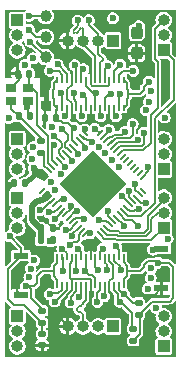
<source format=gtl>
G04 #@! TF.GenerationSoftware,KiCad,Pcbnew,8.0.7-8.0.7-0~ubuntu24.04.1*
G04 #@! TF.CreationDate,2024-12-29T20:55:18-07:00*
G04 #@! TF.ProjectId,ESP32-S3 Hub,45535033-322d-4533-9320-4875622e6b69,V1*
G04 #@! TF.SameCoordinates,Original*
G04 #@! TF.FileFunction,Copper,L1,Top*
G04 #@! TF.FilePolarity,Positive*
%FSLAX46Y46*%
G04 Gerber Fmt 4.6, Leading zero omitted, Abs format (unit mm)*
G04 Created by KiCad (PCBNEW 8.0.7-8.0.7-0~ubuntu24.04.1) date 2024-12-29 20:55:18*
%MOMM*%
%LPD*%
G01*
G04 APERTURE LIST*
G04 Aperture macros list*
%AMRoundRect*
0 Rectangle with rounded corners*
0 $1 Rounding radius*
0 $2 $3 $4 $5 $6 $7 $8 $9 X,Y pos of 4 corners*
0 Add a 4 corners polygon primitive as box body*
4,1,4,$2,$3,$4,$5,$6,$7,$8,$9,$2,$3,0*
0 Add four circle primitives for the rounded corners*
1,1,$1+$1,$2,$3*
1,1,$1+$1,$4,$5*
1,1,$1+$1,$6,$7*
1,1,$1+$1,$8,$9*
0 Add four rect primitives between the rounded corners*
20,1,$1+$1,$2,$3,$4,$5,0*
20,1,$1+$1,$4,$5,$6,$7,0*
20,1,$1+$1,$6,$7,$8,$9,0*
20,1,$1+$1,$8,$9,$2,$3,0*%
%AMRotRect*
0 Rectangle, with rotation*
0 The origin of the aperture is its center*
0 $1 length*
0 $2 width*
0 $3 Rotation angle, in degrees counterclockwise*
0 Add horizontal line*
21,1,$1,$2,0,0,$3*%
%AMOutline5P*
0 Free polygon, 5 corners , with rotation*
0 The origin of the aperture is its center*
0 number of corners: always 5*
0 $1 to $10 corner X, Y*
0 $11 Rotation angle, in degrees counterclockwise*
0 create outline with 5 corners*
4,1,5,$1,$2,$3,$4,$5,$6,$7,$8,$9,$10,$1,$2,$11*%
%AMOutline6P*
0 Free polygon, 6 corners , with rotation*
0 The origin of the aperture is its center*
0 number of corners: always 6*
0 $1 to $12 corner X, Y*
0 $13 Rotation angle, in degrees counterclockwise*
0 create outline with 6 corners*
4,1,6,$1,$2,$3,$4,$5,$6,$7,$8,$9,$10,$11,$12,$1,$2,$13*%
%AMOutline7P*
0 Free polygon, 7 corners , with rotation*
0 The origin of the aperture is its center*
0 number of corners: always 7*
0 $1 to $14 corner X, Y*
0 $15 Rotation angle, in degrees counterclockwise*
0 create outline with 7 corners*
4,1,7,$1,$2,$3,$4,$5,$6,$7,$8,$9,$10,$11,$12,$13,$14,$1,$2,$15*%
%AMOutline8P*
0 Free polygon, 8 corners , with rotation*
0 The origin of the aperture is its center*
0 number of corners: always 8*
0 $1 to $16 corner X, Y*
0 $17 Rotation angle, in degrees counterclockwise*
0 create outline with 8 corners*
4,1,8,$1,$2,$3,$4,$5,$6,$7,$8,$9,$10,$11,$12,$13,$14,$15,$16,$1,$2,$17*%
G04 Aperture macros list end*
G04 #@! TA.AperFunction,SMDPad,CuDef*
%ADD10RoundRect,0.237500X0.237500X-0.287500X0.237500X0.287500X-0.237500X0.287500X-0.237500X-0.287500X0*%
G04 #@! TD*
G04 #@! TA.AperFunction,ComponentPad*
%ADD11R,1.000000X1.000000*%
G04 #@! TD*
G04 #@! TA.AperFunction,ComponentPad*
%ADD12O,1.000000X1.000000*%
G04 #@! TD*
G04 #@! TA.AperFunction,SMDPad,CuDef*
%ADD13RoundRect,0.140000X-0.170000X0.140000X-0.170000X-0.140000X0.170000X-0.140000X0.170000X0.140000X0*%
G04 #@! TD*
G04 #@! TA.AperFunction,SMDPad,CuDef*
%ADD14RoundRect,0.140000X0.140000X0.170000X-0.140000X0.170000X-0.140000X-0.170000X0.140000X-0.170000X0*%
G04 #@! TD*
G04 #@! TA.AperFunction,SMDPad,CuDef*
%ADD15C,1.000000*%
G04 #@! TD*
G04 #@! TA.AperFunction,SMDPad,CuDef*
%ADD16RoundRect,0.135000X0.185000X-0.135000X0.185000X0.135000X-0.185000X0.135000X-0.185000X-0.135000X0*%
G04 #@! TD*
G04 #@! TA.AperFunction,SMDPad,CuDef*
%ADD17RoundRect,0.140000X-0.140000X-0.170000X0.140000X-0.170000X0.140000X0.170000X-0.140000X0.170000X0*%
G04 #@! TD*
G04 #@! TA.AperFunction,SMDPad,CuDef*
%ADD18R,1.295400X0.558800*%
G04 #@! TD*
G04 #@! TA.AperFunction,SMDPad,CuDef*
%ADD19R,0.900000X0.800000*%
G04 #@! TD*
G04 #@! TA.AperFunction,SMDPad,CuDef*
%ADD20RoundRect,0.147500X-0.147500X-0.172500X0.147500X-0.172500X0.147500X0.172500X-0.147500X0.172500X0*%
G04 #@! TD*
G04 #@! TA.AperFunction,SMDPad,CuDef*
%ADD21RoundRect,0.050000X-0.212132X-0.282843X0.282843X0.212132X0.212132X0.282843X-0.282843X-0.212132X0*%
G04 #@! TD*
G04 #@! TA.AperFunction,SMDPad,CuDef*
%ADD22RoundRect,0.050000X0.212132X-0.282843X0.282843X-0.212132X-0.212132X0.282843X-0.282843X0.212132X0*%
G04 #@! TD*
G04 #@! TA.AperFunction,HeatsinkPad*
%ADD23RotRect,4.000000X4.000000X45.000000*%
G04 #@! TD*
G04 #@! TA.AperFunction,SMDPad,CuDef*
%ADD24R,0.230000X0.500000*%
G04 #@! TD*
G04 #@! TA.AperFunction,SMDPad,CuDef*
%ADD25Outline5P,-0.450000X0.180000X-0.180000X0.450000X0.450000X0.450000X0.450000X-0.450000X-0.450000X-0.450000X0.000000*%
G04 #@! TD*
G04 #@! TA.AperFunction,SMDPad,CuDef*
%ADD26Outline5P,-0.450000X0.180000X-0.180000X0.450000X0.450000X0.450000X0.450000X-0.450000X-0.450000X-0.450000X90.000000*%
G04 #@! TD*
G04 #@! TA.AperFunction,SMDPad,CuDef*
%ADD27Outline5P,-0.450000X0.180000X-0.180000X0.450000X0.450000X0.450000X0.450000X-0.450000X-0.450000X-0.450000X270.000000*%
G04 #@! TD*
G04 #@! TA.AperFunction,SMDPad,CuDef*
%ADD28Outline5P,-0.450000X0.180000X-0.180000X0.450000X0.450000X0.450000X0.450000X-0.450000X-0.450000X-0.450000X180.000000*%
G04 #@! TD*
G04 #@! TA.AperFunction,SMDPad,CuDef*
%ADD29RoundRect,0.135000X-0.185000X0.135000X-0.185000X-0.135000X0.185000X-0.135000X0.185000X0.135000X0*%
G04 #@! TD*
G04 #@! TA.AperFunction,ViaPad*
%ADD30C,0.600000*%
G04 #@! TD*
G04 #@! TA.AperFunction,Conductor*
%ADD31C,0.160000*%
G04 #@! TD*
G04 #@! TA.AperFunction,Conductor*
%ADD32C,0.400000*%
G04 #@! TD*
G04 #@! TA.AperFunction,Conductor*
%ADD33C,0.200000*%
G04 #@! TD*
G04 #@! TA.AperFunction,Conductor*
%ADD34C,0.500000*%
G04 #@! TD*
G04 APERTURE END LIST*
D10*
G04 #@! TO.P,D1,1,K*
G04 #@! TO.N,GND*
X159300000Y-85775000D03*
G04 #@! TO.P,D1,2,A*
G04 #@! TO.N,Net-(D1-A)*
X159300000Y-84025000D03*
G04 #@! TD*
D11*
G04 #@! TO.P,J22,1,Pin_1*
G04 #@! TO.N,VDD*
X157290000Y-108900000D03*
D12*
G04 #@! TO.P,J22,2,Pin_2*
G04 #@! TO.N,RS485+*
X156020000Y-108900000D03*
G04 #@! TO.P,J22,3,Pin_3*
G04 #@! TO.N,RS485-*
X154750000Y-108900000D03*
G04 #@! TO.P,J22,4,Pin_4*
G04 #@! TO.N,GND*
X153480000Y-108900000D03*
G04 #@! TD*
D13*
G04 #@! TO.P,C13,1*
G04 #@! TO.N,NRST*
X151300000Y-109520000D03*
G04 #@! TO.P,C13,2*
G04 #@! TO.N,GND*
X151300000Y-110480000D03*
G04 #@! TD*
D14*
G04 #@! TO.P,C10,1*
G04 #@! TO.N,VDD*
X152480000Y-91300000D03*
G04 #@! TO.P,C10,2*
G04 #@! TO.N,GND*
X151520000Y-91300000D03*
G04 #@! TD*
D15*
G04 #@! TO.P,TP20,1,1*
G04 #@! TO.N,UART0-RTS{slash}CS0*
X151600000Y-84400000D03*
G04 #@! TD*
D16*
G04 #@! TO.P,R8,1*
G04 #@! TO.N,VDD*
X159500000Y-107910000D03*
G04 #@! TO.P,R8,2*
G04 #@! TO.N,SDA1*
X159500000Y-106890000D03*
G04 #@! TD*
D11*
G04 #@! TO.P,J10,1,Pin_1*
G04 #@! TO.N,4A*
X149200000Y-93025000D03*
D12*
G04 #@! TO.P,J10,2,Pin_2*
G04 #@! TO.N,4B*
X149200000Y-94295000D03*
G04 #@! TO.P,J10,3,Pin_3*
G04 #@! TO.N,4C*
X149200000Y-95565000D03*
G04 #@! TD*
D11*
G04 #@! TO.P,J6,1,Pin_1*
G04 #@! TO.N,2CSA-A*
X149200000Y-98025000D03*
D12*
G04 #@! TO.P,J6,2,Pin_2*
G04 #@! TO.N,2CSA-B*
X149200000Y-99295000D03*
G04 #@! TO.P,J6,3,Pin_3*
G04 #@! TO.N,unconnected-(J6-Pin_3-Pad3)*
X149200000Y-100565000D03*
G04 #@! TD*
D17*
G04 #@! TO.P,C4,1*
G04 #@! TO.N,Net-(C4-Pad1)*
X151220000Y-100600000D03*
G04 #@! TO.P,C4,2*
G04 #@! TO.N,GND*
X152180000Y-100600000D03*
G04 #@! TD*
D15*
G04 #@! TO.P,TP2,1,1*
G04 #@! TO.N,UART0_RX*
X151600000Y-86100000D03*
G04 #@! TD*
D14*
G04 #@! TO.P,C12,1*
G04 #@! TO.N,Net-(U1-XTAL_N)*
X150180000Y-87500000D03*
G04 #@! TO.P,C12,2*
G04 #@! TO.N,GND*
X149220000Y-87500000D03*
G04 #@! TD*
D11*
G04 #@! TO.P,J2,1,Pin_1*
G04 #@! TO.N,1CSA-A*
X161600000Y-110600000D03*
D12*
G04 #@! TO.P,J2,2,Pin_2*
G04 #@! TO.N,1CSA-B*
X161600000Y-109330000D03*
G04 #@! TO.P,J2,3,Pin_3*
G04 #@! TO.N,unconnected-(J2-Pin_3-Pad3)*
X161600000Y-108060000D03*
G04 #@! TD*
D18*
G04 #@! TO.P,SW2,1,1*
G04 #@! TO.N,GND*
X149500000Y-106276400D03*
G04 #@! TO.P,SW2,2,2*
G04 #@! TO.N,NRST*
X149500000Y-102923600D03*
G04 #@! TD*
D11*
G04 #@! TO.P,J1,1,Pin_1*
G04 #@! TO.N,1A*
X161600000Y-100540000D03*
D12*
G04 #@! TO.P,J1,2,Pin_2*
G04 #@! TO.N,1B*
X161600000Y-99270000D03*
G04 #@! TO.P,J1,3,Pin_3*
G04 #@! TO.N,1C*
X161600000Y-98000000D03*
G04 #@! TD*
D19*
G04 #@! TO.P,Y1,1,1*
G04 #@! TO.N,Net-(U1-XTAL_N)*
X150100000Y-88750000D03*
G04 #@! TO.P,Y1,2,2*
G04 #@! TO.N,GND*
X148700000Y-88750000D03*
G04 #@! TO.P,Y1,3,3*
G04 #@! TO.N,Net-(C11-Pad1)*
X148700000Y-89850000D03*
G04 #@! TO.P,Y1,4,4*
G04 #@! TO.N,GND*
X150100000Y-89850000D03*
G04 #@! TD*
D11*
G04 #@! TO.P,J7,1,Pin_1*
G04 #@! TO.N,3A*
X161600000Y-85525000D03*
D12*
G04 #@! TO.P,J7,2,Pin_2*
G04 #@! TO.N,3B*
X161600000Y-84255000D03*
G04 #@! TO.P,J7,3,Pin_3*
G04 #@! TO.N,3C*
X161600000Y-82985000D03*
G04 #@! TD*
D18*
G04 #@! TO.P,SW1,1,1*
G04 #@! TO.N,GND*
X161400000Y-105676400D03*
G04 #@! TO.P,SW1,2,2*
G04 #@! TO.N,BOOT*
X161400000Y-102323600D03*
G04 #@! TD*
D16*
G04 #@! TO.P,R9,1*
G04 #@! TO.N,VDD*
X159000000Y-110110000D03*
G04 #@! TO.P,R9,2*
G04 #@! TO.N,SCL1*
X159000000Y-109090000D03*
G04 #@! TD*
D20*
G04 #@! TO.P,FB1,1*
G04 #@! TO.N,Net-(C4-Pad1)*
X151215000Y-101600000D03*
G04 #@! TO.P,FB1,2*
G04 #@! TO.N,VDD*
X152185000Y-101600000D03*
G04 #@! TD*
D21*
G04 #@! TO.P,U1,1,LNA_IN*
G04 #@! TO.N,unconnected-(U1-LNA_IN-Pad1)*
X151292004Y-97441493D03*
G04 #@! TO.P,U1,2,VDD3P3*
G04 #@! TO.N,Net-(C4-Pad1)*
X151574847Y-97724335D03*
G04 #@! TO.P,U1,3,VDD3P3*
X151857689Y-98007178D03*
G04 #@! TO.P,U1,4,CHIP_PU*
G04 #@! TO.N,NRST*
X152140532Y-98290021D03*
G04 #@! TO.P,U1,5,GPIO0*
G04 #@! TO.N,BOOT*
X152423375Y-98572864D03*
G04 #@! TO.P,U1,6,GPIO1*
G04 #@! TO.N,4CSA-A*
X152706218Y-98855706D03*
G04 #@! TO.P,U1,7,GPIO2*
G04 #@! TO.N,4CSA-B*
X152989060Y-99138549D03*
G04 #@! TO.P,U1,8,GPIO3*
G04 #@! TO.N,Net-(U1-GPIO3)*
X153271903Y-99421392D03*
G04 #@! TO.P,U1,9,GPIO4*
G04 #@! TO.N,3CSA-B*
X153554746Y-99704234D03*
G04 #@! TO.P,U1,10,GPIO5*
G04 #@! TO.N,3CSA-A*
X153837588Y-99987077D03*
G04 #@! TO.P,U1,11,GPIO6*
G04 #@! TO.N,2CSA-A*
X154120431Y-100269920D03*
G04 #@! TO.P,U1,12,GPIO7*
G04 #@! TO.N,2CSA-B*
X154403274Y-100552763D03*
G04 #@! TO.P,U1,13,GPIO8*
G04 #@! TO.N,1CSA-A*
X154686117Y-100835605D03*
G04 #@! TO.P,U1,14,GPIO9*
G04 #@! TO.N,1CSA-B*
X154968959Y-101118448D03*
D22*
G04 #@! TO.P,U1,15,GPIO10*
G04 #@! TO.N,1A*
X156171041Y-101118448D03*
G04 #@! TO.P,U1,16,GPIO11*
G04 #@! TO.N,1B*
X156453883Y-100835605D03*
G04 #@! TO.P,U1,17,GPIO12*
G04 #@! TO.N,1C*
X156736726Y-100552763D03*
G04 #@! TO.P,U1,18,GPIO13*
G04 #@! TO.N,2A*
X157019569Y-100269920D03*
G04 #@! TO.P,U1,19,GPIO14*
G04 #@! TO.N,2B*
X157302412Y-99987077D03*
G04 #@! TO.P,U1,20,VDD3P3_RTC*
G04 #@! TO.N,VDD*
X157585254Y-99704234D03*
G04 #@! TO.P,U1,21,XTAL_32K_P*
G04 #@! TO.N,2C*
X157868097Y-99421392D03*
G04 #@! TO.P,U1,22,XTAL_32K_N*
G04 #@! TO.N,3A*
X158150940Y-99138549D03*
G04 #@! TO.P,U1,23,GPIO17*
G04 #@! TO.N,3B*
X158433782Y-98855706D03*
G04 #@! TO.P,U1,24,GPIO18*
G04 #@! TO.N,ShiftRegCLK*
X158716625Y-98572864D03*
G04 #@! TO.P,U1,25,GPIO19/USB_D-*
G04 #@! TO.N,ShiftCLK*
X158999468Y-98290021D03*
G04 #@! TO.P,U1,26,GPIO20/USB_D+*
G04 #@! TO.N,ShiftData*
X159282311Y-98007178D03*
G04 #@! TO.P,U1,27,GPIO21*
G04 #@! TO.N,ShiftEn*
X159565153Y-97724335D03*
G04 #@! TO.P,U1,28,SPICS1*
G04 #@! TO.N,unconnected-(U1-SPICS1-Pad28)*
X159847996Y-97441493D03*
D21*
G04 #@! TO.P,U1,29,VDD_SPI*
G04 #@! TO.N,VDD*
X159847996Y-96239411D03*
G04 #@! TO.P,U1,30,SPIHD*
G04 #@! TO.N,unconnected-(U1-SPIHD-Pad30)*
X159565153Y-95956569D03*
G04 #@! TO.P,U1,31,SPIWP*
G04 #@! TO.N,unconnected-(U1-SPIWP-Pad31)*
X159282311Y-95673726D03*
G04 #@! TO.P,U1,32,SPICS0*
G04 #@! TO.N,unconnected-(U1-SPICS0-Pad32)*
X158999468Y-95390883D03*
G04 #@! TO.P,U1,33,SPICLK*
G04 #@! TO.N,unconnected-(U1-SPICLK-Pad33)*
X158716625Y-95108040D03*
G04 #@! TO.P,U1,34,SPIQ*
G04 #@! TO.N,unconnected-(U1-SPIQ-Pad34)*
X158433782Y-94825198D03*
G04 #@! TO.P,U1,35,SPID*
G04 #@! TO.N,unconnected-(U1-SPID-Pad35)*
X158150940Y-94542355D03*
G04 #@! TO.P,U1,36,SPICLK_N*
G04 #@! TO.N,3C*
X157868097Y-94259512D03*
G04 #@! TO.P,U1,37,SPICLK_P*
G04 #@! TO.N,4C*
X157585254Y-93976670D03*
G04 #@! TO.P,U1,38,GPIO33*
G04 #@! TO.N,4A*
X157302412Y-93693827D03*
G04 #@! TO.P,U1,39,GPIO34*
G04 #@! TO.N,4B*
X157019569Y-93410984D03*
G04 #@! TO.P,U1,40,GPIO35*
G04 #@! TO.N,Free1*
X156736726Y-93128141D03*
G04 #@! TO.P,U1,41,GPIO36*
G04 #@! TO.N,Free2*
X156453883Y-92845299D03*
G04 #@! TO.P,U1,42,GPIO37*
G04 #@! TO.N,SDA1*
X156171041Y-92562456D03*
D22*
G04 #@! TO.P,U1,43,GPIO38*
G04 #@! TO.N,SCL1*
X154968959Y-92562456D03*
G04 #@! TO.P,U1,44,MTCK*
G04 #@! TO.N,Net-(U1-MTCK)*
X154686117Y-92845299D03*
G04 #@! TO.P,U1,45,MTDO*
G04 #@! TO.N,Net-(U1-MTDO)*
X154403274Y-93128141D03*
G04 #@! TO.P,U1,46,VDD3P3_CPU*
G04 #@! TO.N,VDD*
X154120431Y-93410984D03*
G04 #@! TO.P,U1,47,MTDI*
G04 #@! TO.N,Net-(U1-MTDI)*
X153837588Y-93693827D03*
G04 #@! TO.P,U1,48,MTMS*
G04 #@! TO.N,UART0-RTS{slash}CS0*
X153554746Y-93976670D03*
G04 #@! TO.P,U1,49,U0TXD*
G04 #@! TO.N,UART0_TX*
X153271903Y-94259512D03*
G04 #@! TO.P,U1,50,U0RXD*
G04 #@! TO.N,UART0_RX*
X152989060Y-94542355D03*
G04 #@! TO.P,U1,51,GPIO45*
G04 #@! TO.N,LED*
X152706218Y-94825198D03*
G04 #@! TO.P,U1,52,GPIO46*
G04 #@! TO.N,Net-(U1-GPIO46)*
X152423375Y-95108040D03*
G04 #@! TO.P,U1,53,XTAL_N*
G04 #@! TO.N,Net-(U1-XTAL_N)*
X152140532Y-95390883D03*
G04 #@! TO.P,U1,54,XTAL_P*
G04 #@! TO.N,Net-(U1-XTAL_P)*
X151857689Y-95673726D03*
G04 #@! TO.P,U1,55,VDDA*
G04 #@! TO.N,VDD*
X151574847Y-95956569D03*
G04 #@! TO.P,U1,56,VDDA*
X151292004Y-96239411D03*
D23*
G04 #@! TO.P,U1,57,GND*
G04 #@! TO.N,GND*
X155570000Y-96840452D03*
G04 #@! TD*
D17*
G04 #@! TO.P,C11,1*
G04 #@! TO.N,Net-(C11-Pad1)*
X149320000Y-91100000D03*
G04 #@! TO.P,C11,2*
G04 #@! TO.N,GND*
X150280000Y-91100000D03*
G04 #@! TD*
D11*
G04 #@! TO.P,J12,1,Pin_1*
G04 #@! TO.N,4CSA-A*
X149200000Y-83000000D03*
D12*
G04 #@! TO.P,J12,2,Pin_2*
G04 #@! TO.N,4CSA-B*
X149200000Y-84270000D03*
G04 #@! TO.P,J12,3,Pin_3*
G04 #@! TO.N,unconnected-(J12-Pin_3-Pad3)*
X149200000Y-85540000D03*
G04 #@! TD*
D24*
G04 #@! TO.P,J16,1,Pin_1*
G04 #@! TO.N,VDD*
X152600000Y-90420000D03*
G04 #@! TO.P,J16,2,Pin_2*
X152600000Y-88020000D03*
G04 #@! TO.P,J16,3,Pin_3*
G04 #@! TO.N,CS7*
X153000000Y-90420000D03*
G04 #@! TO.P,J16,4,Pin_4*
G04 #@! TO.N,SDA1*
X153000000Y-88020000D03*
G04 #@! TO.P,J16,5,Pin_5*
G04 #@! TO.N,CS8*
X153400000Y-90420000D03*
G04 #@! TO.P,J16,6,Pin_6*
G04 #@! TO.N,SCL1*
X153400000Y-88020000D03*
G04 #@! TO.P,J16,7,Pin_7*
G04 #@! TO.N,GND*
X153800000Y-90420000D03*
G04 #@! TO.P,J16,8,Pin_8*
X153800000Y-88020000D03*
G04 #@! TO.P,J16,9,Pin_9*
G04 #@! TO.N,Free2*
X154200000Y-90420000D03*
G04 #@! TO.P,J16,10,Pin_10*
G04 #@! TO.N,MISO1*
X154200000Y-88020000D03*
G04 #@! TO.P,J16,11,Pin_11*
G04 #@! TO.N,RS485+*
X154600000Y-90420000D03*
G04 #@! TO.P,J16,12,Pin_12*
G04 #@! TO.N,MOSI1*
X154600000Y-88020000D03*
G04 #@! TO.P,J16,13,Pin_13*
G04 #@! TO.N,RS485-*
X155000000Y-90420000D03*
G04 #@! TO.P,J16,14,Pin_14*
G04 #@! TO.N,SCK1*
X155000000Y-88020000D03*
G04 #@! TO.P,J16,15,Pin_15*
G04 #@! TO.N,GND*
X155400000Y-90420000D03*
G04 #@! TO.P,J16,16,Pin_16*
X155400000Y-88020000D03*
G04 #@! TO.P,J16,17,Pin_17*
G04 #@! TO.N,SCK1*
X155800000Y-90420000D03*
G04 #@! TO.P,J16,18,Pin_18*
G04 #@! TO.N,RS485-*
X155800000Y-88020000D03*
G04 #@! TO.P,J16,19,Pin_19*
G04 #@! TO.N,MOSI1*
X156200000Y-90420000D03*
G04 #@! TO.P,J16,20,Pin_20*
G04 #@! TO.N,RS485+*
X156200000Y-88020000D03*
G04 #@! TO.P,J16,21,Pin_21*
G04 #@! TO.N,MISO1*
X156600000Y-90420000D03*
G04 #@! TO.P,J16,22,Pin_22*
G04 #@! TO.N,Free2*
X156600000Y-88020000D03*
G04 #@! TO.P,J16,23,Pin_23*
G04 #@! TO.N,GND*
X157000000Y-90420000D03*
G04 #@! TO.P,J16,24,Pin_24*
X157000000Y-88020000D03*
G04 #@! TO.P,J16,25,Pin_25*
G04 #@! TO.N,SCL1*
X157400000Y-90420000D03*
G04 #@! TO.P,J16,26,Pin_26*
G04 #@! TO.N,CS8*
X157400000Y-88020000D03*
G04 #@! TO.P,J16,27,Pin_27*
G04 #@! TO.N,SDA1*
X157800000Y-90420000D03*
G04 #@! TO.P,J16,28,Pin_28*
G04 #@! TO.N,CS7*
X157800000Y-88020000D03*
G04 #@! TO.P,J16,29,Pin_29*
G04 #@! TO.N,VDD*
X158200000Y-90420000D03*
G04 #@! TO.P,J16,30,Pin_30*
X158200000Y-88020000D03*
D25*
G04 #@! TO.P,J16,MP,MountPin*
G04 #@! TO.N,GND*
X151600000Y-88220000D03*
D26*
X151600000Y-90220000D03*
D27*
X159200000Y-88220000D03*
D28*
X159200000Y-90220000D03*
G04 #@! TD*
D11*
G04 #@! TO.P,J21,1,Pin_1*
G04 #@! TO.N,VDD*
X157300000Y-84700000D03*
D12*
G04 #@! TO.P,J21,2,Pin_2*
G04 #@! TO.N,RS485+*
X156030000Y-84700000D03*
G04 #@! TO.P,J21,3,Pin_3*
G04 #@! TO.N,RS485-*
X154760000Y-84700000D03*
G04 #@! TO.P,J21,4,Pin_4*
G04 #@! TO.N,GND*
X153490000Y-84700000D03*
G04 #@! TD*
D16*
G04 #@! TO.P,R7,1*
G04 #@! TO.N,NRST*
X151300000Y-108610000D03*
G04 #@! TO.P,R7,2*
G04 #@! TO.N,VDD*
X151300000Y-107590000D03*
G04 #@! TD*
D29*
G04 #@! TO.P,R6,1*
G04 #@! TO.N,Net-(C11-Pad1)*
X151200000Y-93190000D03*
G04 #@! TO.P,R6,2*
G04 #@! TO.N,Net-(U1-XTAL_P)*
X151200000Y-94210000D03*
G04 #@! TD*
D11*
G04 #@! TO.P,J4,1,Pin_1*
G04 #@! TO.N,2A*
X149200000Y-108050000D03*
D12*
G04 #@! TO.P,J4,2,Pin_2*
G04 #@! TO.N,2B*
X149200000Y-109320000D03*
G04 #@! TO.P,J4,3,Pin_3*
G04 #@! TO.N,2C*
X149200000Y-110590000D03*
G04 #@! TD*
D11*
G04 #@! TO.P,J9,1,Pin_1*
G04 #@! TO.N,3CSA-A*
X161600000Y-95600000D03*
D12*
G04 #@! TO.P,J9,2,Pin_2*
G04 #@! TO.N,3CSA-B*
X161600000Y-94330000D03*
G04 #@! TO.P,J9,3,Pin_3*
G04 #@! TO.N,unconnected-(J9-Pin_3-Pad3)*
X161600000Y-93060000D03*
G04 #@! TD*
D17*
G04 #@! TO.P,C6,1*
G04 #@! TO.N,GND*
X148920000Y-96800000D03*
G04 #@! TO.P,C6,2*
G04 #@! TO.N,VDD*
X149880000Y-96800000D03*
G04 #@! TD*
D15*
G04 #@! TO.P,TP3,1,1*
G04 #@! TO.N,UART0_TX*
X151600000Y-82600000D03*
G04 #@! TD*
D24*
G04 #@! TO.P,J13,1,Pin_1*
G04 #@! TO.N,VDD*
X152600000Y-105420000D03*
G04 #@! TO.P,J13,2,Pin_2*
X152600000Y-103020000D03*
G04 #@! TO.P,J13,3,Pin_3*
G04 #@! TO.N,CS5*
X153000000Y-105420000D03*
G04 #@! TO.P,J13,4,Pin_4*
G04 #@! TO.N,SDA1*
X153000000Y-103020000D03*
G04 #@! TO.P,J13,5,Pin_5*
G04 #@! TO.N,CS6*
X153400000Y-105420000D03*
G04 #@! TO.P,J13,6,Pin_6*
G04 #@! TO.N,SCL1*
X153400000Y-103020000D03*
G04 #@! TO.P,J13,7,Pin_7*
G04 #@! TO.N,GND*
X153800000Y-105420000D03*
G04 #@! TO.P,J13,8,Pin_8*
X153800000Y-103020000D03*
G04 #@! TO.P,J13,9,Pin_9*
G04 #@! TO.N,Free1*
X154200000Y-105420000D03*
G04 #@! TO.P,J13,10,Pin_10*
G04 #@! TO.N,MISO1*
X154200000Y-103020000D03*
G04 #@! TO.P,J13,11,Pin_11*
G04 #@! TO.N,RS485+*
X154600000Y-105420000D03*
G04 #@! TO.P,J13,12,Pin_12*
G04 #@! TO.N,MOSI1*
X154600000Y-103020000D03*
G04 #@! TO.P,J13,13,Pin_13*
G04 #@! TO.N,RS485-*
X155000000Y-105420000D03*
G04 #@! TO.P,J13,14,Pin_14*
G04 #@! TO.N,SCK1*
X155000000Y-103020000D03*
G04 #@! TO.P,J13,15,Pin_15*
G04 #@! TO.N,GND*
X155400000Y-105420000D03*
G04 #@! TO.P,J13,16,Pin_16*
X155400000Y-103020000D03*
G04 #@! TO.P,J13,17,Pin_17*
G04 #@! TO.N,SCK1*
X155800000Y-105420000D03*
G04 #@! TO.P,J13,18,Pin_18*
G04 #@! TO.N,RS485-*
X155800000Y-103020000D03*
G04 #@! TO.P,J13,19,Pin_19*
G04 #@! TO.N,MOSI1*
X156200000Y-105420000D03*
G04 #@! TO.P,J13,20,Pin_20*
G04 #@! TO.N,RS485+*
X156200000Y-103020000D03*
G04 #@! TO.P,J13,21,Pin_21*
G04 #@! TO.N,MISO1*
X156600000Y-105420000D03*
G04 #@! TO.P,J13,22,Pin_22*
G04 #@! TO.N,Free1*
X156600000Y-103020000D03*
G04 #@! TO.P,J13,23,Pin_23*
G04 #@! TO.N,GND*
X157000000Y-105420000D03*
G04 #@! TO.P,J13,24,Pin_24*
X157000000Y-103020000D03*
G04 #@! TO.P,J13,25,Pin_25*
G04 #@! TO.N,SCL1*
X157400000Y-105420000D03*
G04 #@! TO.P,J13,26,Pin_26*
G04 #@! TO.N,CS6*
X157400000Y-103020000D03*
G04 #@! TO.P,J13,27,Pin_27*
G04 #@! TO.N,SDA1*
X157800000Y-105420000D03*
G04 #@! TO.P,J13,28,Pin_28*
G04 #@! TO.N,CS5*
X157800000Y-103020000D03*
G04 #@! TO.P,J13,29,Pin_29*
G04 #@! TO.N,VDD*
X158200000Y-105420000D03*
G04 #@! TO.P,J13,30,Pin_30*
X158200000Y-103020000D03*
D25*
G04 #@! TO.P,J13,MP,MountPin*
G04 #@! TO.N,GND*
X151600000Y-103220000D03*
D26*
X151600000Y-105220000D03*
D27*
X159200000Y-103220000D03*
D28*
X159200000Y-105220000D03*
G04 #@! TD*
D30*
G04 #@! TO.N,VDD*
X149900000Y-105496998D03*
X160299998Y-95399999D03*
X160344276Y-88186986D03*
X161108450Y-103516808D03*
X152009999Y-101712599D03*
X154034410Y-92092401D03*
X150544998Y-86200000D03*
X150600000Y-95500000D03*
X158203727Y-100415442D03*
G04 #@! TO.N,GND*
X148480000Y-97000000D03*
X160200000Y-110100000D03*
X160300000Y-83500000D03*
X161640000Y-89100000D03*
X159040000Y-102571126D03*
X161922884Y-97040000D03*
X156073223Y-96073223D03*
X155246598Y-97642310D03*
X159000000Y-111100000D03*
X148480000Y-102331717D03*
X151793613Y-90212371D03*
X160200000Y-111100000D03*
X154800000Y-82380000D03*
X158100000Y-82500000D03*
X161922884Y-92155925D03*
X154982015Y-101859847D03*
X150500000Y-110900000D03*
X157800000Y-111100000D03*
X156600000Y-82500000D03*
X149136282Y-104132393D03*
X162320000Y-107300000D03*
X150000000Y-90350000D03*
X152000000Y-111100000D03*
X159800000Y-86730000D03*
X160000000Y-84900000D03*
X151294670Y-99790000D03*
X150500000Y-109700000D03*
X161640000Y-104060001D03*
X159900000Y-82500000D03*
X149379999Y-87718132D03*
G04 #@! TO.N,NRST*
X151141953Y-99041485D03*
X148549578Y-101276085D03*
G04 #@! TO.N,Net-(D1-A)*
X159500000Y-83500000D03*
G04 #@! TO.N,1CSA-B*
X155387269Y-101002147D03*
G04 #@! TO.N,1CSA-A*
X153689712Y-101979452D03*
G04 #@! TO.N,MISO1*
X150536964Y-93719477D03*
X156557167Y-106336230D03*
X154200000Y-104200000D03*
X157119997Y-89254998D03*
X154070000Y-86800000D03*
X150328227Y-104010458D03*
X160359999Y-89884892D03*
X160500000Y-104800000D03*
G04 #@! TO.N,CS1*
X160954233Y-107349656D03*
X161922884Y-101500002D03*
G04 #@! TO.N,MOSI1*
X148480000Y-91262446D03*
X160246471Y-105716468D03*
X160107496Y-90601738D03*
X150468035Y-94714566D03*
X154372324Y-102313585D03*
X150643337Y-103318859D03*
X156244493Y-91108358D03*
X155979163Y-106829699D03*
X154803658Y-87118982D03*
G04 #@! TO.N,SCK1*
X160505908Y-103980000D03*
X155900000Y-89130000D03*
X157774437Y-95425778D03*
X150216282Y-104762171D03*
X152116372Y-92033553D03*
X160500000Y-89000000D03*
X154959538Y-104226564D03*
G04 #@! TO.N,2C*
X159400000Y-100415443D03*
G04 #@! TO.N,2B*
X156863746Y-99160000D03*
G04 #@! TO.N,2A*
X156088197Y-99911803D03*
G04 #@! TO.N,2CSA-B*
X153840274Y-101234516D03*
G04 #@! TO.N,2CSA-A*
X153300000Y-100700000D03*
G04 #@! TO.N,3B*
X159525479Y-98975121D03*
G04 #@! TO.N,CS3*
X152419849Y-97353221D03*
X161682834Y-91218760D03*
G04 #@! TO.N,3CSA-B*
X154292448Y-99156098D03*
G04 #@! TO.N,3CSA-A*
X154829829Y-99770174D03*
G04 #@! TO.N,4A*
X159400000Y-93108533D03*
G04 #@! TO.N,4C*
X159940000Y-92500000D03*
G04 #@! TO.N,4B*
X158960432Y-91765946D03*
G04 #@! TO.N,CS4*
X149869701Y-86752904D03*
X152033203Y-96698923D03*
G04 #@! TO.N,4CSA-B*
X152354046Y-99830446D03*
G04 #@! TO.N,4CSA-A*
X151875582Y-99239962D03*
G04 #@! TO.N,CS8*
X157218989Y-94826615D03*
X157925500Y-86731121D03*
X153265598Y-91105180D03*
G04 #@! TO.N,Free1*
X156756039Y-104166085D03*
X153735770Y-106882760D03*
X158300000Y-92440000D03*
G04 #@! TO.N,SCL1*
X153005358Y-102309998D03*
X152614449Y-86721799D03*
X157540000Y-91106549D03*
X154900000Y-92223542D03*
X157856927Y-106819918D03*
G04 #@! TO.N,CS7*
X152895924Y-89125249D03*
X159029929Y-87270000D03*
X156652392Y-94260000D03*
G04 #@! TO.N,SDA1*
X158250897Y-106170002D03*
X153036657Y-104200000D03*
X151984998Y-87270000D03*
X155757649Y-92176593D03*
X157920000Y-89254998D03*
G04 #@! TO.N,CS5*
X152896560Y-96034926D03*
X157540000Y-102131895D03*
X151932355Y-106170000D03*
G04 #@! TO.N,CS6*
X152365531Y-106794470D03*
X156102321Y-93720000D03*
X157960000Y-104115002D03*
G04 #@! TO.N,Net-(U1-GPIO3)*
X153711171Y-98666485D03*
G04 #@! TO.N,Net-(U1-MTCK)*
X155497422Y-93259890D03*
G04 #@! TO.N,Net-(U1-MTDO)*
X154931835Y-93767545D03*
G04 #@! TO.N,Net-(U1-MTDI)*
X154359934Y-94288522D03*
G04 #@! TO.N,LED*
X153280421Y-95374671D03*
X157300000Y-82800000D03*
G04 #@! TO.N,RS485-*
X155998194Y-104108892D03*
X154731368Y-89295045D03*
X154300000Y-83000000D03*
G04 #@! TO.N,RS485+*
X154635916Y-91103542D03*
X155263382Y-82982396D03*
X156451832Y-102311196D03*
X154438870Y-106433922D03*
G04 #@! TO.N,BOOT*
X160700000Y-102400000D03*
X153181159Y-98121796D03*
G04 #@! TO.N,ShiftCLK*
X158645660Y-97427606D03*
G04 #@! TO.N,ShiftData*
X160058061Y-98432941D03*
G04 #@! TO.N,UART0-RTS{slash}CS0*
X150200000Y-83785235D03*
X152954410Y-92187537D03*
G04 #@! TO.N,Net-(U1-GPIO46)*
X152343963Y-93518681D03*
G04 #@! TO.N,ShiftRegCLK*
X158048399Y-97897588D03*
G04 #@! TO.N,ShiftEn*
X159186859Y-96887054D03*
G04 #@! TO.N,UART0_TX*
X150200000Y-82600000D03*
X153856792Y-94860000D03*
G04 #@! TO.N,UART0_RX*
X150300000Y-84800000D03*
X152343963Y-92758678D03*
G04 #@! TO.N,Free2*
X156958254Y-92272623D03*
X153983239Y-89161229D03*
X156845500Y-86878802D03*
G04 #@! TD*
D31*
G04 #@! TO.N,VDD*
X150127698Y-105496998D02*
X149900000Y-105496998D01*
X160344276Y-88186986D02*
X160313014Y-88186986D01*
X153789452Y-92367939D02*
X153789452Y-93080005D01*
X160610000Y-106800000D02*
X159500000Y-107910000D01*
X158200000Y-103450000D02*
X158500000Y-103750000D01*
X160265664Y-103400000D02*
X159925908Y-103739756D01*
X159890000Y-88910000D02*
X159600000Y-89200000D01*
X152680000Y-91500000D02*
X152480000Y-91300000D01*
X153041922Y-91645180D02*
X152896742Y-91500000D01*
X151324020Y-104200000D02*
X152300000Y-104200000D01*
X158500000Y-103750000D02*
X158500000Y-104200000D01*
X153829048Y-92328343D02*
X153789452Y-92367939D01*
X149900000Y-105496998D02*
X150603002Y-105496998D01*
X158470000Y-88785980D02*
X158470000Y-88290000D01*
X152600000Y-103500000D02*
X152300000Y-103800000D01*
X158500000Y-104200000D02*
X158500000Y-104600000D01*
X153829048Y-92297763D02*
X153829048Y-92328343D01*
X152200000Y-89524020D02*
X152200000Y-88915980D01*
X159500000Y-107910000D02*
X159600000Y-108010000D01*
X159890000Y-88610000D02*
X159890000Y-88910000D01*
X152300000Y-104200000D02*
X152300000Y-104650000D01*
X151300000Y-107590000D02*
X151300000Y-107400000D01*
X158470000Y-90150000D02*
X158470000Y-89654020D01*
X160991642Y-103400000D02*
X160265664Y-103400000D01*
X150387700Y-106487700D02*
X150387700Y-105757000D01*
X151300000Y-107400000D02*
X150387700Y-106487700D01*
X158203727Y-100415442D02*
X158203727Y-100322707D01*
X152300000Y-103800000D02*
X152300000Y-104200000D01*
X152330000Y-88290000D02*
X152600000Y-88020000D01*
X162037052Y-103516808D02*
X162400000Y-103879756D01*
X158203727Y-100322707D02*
X157585254Y-99704234D01*
X159925908Y-103874092D02*
X159600000Y-104200000D01*
X152480000Y-91300000D02*
X152480000Y-90540000D01*
X152600000Y-90420000D02*
X152330000Y-90150000D01*
X159600000Y-104200000D02*
X158500000Y-104200000D01*
X154034410Y-92092401D02*
X153829048Y-92297763D01*
X152300000Y-104650000D02*
X152600000Y-104950000D01*
X158500000Y-104600000D02*
X158200000Y-104900000D01*
D32*
X150600000Y-96080000D02*
X149880000Y-96800000D01*
D31*
X158600000Y-88915980D02*
X158470000Y-88785980D01*
X152330000Y-88785980D02*
X152330000Y-88290000D01*
X158200000Y-90420000D02*
X158470000Y-90150000D01*
X152600000Y-104950000D02*
X152600000Y-105420000D01*
X150603002Y-105496998D02*
X150870000Y-105230000D01*
X150870000Y-104654020D02*
X151324020Y-104200000D01*
X152200000Y-88915980D02*
X152330000Y-88785980D01*
X152600000Y-87924020D02*
X152600000Y-88020000D01*
X162100000Y-106800000D02*
X160610000Y-106800000D01*
X162400000Y-103879756D02*
X162400000Y-106500000D01*
X153466185Y-91645180D02*
X153041922Y-91645180D01*
D32*
X150600000Y-95500000D02*
X150600000Y-96080000D01*
D31*
X160299998Y-95399999D02*
X160299998Y-95787409D01*
X158470000Y-89654020D02*
X158600000Y-89524020D01*
X159925908Y-103739756D02*
X159925908Y-103874092D01*
X152480000Y-90540000D02*
X152600000Y-90420000D01*
X158600000Y-89200000D02*
X158600000Y-88915980D01*
X153789452Y-93080005D02*
X154120431Y-93410984D01*
X161108450Y-103516808D02*
X162037052Y-103516808D01*
X150387700Y-105757000D02*
X150127698Y-105496998D01*
X158200000Y-104900000D02*
X158200000Y-105420000D01*
X150870000Y-105230000D02*
X150870000Y-104654020D01*
X158600000Y-89524020D02*
X158600000Y-89200000D01*
X152600000Y-103020000D02*
X152600000Y-103500000D01*
X152330000Y-90150000D02*
X152330000Y-89654020D01*
X161108450Y-103516808D02*
X160991642Y-103400000D01*
X151574847Y-95956569D02*
X151574846Y-95956569D01*
X159600000Y-109510000D02*
X159005000Y-110105000D01*
X159000000Y-110110000D02*
X159005000Y-110105000D01*
X160313014Y-88186986D02*
X159890000Y-88610000D01*
X154034410Y-92092401D02*
X153913406Y-92092401D01*
X152896742Y-91500000D02*
X152680000Y-91500000D01*
X162400000Y-106500000D02*
X162100000Y-106800000D01*
X158470000Y-88290000D02*
X158200000Y-88020000D01*
X153913406Y-92092401D02*
X153466185Y-91645180D01*
X158200000Y-103020000D02*
X158200000Y-103450000D01*
X159600000Y-89200000D02*
X158600000Y-89200000D01*
D33*
X151292004Y-96239411D02*
X151292005Y-96239411D01*
D31*
X159600000Y-108010000D02*
X159600000Y-109510000D01*
X160299998Y-95787409D02*
X159847996Y-96239411D01*
X152330000Y-89654020D02*
X152200000Y-89524020D01*
G04 #@! TO.N,GND*
X154055916Y-91135672D02*
X154055916Y-91343786D01*
X153620000Y-103580000D02*
X153620000Y-104820000D01*
X153480000Y-109680000D02*
X153480000Y-108900000D01*
X157820000Y-91780000D02*
X157380001Y-91780000D01*
X155400000Y-88400000D02*
X155550000Y-88550000D01*
X155550000Y-88550000D02*
X156880000Y-88550000D01*
X159200000Y-105670000D02*
X159200000Y-105220000D01*
X156015891Y-91700000D02*
X156500000Y-91700000D01*
X155400000Y-105420000D02*
X155400000Y-104975000D01*
X154055916Y-91343786D02*
X154395672Y-91683542D01*
X153490000Y-86125000D02*
X153490000Y-84700000D01*
X153800000Y-88020000D02*
X153800000Y-88465000D01*
X153845000Y-104930000D02*
X153800000Y-104975000D01*
X149379999Y-87718132D02*
X149379999Y-88070001D01*
X155400000Y-104975000D02*
X155355000Y-104930000D01*
X159200000Y-90220000D02*
X159200000Y-90400000D01*
X151793613Y-90212371D02*
X151520000Y-90485984D01*
X153800000Y-90879756D02*
X154055916Y-91135672D01*
X149950000Y-90350000D02*
X150000000Y-90350000D01*
X149500000Y-106276400D02*
X149839546Y-106276400D01*
X159000000Y-90600000D02*
X157820000Y-91780000D01*
X153620000Y-104820000D02*
X153800000Y-105000000D01*
X157000000Y-91200000D02*
X157000000Y-90420000D01*
X157040000Y-105998819D02*
X157040000Y-106001664D01*
X150000000Y-89950000D02*
X150100000Y-89850000D01*
X153800000Y-88465000D02*
X153435924Y-88829076D01*
X153490000Y-87071768D02*
X153490000Y-86125000D01*
D32*
X151600000Y-88220000D02*
X151600000Y-90220000D01*
D31*
X154395672Y-91683542D02*
X155216458Y-91683542D01*
X153800000Y-105856568D02*
X153415770Y-106240798D01*
D33*
X151294670Y-99790000D02*
X151370000Y-99790000D01*
D31*
X157000000Y-103400000D02*
X157296039Y-103696039D01*
X155399163Y-106300837D02*
X155399163Y-107122250D01*
X149136282Y-105912682D02*
X149500000Y-106276400D01*
X159200000Y-90400000D02*
X159000000Y-90600000D01*
X155216458Y-91683542D02*
X155400000Y-91500000D01*
X153435924Y-88829076D02*
X153435924Y-89610924D01*
X153800000Y-89975000D02*
X153800000Y-90420000D01*
D33*
X159200000Y-102731126D02*
X159200000Y-103220000D01*
D31*
X153800000Y-105000000D02*
X153800000Y-105420000D01*
X157000000Y-88430000D02*
X157000000Y-88020000D01*
X155400000Y-106300000D02*
X155399163Y-106300837D01*
X153435924Y-89610924D02*
X153800000Y-89975000D01*
X157380001Y-91780000D02*
X157000001Y-91400000D01*
X157296039Y-103696039D02*
X157296039Y-104803961D01*
X155399163Y-107122250D02*
X155696913Y-107420000D01*
X155400000Y-105420000D02*
X155400000Y-106300000D01*
X149136282Y-104132393D02*
X149136282Y-105912682D01*
X156880000Y-88550000D02*
X157000000Y-88430000D01*
X155815891Y-91500000D02*
X156015891Y-91700000D01*
X156800000Y-91400000D02*
X157000000Y-91200000D01*
X150100000Y-90920000D02*
X150100000Y-89850000D01*
X153800000Y-103400000D02*
X153620000Y-103580000D01*
X157000000Y-105100000D02*
X157000000Y-105420000D01*
X158100000Y-107450000D02*
X158100000Y-110000000D01*
X155025000Y-86125000D02*
X153490000Y-86125000D01*
X157296039Y-104803961D02*
X157000000Y-105100000D01*
X155400000Y-86500000D02*
X155025000Y-86125000D01*
X149839546Y-106276400D02*
X149859999Y-106255947D01*
X156880000Y-107420000D02*
X157200000Y-107100000D01*
X157000000Y-103020000D02*
X157000000Y-103400000D01*
X153415770Y-106384230D02*
X152945531Y-106854469D01*
X160819932Y-106256468D02*
X159786468Y-106256468D01*
X153415770Y-106240798D02*
X153415770Y-106384230D01*
X157200000Y-106161664D02*
X157200000Y-107100000D01*
X155400000Y-88020000D02*
X155400000Y-86500000D01*
X149379999Y-88070001D02*
X148700000Y-88750000D01*
X151785984Y-90220000D02*
X151600000Y-90220000D01*
X158100000Y-110000000D02*
X153800000Y-110000000D01*
X158049918Y-107399918D02*
X158100000Y-107450000D01*
X155696913Y-107420000D02*
X156880000Y-107420000D01*
D33*
X159040000Y-102571126D02*
X159200000Y-102731126D01*
D31*
X154982015Y-101859847D02*
X155047277Y-101794585D01*
X155355000Y-104930000D02*
X153845000Y-104930000D01*
X153800000Y-104975000D02*
X153800000Y-105420000D01*
X157040000Y-106001664D02*
X157200000Y-106161664D01*
X157000000Y-105420000D02*
X157000000Y-105958819D01*
X151793613Y-90212371D02*
X151785984Y-90220000D01*
X151520000Y-90485984D02*
X151520000Y-91300000D01*
X154982015Y-101859847D02*
X155400000Y-102277832D01*
X155400000Y-102277832D02*
X155400000Y-103020000D01*
X153800000Y-110000000D02*
X153480000Y-109680000D01*
X153800000Y-103400000D02*
X153800000Y-103020000D01*
X157000001Y-91400000D02*
X156800000Y-91400000D01*
X152945531Y-108365531D02*
X153480000Y-108900000D01*
X153800000Y-87381768D02*
X153490000Y-87071768D01*
X153800000Y-105420000D02*
X153800000Y-105856568D01*
X155400000Y-88020000D02*
X155400000Y-88400000D01*
X152945531Y-106854469D02*
X152945531Y-108365531D01*
D33*
X151370000Y-99790000D02*
X152180000Y-100600000D01*
D31*
X157000000Y-105958819D02*
X157040000Y-105998819D01*
X157499918Y-107399918D02*
X158049918Y-107399918D01*
X150000000Y-90350000D02*
X150000000Y-89950000D01*
X153800000Y-90420000D02*
X153800000Y-90879756D01*
X157200000Y-107100000D02*
X157499918Y-107399918D01*
X150280000Y-91100000D02*
X150100000Y-90920000D01*
X159786468Y-106256468D02*
X159200000Y-105670000D01*
X153800000Y-88020000D02*
X153800000Y-87381768D01*
X156500000Y-91700000D02*
X156800000Y-91400000D01*
X155400000Y-91500000D02*
X155815891Y-91500000D01*
X161400000Y-105676400D02*
X160819932Y-106256468D01*
X155400000Y-90420000D02*
X155400000Y-91500000D01*
D34*
G04 #@! TO.N,Net-(C4-Pad1)*
X151220000Y-100600000D02*
X151100578Y-100600000D01*
D31*
X151857689Y-98007178D02*
X151857689Y-98007177D01*
D34*
X150431953Y-98747393D02*
X150879346Y-98300000D01*
D32*
X151220000Y-101595000D02*
X151215000Y-101600000D01*
D34*
X151220000Y-100600000D02*
X151220000Y-101595000D01*
X150879346Y-98300000D02*
X151100000Y-98300000D01*
X150431953Y-99931375D02*
X150431953Y-98747393D01*
X151100578Y-100600000D02*
X150431953Y-99931375D01*
D31*
G04 #@! TO.N,Net-(U1-XTAL_P)*
X151483963Y-94493963D02*
X151200000Y-94210000D01*
X151483963Y-95300000D02*
X151483963Y-94493963D01*
X151857689Y-95673726D02*
X151857450Y-95673726D01*
X151857689Y-95673726D02*
X151483963Y-95300000D01*
G04 #@! TO.N,Net-(U1-XTAL_N)*
X150180000Y-87500000D02*
X150180000Y-88670000D01*
X151803963Y-95054314D02*
X152140532Y-95390883D01*
X150410000Y-88750000D02*
X150830000Y-89170000D01*
X150830000Y-89170000D02*
X150830000Y-91841273D01*
X151803963Y-92815236D02*
X151803963Y-95054314D01*
X150830000Y-91841273D02*
X151803963Y-92815236D01*
X150100000Y-88750000D02*
X150410000Y-88750000D01*
X150180000Y-88670000D02*
X150100000Y-88750000D01*
G04 #@! TO.N,NRST*
X152061847Y-98290021D02*
X152140532Y-98290021D01*
X151300000Y-108610000D02*
X149790000Y-107100000D01*
X149790000Y-107100000D02*
X148916500Y-107100000D01*
X149500000Y-102923600D02*
X149500000Y-102226507D01*
X148383002Y-104040598D02*
X149500000Y-102923600D01*
X151300000Y-109520000D02*
X151300000Y-108610000D01*
X149500000Y-102226507D02*
X148549578Y-101276085D01*
X151141953Y-99041485D02*
X151310383Y-99041485D01*
X148383002Y-106566502D02*
X148383002Y-104040598D01*
X151310383Y-99041485D02*
X152061847Y-98290021D01*
X148916500Y-107100000D02*
X148383002Y-106566502D01*
G04 #@! TO.N,Net-(D1-A)*
X159300000Y-83700000D02*
X159500000Y-83500000D01*
X159300000Y-84025000D02*
X159300000Y-83700000D01*
G04 #@! TO.N,1B*
X160560000Y-99840000D02*
X161130000Y-99270000D01*
X160112010Y-101275442D02*
X160560000Y-100827452D01*
X156798278Y-101180000D02*
X157638923Y-101180000D01*
X160560000Y-100827452D02*
X160560000Y-99840000D01*
X161130000Y-99270000D02*
X161600000Y-99270000D01*
X157734365Y-101275442D02*
X160112010Y-101275442D01*
X156453883Y-100835605D02*
X156798278Y-101180000D01*
X157638923Y-101180000D02*
X157734365Y-101275442D01*
G04 #@! TO.N,1A*
X157506375Y-101500000D02*
X157601817Y-101595442D01*
X156552593Y-101500000D02*
X157506375Y-101500000D01*
X157601817Y-101595442D02*
X160544558Y-101595442D01*
X160544558Y-101595442D02*
X161600000Y-100540000D01*
X156171041Y-101118448D02*
X156552593Y-101500000D01*
G04 #@! TO.N,1C*
X157866913Y-100955442D02*
X159932408Y-100955442D01*
X160240000Y-99560000D02*
X161600000Y-98200000D01*
X161600000Y-98200000D02*
X161600000Y-98000000D01*
X157771471Y-100860000D02*
X157866913Y-100955442D01*
X156736726Y-100552763D02*
X157043963Y-100860000D01*
X159932408Y-100955442D02*
X160240000Y-100647850D01*
X160240000Y-100647850D02*
X160240000Y-99560000D01*
X157043963Y-100860000D02*
X157771471Y-100860000D01*
G04 #@! TO.N,1CSA-B*
X155387269Y-101002147D02*
X155085260Y-101002147D01*
X155085260Y-101002147D02*
X154968959Y-101118448D01*
G04 #@! TO.N,1CSA-A*
X153895579Y-101773585D02*
X154226415Y-101773585D01*
X154395137Y-101126585D02*
X154686117Y-100835605D01*
X154226415Y-101773585D02*
X154395137Y-101604863D01*
X154395137Y-101604863D02*
X154395137Y-101126585D01*
X153689712Y-101979452D02*
X153895579Y-101773585D01*
G04 #@! TO.N,MISO1*
X156600000Y-106293397D02*
X156600000Y-105420000D01*
X157119997Y-89254998D02*
X156943064Y-89254998D01*
X156600000Y-89598062D02*
X156600000Y-90420000D01*
X154200000Y-104200000D02*
X154200000Y-103020000D01*
X156557167Y-106336230D02*
X156600000Y-106293397D01*
X157017965Y-89254998D02*
X156997724Y-89275239D01*
X157119997Y-89254998D02*
X157017965Y-89254998D01*
X156943064Y-89254998D02*
X156600000Y-89598062D01*
X154070000Y-86800000D02*
X154200000Y-86930000D01*
X154200000Y-86930000D02*
X154200000Y-88020000D01*
G04 #@! TO.N,MOSI1*
X155960000Y-106810536D02*
X155960000Y-106040000D01*
X156200000Y-90420000D02*
X156200000Y-91063865D01*
X154600000Y-87322640D02*
X154600000Y-88020000D01*
X154803658Y-87118982D02*
X154600000Y-87322640D01*
X155979163Y-106829699D02*
X155960000Y-106810536D01*
X156200000Y-91063865D02*
X156244493Y-91108358D01*
X156200000Y-105800000D02*
X156200000Y-105420000D01*
X154600000Y-102541261D02*
X154600000Y-103020000D01*
X155960000Y-106040000D02*
X156200000Y-105800000D01*
X154372324Y-102313585D02*
X154600000Y-102541261D01*
G04 #@! TO.N,SCK1*
X155262974Y-104530000D02*
X155554116Y-104530000D01*
X154959538Y-104226564D02*
X155000000Y-104186102D01*
X155607500Y-89130000D02*
X155000000Y-88522500D01*
X154959538Y-104226564D02*
X155262974Y-104530000D01*
X155800000Y-104775884D02*
X155800000Y-105420000D01*
X155900000Y-89130000D02*
X155607500Y-89130000D01*
X155554116Y-104530000D02*
X155800000Y-104775884D01*
X155800000Y-89230000D02*
X155800000Y-90420000D01*
X155000000Y-88522500D02*
X155000000Y-88020000D01*
X155900000Y-89130000D02*
X155800000Y-89230000D01*
X155000000Y-104186102D02*
X155000000Y-103020000D01*
G04 #@! TO.N,2C*
X158868833Y-99884276D02*
X158330981Y-99884276D01*
X158330981Y-99884276D02*
X157868097Y-99421392D01*
X159400000Y-100415443D02*
X158868833Y-99884276D01*
G04 #@! TO.N,2B*
X156863746Y-99160000D02*
X156863746Y-99548411D01*
X156863746Y-99548411D02*
X157302412Y-99987077D01*
G04 #@! TO.N,2A*
X156155335Y-99978941D02*
X156728590Y-99978941D01*
X156088197Y-99911803D02*
X156155335Y-99978941D01*
X156728590Y-99978941D02*
X157019569Y-100269920D01*
G04 #@! TO.N,2CSA-B*
X153840274Y-101115763D02*
X154403274Y-100552763D01*
X153840274Y-101234516D02*
X153840274Y-101115763D01*
G04 #@! TO.N,2CSA-A*
X153690351Y-100700000D02*
X154120431Y-100269920D01*
X153300000Y-100700000D02*
X153690351Y-100700000D01*
G04 #@! TO.N,3A*
X160839998Y-91297920D02*
X162440000Y-89697918D01*
X160839998Y-98424278D02*
X160839998Y-91297920D01*
X159700000Y-99564276D02*
X160839998Y-98424278D01*
X158150940Y-99138549D02*
X158576667Y-99564276D01*
X162440000Y-86365000D02*
X161600000Y-85525000D01*
X158576667Y-99564276D02*
X159700000Y-99564276D01*
X162440000Y-89697918D02*
X162440000Y-86365000D01*
G04 #@! TO.N,3C*
X161100000Y-90400000D02*
X161100000Y-86480000D01*
X158159076Y-93968533D02*
X159884015Y-93968533D01*
X160860000Y-83725000D02*
X161600000Y-82985000D01*
X159884015Y-93968533D02*
X160500000Y-93352548D01*
X160500000Y-91000000D02*
X161100000Y-90400000D01*
X160500000Y-93352548D02*
X160500000Y-91000000D01*
X161100000Y-86480000D02*
X160860000Y-86240000D01*
X160860000Y-86240000D02*
X160860000Y-83725000D01*
X157868097Y-94259512D02*
X158159076Y-93968533D01*
G04 #@! TO.N,3B*
X159047899Y-99146686D02*
X158724762Y-99146686D01*
X159219464Y-98975121D02*
X159047899Y-99146686D01*
X158724762Y-99146686D02*
X158433782Y-98855706D01*
X159525479Y-98975121D02*
X159219464Y-98975121D01*
G04 #@! TO.N,3CSA-B*
X154102882Y-99156098D02*
X154292448Y-99156098D01*
X153554746Y-99704234D02*
X154102882Y-99156098D01*
G04 #@! TO.N,3CSA-A*
X154829829Y-99770174D02*
X154755753Y-99696098D01*
X154755753Y-99696098D02*
X154128567Y-99696098D01*
X154128567Y-99696098D02*
X153837588Y-99987077D01*
G04 #@! TO.N,4A*
X159208533Y-93300000D02*
X157696239Y-93300000D01*
X159400000Y-93108533D02*
X159208533Y-93300000D01*
X157696239Y-93300000D02*
X157302412Y-93693827D01*
G04 #@! TO.N,4C*
X159940000Y-92500000D02*
X159940000Y-93460000D01*
X159940000Y-93460000D02*
X159751467Y-93648533D01*
X157585254Y-93976670D02*
X157579244Y-93976670D01*
X157913391Y-93648533D02*
X157585254Y-93976670D01*
X159751467Y-93648533D02*
X157913391Y-93648533D01*
G04 #@! TO.N,4B*
X158960432Y-92739568D02*
X158720000Y-92980000D01*
X158720000Y-92980000D02*
X157535407Y-92980000D01*
X158960432Y-91765946D02*
X158960432Y-92739568D01*
X157104423Y-93410984D02*
X157019569Y-93410984D01*
X157535407Y-92980000D02*
X157104423Y-93410984D01*
G04 #@! TO.N,4CSA-B*
X152989060Y-99195432D02*
X152989060Y-99138549D01*
X152354046Y-99830446D02*
X152989060Y-99195432D01*
G04 #@! TO.N,4CSA-A*
X152321962Y-99239962D02*
X151875582Y-99239962D01*
X152706218Y-98855706D02*
X152321962Y-99239962D01*
G04 #@! TO.N,CS8*
X157400000Y-87256621D02*
X157400000Y-88020000D01*
X153265598Y-91105180D02*
X153400000Y-90970778D01*
X157925500Y-86731121D02*
X157400000Y-87256621D01*
X153400000Y-90970778D02*
X153400000Y-90420000D01*
G04 #@! TO.N,Free1*
X158300000Y-92440000D02*
X158080000Y-92660000D01*
X156600000Y-103500000D02*
X156600000Y-103020000D01*
X157402859Y-92660000D02*
X157225697Y-92837162D01*
X156756039Y-104166085D02*
X156756039Y-103656039D01*
X157225697Y-92837162D02*
X157027705Y-92837162D01*
X157027705Y-92837162D02*
X156736726Y-93128141D01*
X153735770Y-106882760D02*
X153735770Y-106373346D01*
X154200000Y-105909116D02*
X154200000Y-105420000D01*
X156756039Y-103656039D02*
X156600000Y-103500000D01*
X153735770Y-106373346D02*
X154200000Y-105909116D01*
X158080000Y-92660000D02*
X157402859Y-92660000D01*
G04 #@! TO.N,SCL1*
X153400000Y-88020000D02*
X153400000Y-87490884D01*
X157400000Y-90966549D02*
X157400000Y-90420000D01*
X157979035Y-106819918D02*
X158900000Y-107740883D01*
X157540000Y-91106549D02*
X157400000Y-90966549D01*
X157700000Y-106152548D02*
X157400000Y-105852548D01*
X154968959Y-92292501D02*
X154968959Y-92562456D01*
X157856927Y-106819918D02*
X157700000Y-106662991D01*
X153400000Y-102704640D02*
X153400000Y-103020000D01*
X157856927Y-106819918D02*
X157979035Y-106819918D01*
X157400000Y-105852548D02*
X157400000Y-105420000D01*
X152630915Y-86721799D02*
X152614449Y-86721799D01*
X157700000Y-106662991D02*
X157700000Y-106152548D01*
X158900000Y-107740883D02*
X158900000Y-108990000D01*
X154900000Y-92223542D02*
X154968959Y-92292501D01*
X153400000Y-87490884D02*
X152630915Y-86721799D01*
X153005358Y-102309998D02*
X153400000Y-102704640D01*
X158900000Y-108990000D02*
X159000000Y-109090000D01*
G04 #@! TO.N,CS7*
X158140000Y-87270000D02*
X157800000Y-87610000D01*
X157800000Y-87610000D02*
X157800000Y-88020000D01*
X153000000Y-89229325D02*
X153000000Y-90420000D01*
X152895924Y-89125249D02*
X153000000Y-89229325D01*
X157805000Y-88015000D02*
X157800000Y-88020000D01*
X159029929Y-87270000D02*
X158140000Y-87270000D01*
G04 #@! TO.N,SDA1*
X155785178Y-92176593D02*
X156171041Y-92562456D01*
X153036657Y-104200000D02*
X153036657Y-103056657D01*
X157920000Y-89254998D02*
X157800000Y-89374998D01*
X158970895Y-106890000D02*
X158250897Y-106170002D01*
X157800000Y-105420000D02*
X157800000Y-105800000D01*
X153036657Y-103056657D02*
X153000000Y-103020000D01*
X157800000Y-89374998D02*
X157800000Y-90420000D01*
X159500000Y-106890000D02*
X158970895Y-106890000D01*
X152701799Y-87301799D02*
X152016797Y-87301799D01*
X153000000Y-87600000D02*
X152701799Y-87301799D01*
X155757649Y-92176593D02*
X155785178Y-92176593D01*
X157800000Y-105800000D02*
X158170002Y-106170002D01*
X153000000Y-88020000D02*
X153000000Y-87600000D01*
X152016797Y-87301799D02*
X151984998Y-87270000D01*
X158170002Y-106170002D02*
X158250897Y-106170002D01*
G04 #@! TO.N,CS5*
X157800000Y-102391895D02*
X157800000Y-103020000D01*
X152955000Y-105445000D02*
X152955000Y-105796472D01*
X152651472Y-106100000D02*
X152002355Y-106100000D01*
X152980000Y-105420000D02*
X152955000Y-105445000D01*
X153000000Y-105420000D02*
X152980000Y-105420000D01*
X157540000Y-102131895D02*
X157800000Y-102391895D01*
X152955000Y-105796472D02*
X152651472Y-106100000D01*
X152002355Y-106100000D02*
X151932355Y-106170000D01*
G04 #@! TO.N,CS6*
X157400000Y-103347452D02*
X157400000Y-103020000D01*
X157960000Y-104115002D02*
X157960000Y-103907452D01*
X152409550Y-106794470D02*
X152365531Y-106794470D01*
X153400000Y-105804020D02*
X152409550Y-106794470D01*
X157960000Y-103907452D02*
X157400000Y-103347452D01*
X153400000Y-105420000D02*
X153400000Y-105804020D01*
G04 #@! TO.N,Net-(U1-GPIO3)*
X153271903Y-99421392D02*
X153711171Y-98982124D01*
X153711171Y-98982124D02*
X153711171Y-98666485D01*
G04 #@! TO.N,Net-(U1-MTCK)*
X155497422Y-93259890D02*
X155373810Y-93136278D01*
X155061949Y-93136278D02*
X154770970Y-92845299D01*
X154770970Y-92845299D02*
X154686117Y-92845299D01*
X155373810Y-93136278D02*
X155061949Y-93136278D01*
G04 #@! TO.N,Net-(U1-MTDO)*
X154931835Y-93767545D02*
X154931835Y-93656702D01*
X154931835Y-93656702D02*
X154403274Y-93128141D01*
G04 #@! TO.N,Net-(U1-MTDI)*
X154359934Y-94288522D02*
X154359934Y-94216173D01*
X154359934Y-94216173D02*
X153837588Y-93693827D01*
G04 #@! TO.N,LED*
X153255691Y-95374671D02*
X152706218Y-94825198D01*
X153280421Y-95374671D02*
X153255691Y-95374671D01*
G04 #@! TO.N,RS485-*
X154422000Y-107203000D02*
X154558000Y-107203000D01*
X154300000Y-83200000D02*
X154300000Y-83000000D01*
X155800000Y-103910698D02*
X155800000Y-103020000D01*
X155998194Y-104108892D02*
X155800000Y-103910698D01*
X155800000Y-86037720D02*
X155800000Y-88020000D01*
X154307451Y-83207451D02*
X154300000Y-83200000D01*
X154750000Y-106886468D02*
X155000000Y-106636468D01*
X154760000Y-83730000D02*
X154760000Y-83660000D01*
X155000000Y-106636468D02*
X155000000Y-105420000D01*
X154750000Y-108900000D02*
X154750000Y-107875000D01*
X154352705Y-83252705D02*
X154307451Y-83207451D01*
X154750000Y-107011000D02*
X154750000Y-106915000D01*
X154038611Y-84019349D02*
X153993356Y-83974094D01*
X154578980Y-83660000D02*
X154219629Y-84019348D01*
X154760000Y-84700000D02*
X154760000Y-84997720D01*
X155000000Y-89767434D02*
X155000000Y-90420000D01*
X154230000Y-107491000D02*
X154230000Y-107395000D01*
X154760000Y-84997720D02*
X155800000Y-86037720D01*
X153993356Y-83793074D02*
X154352704Y-83433723D01*
X154731368Y-89295045D02*
X155000000Y-89563677D01*
X154558000Y-107683000D02*
X154422000Y-107683000D01*
X154750000Y-106915000D02*
X154750000Y-106886468D01*
X154760000Y-84700000D02*
X154760000Y-84100000D01*
X155000000Y-89563677D02*
X155000000Y-89767434D01*
X154760000Y-84100000D02*
X154760000Y-83730000D01*
X154760000Y-83660000D02*
G75*
G03*
X154578980Y-83660000I-90510J-90512D01*
G01*
X154352704Y-83433723D02*
G75*
G03*
X154352719Y-83252692I-90504J90523D01*
G01*
X154219629Y-84019348D02*
G75*
G02*
X154038592Y-84019369I-90529J90548D01*
G01*
X154230000Y-107395000D02*
G75*
G02*
X154422000Y-107203000I192000J0D01*
G01*
X154422000Y-107683000D02*
G75*
G02*
X154230000Y-107491000I0J192000D01*
G01*
X154750000Y-107875000D02*
G75*
G03*
X154558000Y-107683000I-192000J0D01*
G01*
X154558000Y-107203000D02*
G75*
G03*
X154750000Y-107011000I0J192000D01*
G01*
X153993356Y-83974094D02*
G75*
G02*
X153993372Y-83793090I90544J90494D01*
G01*
G04 #@! TO.N,RS485+*
X156030000Y-85815172D02*
X156205000Y-85990172D01*
X155263382Y-82982396D02*
X155263382Y-83363382D01*
X156333000Y-86118172D02*
X156345803Y-86118172D01*
X156030000Y-85125000D02*
X156030000Y-84700000D01*
X154600000Y-91067626D02*
X154635916Y-91103542D01*
X156345803Y-86438172D02*
X156333000Y-86438172D01*
X156451832Y-102311196D02*
X156200000Y-102563028D01*
X156205000Y-86566172D02*
X156205000Y-86630172D01*
X156030000Y-84130000D02*
X156030000Y-84700000D01*
X156200000Y-102563028D02*
X156200000Y-103020000D01*
X154600000Y-90420000D02*
X154600000Y-91067626D01*
X155263382Y-83363382D02*
X156030000Y-84130000D01*
X156473803Y-86246172D02*
X156473803Y-86310172D01*
X154438870Y-106433922D02*
X154600000Y-106272792D01*
X156030000Y-85700000D02*
X156030000Y-85815172D01*
X156205000Y-86987812D02*
X156205000Y-88015000D01*
X156205000Y-86630172D02*
X156205000Y-86987812D01*
X156030000Y-84700000D02*
X156030000Y-85700000D01*
X156205000Y-88015000D02*
X156200000Y-88020000D01*
X154600000Y-106272792D02*
X154600000Y-105420000D01*
X156345803Y-86118172D02*
G75*
G02*
X156473828Y-86246172I-3J-128028D01*
G01*
X156333000Y-86438172D02*
G75*
G03*
X156204972Y-86566172I0J-128028D01*
G01*
X156205000Y-85990172D02*
G75*
G03*
X156333000Y-86118200I128000J-28D01*
G01*
X156473803Y-86310172D02*
G75*
G02*
X156345803Y-86438203I-128003J-28D01*
G01*
G04 #@! TO.N,BOOT*
X153181159Y-98121796D02*
X152874443Y-98121796D01*
X161323600Y-102400000D02*
X160700000Y-102400000D01*
X152874443Y-98121796D02*
X152423375Y-98572864D01*
X161400000Y-102323600D02*
X161323600Y-102400000D01*
G04 #@! TO.N,ShiftCLK*
X158645660Y-97936213D02*
X158645660Y-97427606D01*
X158999468Y-98290021D02*
X158645660Y-97936213D01*
G04 #@! TO.N,ShiftData*
X160058061Y-98432941D02*
X159708074Y-98432941D01*
X160089755Y-98401247D02*
X160089755Y-98363726D01*
X159708074Y-98432941D02*
X159282311Y-98007178D01*
X160058061Y-98432941D02*
X160089755Y-98401247D01*
G04 #@! TO.N,UART0-RTS{slash}CS0*
X153469452Y-93156867D02*
X153263766Y-93362553D01*
X153469452Y-92702579D02*
X153469452Y-93156867D01*
X153263766Y-93685690D02*
X153554746Y-93976670D01*
X153263766Y-93362553D02*
X153263766Y-93685690D01*
X150200000Y-83785235D02*
X150814765Y-84400000D01*
X150814765Y-84400000D02*
X151600000Y-84400000D01*
X152954410Y-92187537D02*
X153469452Y-92702579D01*
G04 #@! TO.N,Net-(U1-GPIO46)*
X152408040Y-95108040D02*
X152423375Y-95108040D01*
X152343963Y-93518681D02*
X152123963Y-93738681D01*
X152123963Y-93738681D02*
X152123963Y-94823963D01*
X152123963Y-94823963D02*
X152408040Y-95108040D01*
G04 #@! TO.N,ShiftRegCLK*
X158048399Y-97897588D02*
X158716625Y-98565814D01*
X158716625Y-98565814D02*
X158716625Y-98572864D01*
G04 #@! TO.N,ShiftEn*
X159186859Y-97346041D02*
X159565153Y-97724335D01*
X159186859Y-96887054D02*
X159186859Y-97346041D01*
G04 #@! TO.N,UART0_TX*
X153856792Y-94844401D02*
X153271903Y-94259512D01*
X150200000Y-82600000D02*
X151600000Y-82600000D01*
X153856792Y-94860000D02*
X153856792Y-94844401D01*
G04 #@! TO.N,UART0_RX*
X152943766Y-93682553D02*
X152943766Y-93354808D01*
X152943766Y-93354808D02*
X152347636Y-92758678D01*
X152347636Y-92758678D02*
X152343963Y-92758678D01*
X151600000Y-86100000D02*
X150300000Y-84800000D01*
X152698081Y-93928238D02*
X152698081Y-94251376D01*
X152698081Y-94251376D02*
X152989060Y-94542355D01*
X152943766Y-93682553D02*
X152698081Y-93928238D01*
G04 #@! TO.N,Free2*
X156845500Y-86878802D02*
X156600000Y-87124302D01*
X156958254Y-92272623D02*
X156958254Y-92340928D01*
X156600000Y-87124302D02*
X156600000Y-88020000D01*
X156958254Y-92340928D02*
X156453883Y-92845299D01*
X153983239Y-89161229D02*
X153983239Y-89678239D01*
X153983239Y-89678239D02*
X154200000Y-89895000D01*
X154200000Y-89895000D02*
X154200000Y-90420000D01*
G04 #@! TO.N,Net-(C11-Pad1)*
X148700000Y-89850000D02*
X148700000Y-90480000D01*
X151200000Y-93190000D02*
X151200000Y-92980000D01*
X151200000Y-92980000D02*
X149320000Y-91100000D01*
X148700000Y-90480000D02*
X149320000Y-91100000D01*
G04 #@! TD*
G04 #@! TA.AperFunction,Conductor*
G04 #@! TO.N,Net-(C4-Pad1)*
G36*
X151821980Y-97405784D02*
G01*
X151947604Y-97531408D01*
X151957528Y-97545700D01*
X151994472Y-97626594D01*
X151994473Y-97626595D01*
X151994474Y-97626597D01*
X152017894Y-97653625D01*
X152088721Y-97735364D01*
X152148057Y-97773497D01*
X152169446Y-97804302D01*
X152162788Y-97841209D01*
X152156214Y-97849366D01*
X151994782Y-98010799D01*
X151972818Y-98023481D01*
X151953578Y-98028636D01*
X151953575Y-98028638D01*
X151889622Y-98065560D01*
X151889613Y-98065567D01*
X151578680Y-98376499D01*
X151559005Y-98388507D01*
X151091193Y-98538641D01*
X151076220Y-98540985D01*
X151069987Y-98540985D01*
X150962805Y-98572457D01*
X150925517Y-98568448D01*
X150901985Y-98539247D01*
X150900000Y-98525442D01*
X150900000Y-98123148D01*
X150914352Y-98088500D01*
X150917875Y-98085303D01*
X151034896Y-97989096D01*
X151070773Y-97978179D01*
X151075570Y-97978888D01*
X151079872Y-97979744D01*
X151079874Y-97979744D01*
X151128742Y-97970022D01*
X151177613Y-97960301D01*
X151239555Y-97918913D01*
X151752684Y-97405784D01*
X151787332Y-97391432D01*
X151821980Y-97405784D01*
G37*
G04 #@! TD.AperFunction*
G04 #@! TD*
G04 #@! TA.AperFunction,Conductor*
G04 #@! TO.N,VDD*
G36*
X151346323Y-95600802D02*
G01*
X151374412Y-95614713D01*
X151375430Y-95615731D01*
X151378567Y-95619550D01*
X151378737Y-95619411D01*
X151380268Y-95621276D01*
X151893397Y-96134405D01*
X151907749Y-96169053D01*
X151893397Y-96203701D01*
X151881513Y-96215585D01*
X151860671Y-96227952D01*
X151823152Y-96238969D01*
X151702074Y-96316780D01*
X151607828Y-96425546D01*
X151607827Y-96425548D01*
X151557933Y-96534796D01*
X151548009Y-96549088D01*
X151529884Y-96567213D01*
X151495236Y-96581565D01*
X151472053Y-96575734D01*
X150824461Y-96227952D01*
X150438571Y-96020714D01*
X150414837Y-95991678D01*
X150416259Y-95959350D01*
X150585810Y-95535473D01*
X150612002Y-95508635D01*
X150637863Y-95505114D01*
X151346323Y-95600802D01*
G37*
G04 #@! TD.AperFunction*
G04 #@! TD*
G04 #@! TA.AperFunction,Conductor*
G04 #@! TO.N,GND*
G36*
X152005148Y-104494852D02*
G01*
X152019500Y-104529500D01*
X152019500Y-104686930D01*
X152030443Y-104727769D01*
X152038615Y-104758267D01*
X152038617Y-104758271D01*
X152075539Y-104822224D01*
X152075546Y-104822233D01*
X152130559Y-104877246D01*
X152130565Y-104877251D01*
X152287318Y-105034004D01*
X152301670Y-105068652D01*
X152297943Y-105087397D01*
X152296132Y-105091770D01*
X152284500Y-105150246D01*
X152284500Y-105150252D01*
X152284500Y-105689748D01*
X152287448Y-105704567D01*
X152280131Y-105741350D01*
X152248948Y-105762185D01*
X152212898Y-105755348D01*
X152208035Y-105752222D01*
X152142408Y-105710047D01*
X152142405Y-105710046D01*
X152004320Y-105669500D01*
X152004316Y-105669500D01*
X151860394Y-105669500D01*
X151860389Y-105669500D01*
X151722304Y-105710046D01*
X151722302Y-105710046D01*
X151722302Y-105710047D01*
X151704549Y-105721456D01*
X151601226Y-105787857D01*
X151506980Y-105896623D01*
X151506979Y-105896625D01*
X151447188Y-106027545D01*
X151426708Y-106169997D01*
X151426708Y-106170002D01*
X151447188Y-106312454D01*
X151470509Y-106363518D01*
X151506978Y-106443373D01*
X151506979Y-106443374D01*
X151506980Y-106443376D01*
X151601226Y-106552142D01*
X151601227Y-106552143D01*
X151722302Y-106629953D01*
X151836268Y-106663416D01*
X151865469Y-106686948D01*
X151870964Y-106717403D01*
X151859884Y-106794470D01*
X151866231Y-106838616D01*
X151880364Y-106936924D01*
X151896489Y-106972231D01*
X151940154Y-107067843D01*
X151940155Y-107067844D01*
X151940156Y-107067846D01*
X152033816Y-107175936D01*
X152034403Y-107176613D01*
X152155478Y-107254423D01*
X152232316Y-107276984D01*
X152293565Y-107294969D01*
X152293568Y-107294969D01*
X152293570Y-107294970D01*
X152293571Y-107294970D01*
X152437491Y-107294970D01*
X152437492Y-107294970D01*
X152437494Y-107294969D01*
X152437496Y-107294969D01*
X152460326Y-107288265D01*
X152575584Y-107254423D01*
X152696659Y-107176613D01*
X152790908Y-107067843D01*
X152850696Y-106936927D01*
X152850696Y-106936925D01*
X152850697Y-106936924D01*
X152871178Y-106794471D01*
X152871178Y-106794470D01*
X152870031Y-106786492D01*
X152866504Y-106761967D01*
X152875777Y-106725632D01*
X152880350Y-106720354D01*
X153400753Y-106199952D01*
X153435401Y-106185601D01*
X153470049Y-106199953D01*
X153484401Y-106234601D01*
X153477835Y-106259104D01*
X153476341Y-106261689D01*
X153476342Y-106261690D01*
X153474385Y-106265079D01*
X153456903Y-106330322D01*
X153455270Y-106336416D01*
X153455270Y-106441323D01*
X153440918Y-106475971D01*
X153432762Y-106482544D01*
X153404642Y-106500616D01*
X153310395Y-106609383D01*
X153310394Y-106609385D01*
X153250603Y-106740305D01*
X153230123Y-106882757D01*
X153230123Y-106882762D01*
X153250603Y-107025214D01*
X153267122Y-107061384D01*
X153310393Y-107156133D01*
X153310394Y-107156134D01*
X153310395Y-107156136D01*
X153400043Y-107259596D01*
X153404642Y-107264903D01*
X153525717Y-107342713D01*
X153598497Y-107364083D01*
X153663804Y-107383259D01*
X153663807Y-107383259D01*
X153663809Y-107383260D01*
X153663810Y-107383260D01*
X153807730Y-107383260D01*
X153807731Y-107383260D01*
X153807733Y-107383259D01*
X153807735Y-107383259D01*
X153834197Y-107375488D01*
X153886695Y-107360074D01*
X153923983Y-107364083D01*
X153947515Y-107393284D01*
X153949500Y-107407089D01*
X153949500Y-107553209D01*
X153981699Y-107673376D01*
X153981700Y-107673380D01*
X154034201Y-107764312D01*
X154043906Y-107781122D01*
X154131878Y-107869094D01*
X154146204Y-107877365D01*
X154239619Y-107931299D01*
X154239621Y-107931299D01*
X154239622Y-107931300D01*
X154334395Y-107956694D01*
X154359790Y-107963499D01*
X154359791Y-107963500D01*
X154359794Y-107963500D01*
X154385072Y-107963500D01*
X154420500Y-107963500D01*
X154455148Y-107977852D01*
X154469500Y-108012500D01*
X154469500Y-108226477D01*
X154455148Y-108261125D01*
X154443272Y-108269864D01*
X154349156Y-108319261D01*
X154349151Y-108319264D01*
X154349148Y-108319266D01*
X154325491Y-108340223D01*
X154221817Y-108432070D01*
X154185506Y-108484675D01*
X154154012Y-108505037D01*
X154117344Y-108497165D01*
X154103691Y-108482909D01*
X154070085Y-108429425D01*
X153950577Y-108309917D01*
X153950573Y-108309914D01*
X153807473Y-108219998D01*
X153807471Y-108219997D01*
X153647950Y-108164178D01*
X153647941Y-108164176D01*
X153605000Y-108159337D01*
X153605000Y-108597029D01*
X153522787Y-108575000D01*
X153437213Y-108575000D01*
X153355000Y-108597029D01*
X153355000Y-108159337D01*
X153312058Y-108164176D01*
X153312049Y-108164178D01*
X153152528Y-108219997D01*
X153152526Y-108219998D01*
X153009426Y-108309914D01*
X153009422Y-108309917D01*
X152889917Y-108429422D01*
X152889914Y-108429426D01*
X152799998Y-108572526D01*
X152799997Y-108572528D01*
X152744178Y-108732049D01*
X152744176Y-108732058D01*
X152739337Y-108775000D01*
X153177030Y-108775000D01*
X153155000Y-108857213D01*
X153155000Y-108942787D01*
X153177030Y-109025000D01*
X152739338Y-109025000D01*
X152744176Y-109067941D01*
X152744178Y-109067950D01*
X152799997Y-109227471D01*
X152799998Y-109227473D01*
X152889914Y-109370573D01*
X152889917Y-109370577D01*
X153009422Y-109490082D01*
X153009426Y-109490085D01*
X153152526Y-109580001D01*
X153152528Y-109580002D01*
X153312052Y-109635822D01*
X153312055Y-109635823D01*
X153355000Y-109640660D01*
X153355000Y-109202970D01*
X153437213Y-109225000D01*
X153522787Y-109225000D01*
X153605000Y-109202970D01*
X153605000Y-109640660D01*
X153647944Y-109635823D01*
X153647947Y-109635822D01*
X153807471Y-109580002D01*
X153807473Y-109580001D01*
X153950573Y-109490085D01*
X153950577Y-109490082D01*
X154070083Y-109370576D01*
X154103690Y-109317090D01*
X154134276Y-109295388D01*
X154171249Y-109301669D01*
X154185506Y-109315324D01*
X154202606Y-109340098D01*
X154221817Y-109367929D01*
X154349148Y-109480734D01*
X154499775Y-109559790D01*
X154664944Y-109600500D01*
X154835056Y-109600500D01*
X155000225Y-109559790D01*
X155150852Y-109480734D01*
X155278183Y-109367929D01*
X155344674Y-109271601D01*
X155376168Y-109251239D01*
X155412835Y-109259110D01*
X155425326Y-109271601D01*
X155472606Y-109340098D01*
X155491817Y-109367929D01*
X155619148Y-109480734D01*
X155769775Y-109559790D01*
X155934944Y-109600500D01*
X156105056Y-109600500D01*
X156270225Y-109559790D01*
X156420852Y-109480734D01*
X156510649Y-109401180D01*
X156546101Y-109388947D01*
X156579819Y-109405365D01*
X156591200Y-109428298D01*
X156601132Y-109478229D01*
X156601132Y-109478230D01*
X156601133Y-109478231D01*
X156602808Y-109480738D01*
X156645447Y-109544552D01*
X156668253Y-109559790D01*
X156711769Y-109588867D01*
X156770252Y-109600500D01*
X156770255Y-109600500D01*
X157809745Y-109600500D01*
X157809748Y-109600500D01*
X157868231Y-109588867D01*
X157934552Y-109544552D01*
X157978867Y-109478231D01*
X157990500Y-109419748D01*
X157990500Y-108380252D01*
X157978867Y-108321769D01*
X157952301Y-108282012D01*
X157934552Y-108255447D01*
X157894779Y-108228872D01*
X157868231Y-108211133D01*
X157809748Y-108199500D01*
X156770252Y-108199500D01*
X156711769Y-108211133D01*
X156645447Y-108255447D01*
X156601132Y-108321770D01*
X156591200Y-108371702D01*
X156570365Y-108402884D01*
X156533582Y-108410200D01*
X156510649Y-108398819D01*
X156420852Y-108319266D01*
X156420844Y-108319262D01*
X156420843Y-108319261D01*
X156270224Y-108240209D01*
X156105056Y-108199500D01*
X155934944Y-108199500D01*
X155769775Y-108240209D01*
X155619156Y-108319261D01*
X155619151Y-108319264D01*
X155619148Y-108319266D01*
X155593069Y-108342369D01*
X155491816Y-108432071D01*
X155425326Y-108528398D01*
X155393832Y-108548760D01*
X155357165Y-108540889D01*
X155344674Y-108528398D01*
X155278183Y-108432071D01*
X155268894Y-108423842D01*
X155150852Y-108319266D01*
X155150844Y-108319262D01*
X155150843Y-108319261D01*
X155056728Y-108269864D01*
X155032718Y-108241054D01*
X155030500Y-108226477D01*
X155030500Y-107812791D01*
X155030499Y-107812790D01*
X155023370Y-107786186D01*
X154998300Y-107692622D01*
X154998299Y-107692621D01*
X154998299Y-107692619D01*
X154950116Y-107609165D01*
X154936094Y-107584878D01*
X154848122Y-107496906D01*
X154828252Y-107485434D01*
X154805423Y-107455682D01*
X154810318Y-107418500D01*
X154828252Y-107400565D01*
X154848122Y-107389094D01*
X154936094Y-107301122D01*
X154993287Y-107202061D01*
X154998299Y-107193380D01*
X154998299Y-107193379D01*
X154998300Y-107193378D01*
X155030499Y-107073209D01*
X155030500Y-107073209D01*
X155030500Y-107022950D01*
X155044852Y-106988302D01*
X155224452Y-106808703D01*
X155224452Y-106808702D01*
X155224455Y-106808700D01*
X155234699Y-106790958D01*
X155261384Y-106744737D01*
X155280500Y-106673396D01*
X155280500Y-105969000D01*
X155294852Y-105934352D01*
X155329500Y-105920000D01*
X155539624Y-105920000D01*
X155539629Y-105919999D01*
X155612541Y-105905496D01*
X155612544Y-105905495D01*
X155617698Y-105902051D01*
X155654479Y-105894732D01*
X155685664Y-105915565D01*
X155692983Y-105952346D01*
X155692258Y-105955456D01*
X155680994Y-105997498D01*
X155680994Y-105997499D01*
X155679500Y-106003072D01*
X155679500Y-106400578D01*
X155665148Y-106435226D01*
X155656994Y-106441798D01*
X155648035Y-106447556D01*
X155553788Y-106556322D01*
X155553787Y-106556324D01*
X155493996Y-106687244D01*
X155473516Y-106829696D01*
X155473516Y-106829701D01*
X155493996Y-106972153D01*
X155517883Y-107024456D01*
X155553786Y-107103072D01*
X155553787Y-107103073D01*
X155553788Y-107103075D01*
X155648034Y-107211841D01*
X155648035Y-107211842D01*
X155769110Y-107289652D01*
X155824886Y-107306029D01*
X155907197Y-107330198D01*
X155907200Y-107330198D01*
X155907202Y-107330199D01*
X155907203Y-107330199D01*
X156051123Y-107330199D01*
X156051124Y-107330199D01*
X156051126Y-107330198D01*
X156051128Y-107330198D01*
X156084439Y-107320417D01*
X156189216Y-107289652D01*
X156310291Y-107211842D01*
X156404540Y-107103072D01*
X156464328Y-106972156D01*
X156464328Y-106972154D01*
X156464329Y-106972153D01*
X156477757Y-106878757D01*
X156496893Y-106846504D01*
X156526258Y-106836730D01*
X156629127Y-106836730D01*
X156629128Y-106836730D01*
X156629130Y-106836729D01*
X156629132Y-106836729D01*
X156653084Y-106829696D01*
X156767220Y-106796183D01*
X156888295Y-106718373D01*
X156982544Y-106609603D01*
X157042332Y-106478687D01*
X157042332Y-106478685D01*
X157042333Y-106478684D01*
X157062814Y-106336232D01*
X157062814Y-106336227D01*
X157042333Y-106193775D01*
X157037918Y-106184109D01*
X156982544Y-106062857D01*
X156951944Y-106027543D01*
X156929021Y-106001088D01*
X156917178Y-105965505D01*
X156933965Y-105931968D01*
X156966053Y-105920000D01*
X157090080Y-105920000D01*
X157124728Y-105934352D01*
X157137410Y-105956316D01*
X157138616Y-105960817D01*
X157147527Y-105976251D01*
X157175541Y-106024775D01*
X157175546Y-106024781D01*
X157230559Y-106079794D01*
X157230565Y-106079799D01*
X157405148Y-106254382D01*
X157419500Y-106289030D01*
X157419500Y-106562270D01*
X157415072Y-106582625D01*
X157371761Y-106677460D01*
X157371761Y-106677462D01*
X157351280Y-106819915D01*
X157351280Y-106819920D01*
X157371760Y-106962372D01*
X157399426Y-107022950D01*
X157431550Y-107093291D01*
X157431551Y-107093292D01*
X157431552Y-107093294D01*
X157503747Y-107176612D01*
X157525799Y-107202061D01*
X157646874Y-107279871D01*
X157707496Y-107297671D01*
X157784961Y-107320417D01*
X157784964Y-107320417D01*
X157784966Y-107320418D01*
X157784967Y-107320418D01*
X157928883Y-107320418D01*
X157928888Y-107320418D01*
X158020009Y-107293662D01*
X158057295Y-107297671D01*
X158068460Y-107306029D01*
X158605148Y-107842717D01*
X158619500Y-107877365D01*
X158619500Y-108655734D01*
X158605148Y-108690382D01*
X158535936Y-108759593D01*
X158535935Y-108759595D01*
X158485933Y-108866824D01*
X158485932Y-108866825D01*
X158479500Y-108915687D01*
X158479500Y-109264312D01*
X158479499Y-109264312D01*
X158485932Y-109313174D01*
X158485933Y-109313175D01*
X158535935Y-109420404D01*
X158535936Y-109420406D01*
X158619593Y-109504063D01*
X158619595Y-109504064D01*
X158619596Y-109504065D01*
X158724562Y-109553012D01*
X158730093Y-109555591D01*
X158755430Y-109583241D01*
X158753794Y-109620708D01*
X158730093Y-109644409D01*
X158619595Y-109695935D01*
X158619593Y-109695936D01*
X158535936Y-109779593D01*
X158535935Y-109779595D01*
X158485933Y-109886824D01*
X158485932Y-109886825D01*
X158479500Y-109935687D01*
X158479500Y-110284312D01*
X158479499Y-110284312D01*
X158485932Y-110333174D01*
X158485933Y-110333175D01*
X158535935Y-110440404D01*
X158535936Y-110440406D01*
X158619593Y-110524063D01*
X158619595Y-110524064D01*
X158619596Y-110524065D01*
X158726827Y-110574068D01*
X158775684Y-110580500D01*
X158775687Y-110580500D01*
X159224312Y-110580500D01*
X159224316Y-110580500D01*
X159273173Y-110574068D01*
X159380404Y-110524065D01*
X159464065Y-110440404D01*
X159514068Y-110333173D01*
X159520500Y-110284316D01*
X159520500Y-110006481D01*
X159534851Y-109971834D01*
X159768196Y-109738488D01*
X159768201Y-109738485D01*
X159772229Y-109734456D01*
X159772231Y-109734456D01*
X159824456Y-109682231D01*
X159861384Y-109618269D01*
X159869262Y-109588867D01*
X159880500Y-109546929D01*
X159880500Y-109473071D01*
X159880500Y-108344265D01*
X159894852Y-108309617D01*
X159964063Y-108240406D01*
X159964065Y-108240404D01*
X160014068Y-108133173D01*
X160020500Y-108084316D01*
X160020500Y-107806481D01*
X160034851Y-107771834D01*
X160380430Y-107426254D01*
X160415077Y-107411903D01*
X160449725Y-107426255D01*
X160463578Y-107453929D01*
X160469068Y-107492113D01*
X160469068Y-107492114D01*
X160480171Y-107516426D01*
X160528856Y-107623029D01*
X160528857Y-107623030D01*
X160528858Y-107623032D01*
X160617631Y-107725482D01*
X160623105Y-107731799D01*
X160744180Y-107809609D01*
X160841117Y-107838072D01*
X160878699Y-107849107D01*
X160907900Y-107872639D01*
X160913536Y-107902026D01*
X160894355Y-108060000D01*
X160914860Y-108228872D01*
X160924939Y-108255448D01*
X160975181Y-108387929D01*
X160975182Y-108387931D01*
X161057013Y-108506482D01*
X161071817Y-108527929D01*
X161199148Y-108640734D01*
X161199156Y-108640738D01*
X161219875Y-108651613D01*
X161243885Y-108680423D01*
X161240490Y-108717772D01*
X161219875Y-108738387D01*
X161199156Y-108749261D01*
X161199151Y-108749264D01*
X161199148Y-108749266D01*
X161176506Y-108769325D01*
X161071816Y-108862071D01*
X160975182Y-109002068D01*
X160975181Y-109002070D01*
X160914861Y-109161125D01*
X160914860Y-109161128D01*
X160894355Y-109330000D01*
X160914860Y-109498872D01*
X160931755Y-109543423D01*
X160975181Y-109657929D01*
X160975182Y-109657931D01*
X161071817Y-109797930D01*
X161093087Y-109816773D01*
X161109505Y-109850491D01*
X161097271Y-109885943D01*
X161070154Y-109901508D01*
X161021770Y-109911132D01*
X160955447Y-109955447D01*
X160911948Y-110020549D01*
X160911133Y-110021769D01*
X160899500Y-110080252D01*
X160899500Y-111119748D01*
X160911133Y-111178231D01*
X160928882Y-111204795D01*
X160955447Y-111244552D01*
X160982012Y-111262301D01*
X161021769Y-111288867D01*
X161080252Y-111300500D01*
X161080255Y-111300500D01*
X162119745Y-111300500D01*
X162119748Y-111300500D01*
X162178231Y-111288867D01*
X162244552Y-111244552D01*
X162288867Y-111178231D01*
X162300500Y-111119748D01*
X162300500Y-110080252D01*
X162288867Y-110021769D01*
X162259469Y-109977772D01*
X162244552Y-109955447D01*
X162178228Y-109911131D01*
X162129846Y-109901508D01*
X162098663Y-109880673D01*
X162091347Y-109843891D01*
X162106912Y-109816773D01*
X162128183Y-109797929D01*
X162224818Y-109657930D01*
X162285140Y-109498872D01*
X162305645Y-109330000D01*
X162285140Y-109161128D01*
X162224818Y-109002070D01*
X162217915Y-108992070D01*
X162128183Y-108862071D01*
X162023494Y-108769325D01*
X162000852Y-108749266D01*
X161980122Y-108738386D01*
X161956114Y-108709579D01*
X161959507Y-108672229D01*
X161980122Y-108651613D01*
X162000852Y-108640734D01*
X162128183Y-108527929D01*
X162224818Y-108387930D01*
X162285140Y-108228872D01*
X162305645Y-108060000D01*
X162285140Y-107891128D01*
X162224818Y-107732070D01*
X162224630Y-107731798D01*
X162128183Y-107592071D01*
X162120063Y-107584877D01*
X162000852Y-107479266D01*
X162000844Y-107479262D01*
X162000843Y-107479261D01*
X161850224Y-107400209D01*
X161685056Y-107359500D01*
X161514944Y-107359500D01*
X161514941Y-107359500D01*
X161511999Y-107359857D01*
X161511864Y-107358746D01*
X161478581Y-107353679D01*
X161456356Y-107323471D01*
X161455432Y-107318720D01*
X161439399Y-107207201D01*
X161413210Y-107149856D01*
X161411871Y-107112377D01*
X161437426Y-107084928D01*
X161457782Y-107080500D01*
X162136931Y-107080500D01*
X162161822Y-107073829D01*
X162208269Y-107061384D01*
X162272231Y-107024456D01*
X162324456Y-106972231D01*
X162324456Y-106972229D01*
X162328485Y-106968201D01*
X162328489Y-106968196D01*
X162535852Y-106760833D01*
X162570500Y-106746481D01*
X162605148Y-106760833D01*
X162619500Y-106795481D01*
X162619500Y-111470500D01*
X162605148Y-111505148D01*
X162570500Y-111519500D01*
X148229500Y-111519500D01*
X148194852Y-111505148D01*
X148180500Y-111470500D01*
X148180500Y-106878982D01*
X148194852Y-106844334D01*
X148229500Y-106829982D01*
X148264148Y-106844334D01*
X148689715Y-107269901D01*
X148704067Y-107304549D01*
X148689715Y-107339197D01*
X148664627Y-107352607D01*
X148621770Y-107361132D01*
X148555447Y-107405447D01*
X148521882Y-107455682D01*
X148511133Y-107471769D01*
X148499500Y-107530252D01*
X148499500Y-108569748D01*
X148511133Y-108628231D01*
X148519490Y-108640738D01*
X148555447Y-108694552D01*
X148599762Y-108724162D01*
X148621769Y-108738867D01*
X148670155Y-108748491D01*
X148701336Y-108769325D01*
X148708653Y-108806108D01*
X148693088Y-108833226D01*
X148671816Y-108852071D01*
X148575182Y-108992068D01*
X148575181Y-108992070D01*
X148514861Y-109151125D01*
X148514860Y-109151128D01*
X148494355Y-109320000D01*
X148514860Y-109488872D01*
X148520622Y-109504065D01*
X148575181Y-109647929D01*
X148575182Y-109647931D01*
X148666063Y-109779593D01*
X148671817Y-109787929D01*
X148799148Y-109900734D01*
X148799156Y-109900738D01*
X148819875Y-109911613D01*
X148843885Y-109940423D01*
X148840490Y-109977772D01*
X148819875Y-109998387D01*
X148799156Y-110009261D01*
X148799151Y-110009264D01*
X148799148Y-110009266D01*
X148785035Y-110021769D01*
X148671816Y-110122071D01*
X148575182Y-110262068D01*
X148575181Y-110262070D01*
X148514861Y-110421125D01*
X148514860Y-110421128D01*
X148494355Y-110590000D01*
X148514860Y-110758872D01*
X148514861Y-110758874D01*
X148575181Y-110917929D01*
X148575182Y-110917931D01*
X148628749Y-110995535D01*
X148671817Y-111057929D01*
X148799148Y-111170734D01*
X148949775Y-111249790D01*
X149114944Y-111290500D01*
X149285056Y-111290500D01*
X149450225Y-111249790D01*
X149600852Y-111170734D01*
X149728183Y-111057929D01*
X149824818Y-110917930D01*
X149885140Y-110758872D01*
X149898276Y-110650689D01*
X150740001Y-110650689D01*
X150754464Y-110742017D01*
X150810549Y-110852090D01*
X150810554Y-110852096D01*
X150897903Y-110939445D01*
X150897909Y-110939450D01*
X151007977Y-110995533D01*
X151099310Y-111009999D01*
X151174999Y-111009999D01*
X151425000Y-111009999D01*
X151500689Y-111009999D01*
X151592017Y-110995535D01*
X151702090Y-110939450D01*
X151702096Y-110939445D01*
X151789445Y-110852096D01*
X151789450Y-110852090D01*
X151845533Y-110742022D01*
X151860000Y-110650689D01*
X151860000Y-110605000D01*
X151425000Y-110605000D01*
X151425000Y-111009999D01*
X151174999Y-111009999D01*
X151175000Y-111009998D01*
X151175000Y-110605000D01*
X150740001Y-110605000D01*
X150740001Y-110650689D01*
X149898276Y-110650689D01*
X149905645Y-110590000D01*
X149885140Y-110421128D01*
X149824818Y-110262070D01*
X149728183Y-110122071D01*
X149600852Y-110009266D01*
X149580122Y-109998386D01*
X149556114Y-109969579D01*
X149559507Y-109932229D01*
X149580122Y-109911613D01*
X149600852Y-109900734D01*
X149728183Y-109787929D01*
X149824818Y-109647930D01*
X149885140Y-109488872D01*
X149905645Y-109320000D01*
X149885140Y-109151128D01*
X149824818Y-108992070D01*
X149790801Y-108942787D01*
X149728182Y-108852069D01*
X149706912Y-108833226D01*
X149690494Y-108799508D01*
X149702728Y-108764056D01*
X149729842Y-108748492D01*
X149778231Y-108738867D01*
X149844552Y-108694552D01*
X149888867Y-108628231D01*
X149900500Y-108569748D01*
X149900500Y-107725482D01*
X149914852Y-107690834D01*
X149949500Y-107676482D01*
X149984148Y-107690834D01*
X150765148Y-108471834D01*
X150779500Y-108506482D01*
X150779500Y-108784312D01*
X150779499Y-108784312D01*
X150779500Y-108784316D01*
X150785932Y-108833173D01*
X150801624Y-108866824D01*
X150835935Y-108940404D01*
X150835936Y-108940406D01*
X150919593Y-109024063D01*
X150921634Y-109025492D01*
X150941786Y-109057120D01*
X150933671Y-109093735D01*
X150928179Y-109100280D01*
X150846777Y-109181681D01*
X150846776Y-109181683D01*
X150796029Y-109290510D01*
X150796028Y-109290511D01*
X150796028Y-109290512D01*
X150796028Y-109290513D01*
X150789501Y-109340098D01*
X150789500Y-109340102D01*
X150789500Y-109699896D01*
X150789501Y-109699901D01*
X150796027Y-109749487D01*
X150846776Y-109858316D01*
X150846777Y-109858318D01*
X150923819Y-109935360D01*
X150938171Y-109970008D01*
X150923819Y-110004656D01*
X150911418Y-110013667D01*
X150897907Y-110020551D01*
X150897903Y-110020554D01*
X150810554Y-110107903D01*
X150810549Y-110107909D01*
X150754466Y-110217977D01*
X150740000Y-110309310D01*
X150740000Y-110355000D01*
X151859999Y-110355000D01*
X151859999Y-110309310D01*
X151845535Y-110217982D01*
X151789450Y-110107909D01*
X151789445Y-110107903D01*
X151702093Y-110020551D01*
X151702090Y-110020549D01*
X151688582Y-110013666D01*
X151664227Y-109985148D01*
X151667170Y-109947760D01*
X151676181Y-109935359D01*
X151753222Y-109858318D01*
X151753224Y-109858316D01*
X151803972Y-109749487D01*
X151810500Y-109699901D01*
X151810499Y-109340100D01*
X151803972Y-109290513D01*
X151803971Y-109290511D01*
X151762269Y-109201081D01*
X151753224Y-109181684D01*
X151753223Y-109181683D01*
X151753222Y-109181681D01*
X151671820Y-109100280D01*
X151657468Y-109065632D01*
X151671820Y-109030984D01*
X151678369Y-109025489D01*
X151680398Y-109024067D01*
X151680404Y-109024065D01*
X151764065Y-108940404D01*
X151814068Y-108833173D01*
X151820500Y-108784316D01*
X151820500Y-108435684D01*
X151814068Y-108386827D01*
X151764065Y-108279596D01*
X151764064Y-108279595D01*
X151764063Y-108279593D01*
X151680406Y-108195936D01*
X151680404Y-108195935D01*
X151612297Y-108164176D01*
X151573173Y-108145932D01*
X151573171Y-108145931D01*
X151569906Y-108144409D01*
X151544569Y-108116759D01*
X151546205Y-108079292D01*
X151569906Y-108055591D01*
X151573171Y-108054068D01*
X151573173Y-108054068D01*
X151680404Y-108004065D01*
X151764065Y-107920404D01*
X151814068Y-107813173D01*
X151820500Y-107764316D01*
X151820500Y-107415684D01*
X151814068Y-107366827D01*
X151764065Y-107259596D01*
X151764064Y-107259595D01*
X151764063Y-107259593D01*
X151680406Y-107175936D01*
X151680404Y-107175935D01*
X151573175Y-107125933D01*
X151573174Y-107125932D01*
X151563401Y-107124645D01*
X151524316Y-107119500D01*
X151524312Y-107119500D01*
X151436482Y-107119500D01*
X151401834Y-107105148D01*
X150682552Y-106385866D01*
X150668200Y-106351218D01*
X150668200Y-105807521D01*
X150682552Y-105772873D01*
X150704518Y-105760191D01*
X150711271Y-105758382D01*
X150735698Y-105744279D01*
X150775233Y-105721454D01*
X150827458Y-105669229D01*
X150827459Y-105669227D01*
X151094455Y-105402232D01*
X151131384Y-105338269D01*
X151150500Y-105266929D01*
X151150500Y-105193071D01*
X151150500Y-104790502D01*
X151164852Y-104755854D01*
X151425855Y-104494852D01*
X151460503Y-104480500D01*
X151970500Y-104480500D01*
X152005148Y-104494852D01*
G37*
G04 #@! TD.AperFunction*
G04 #@! TA.AperFunction,Conductor*
G36*
X161935218Y-103811660D02*
G01*
X162105148Y-103981590D01*
X162119500Y-104016238D01*
X162119500Y-105098000D01*
X162105148Y-105132648D01*
X162070500Y-105147000D01*
X161525000Y-105147000D01*
X161525000Y-106205800D01*
X162070500Y-106205800D01*
X162105148Y-106220152D01*
X162119500Y-106254800D01*
X162119500Y-106363518D01*
X162105148Y-106398166D01*
X161998166Y-106505148D01*
X161963518Y-106519500D01*
X160573069Y-106519500D01*
X160522369Y-106533086D01*
X160522368Y-106533086D01*
X160501735Y-106538614D01*
X160501731Y-106538616D01*
X160437772Y-106575541D01*
X160437766Y-106575546D01*
X160104148Y-106909165D01*
X160069500Y-106923517D01*
X160034852Y-106909165D01*
X160020500Y-106874517D01*
X160020500Y-106715687D01*
X160020500Y-106715684D01*
X160014068Y-106666827D01*
X159964065Y-106559596D01*
X159964064Y-106559595D01*
X159964063Y-106559593D01*
X159880406Y-106475936D01*
X159880404Y-106475935D01*
X159819545Y-106447556D01*
X159773174Y-106425932D01*
X159763401Y-106424645D01*
X159724316Y-106419500D01*
X159275684Y-106419500D01*
X159243112Y-106423788D01*
X159226825Y-106425932D01*
X159226824Y-106425933D01*
X159119595Y-106475935D01*
X159119593Y-106475936D01*
X159071204Y-106524326D01*
X159036556Y-106538678D01*
X159001908Y-106524326D01*
X158760190Y-106282608D01*
X158745838Y-106247960D01*
X158746336Y-106240997D01*
X158756544Y-106170002D01*
X158756544Y-106170000D01*
X158736063Y-106027547D01*
X158718843Y-105989841D01*
X158676274Y-105896629D01*
X158674630Y-105894732D01*
X158582025Y-105787859D01*
X158574777Y-105783201D01*
X158533814Y-105756875D01*
X158512426Y-105726071D01*
X158512248Y-105706094D01*
X158512552Y-105704567D01*
X158515500Y-105689748D01*
X158515500Y-105150252D01*
X158503867Y-105091769D01*
X158488757Y-105069156D01*
X158480500Y-105041934D01*
X158480500Y-105036481D01*
X158494851Y-105001834D01*
X158668196Y-104828488D01*
X158668201Y-104828485D01*
X158672229Y-104824456D01*
X158672231Y-104824456D01*
X158724456Y-104772231D01*
X158761384Y-104708269D01*
X158772553Y-104666585D01*
X158780500Y-104636929D01*
X158780500Y-104563071D01*
X158780500Y-104529500D01*
X158794852Y-104494852D01*
X158829500Y-104480500D01*
X159636931Y-104480500D01*
X159661822Y-104473829D01*
X159708269Y-104461384D01*
X159772231Y-104424456D01*
X159824456Y-104372231D01*
X159824456Y-104372229D01*
X159828485Y-104368201D01*
X159828489Y-104368196D01*
X159987609Y-104209075D01*
X160022256Y-104194724D01*
X160056904Y-104209076D01*
X160066827Y-104223367D01*
X160080531Y-104253373D01*
X160080532Y-104253374D01*
X160080533Y-104253376D01*
X160168159Y-104354502D01*
X160180002Y-104390086D01*
X160168159Y-104418678D01*
X160074625Y-104526623D01*
X160074624Y-104526625D01*
X160014833Y-104657545D01*
X159994353Y-104799997D01*
X159994353Y-104800002D01*
X160014833Y-104942454D01*
X160039638Y-104996767D01*
X160074623Y-105073373D01*
X160074624Y-105073374D01*
X160074625Y-105073376D01*
X160143449Y-105152804D01*
X160155292Y-105188388D01*
X160138505Y-105221924D01*
X160120222Y-105231907D01*
X160036420Y-105256514D01*
X160036418Y-105256514D01*
X160036418Y-105256515D01*
X160020212Y-105266930D01*
X159915342Y-105334325D01*
X159821096Y-105443091D01*
X159821095Y-105443093D01*
X159761304Y-105574013D01*
X159740824Y-105716465D01*
X159740824Y-105716470D01*
X159761304Y-105858922D01*
X159783841Y-105908269D01*
X159821094Y-105989841D01*
X159821095Y-105989842D01*
X159821096Y-105989844D01*
X159896621Y-106077005D01*
X159915343Y-106098611D01*
X160036418Y-106176421D01*
X160095521Y-106193775D01*
X160174505Y-106216967D01*
X160174508Y-106216967D01*
X160174510Y-106216968D01*
X160174511Y-106216968D01*
X160318431Y-106216968D01*
X160318432Y-106216968D01*
X160318434Y-106216967D01*
X160318436Y-106216967D01*
X160356467Y-106205800D01*
X160456524Y-106176421D01*
X160519209Y-106136135D01*
X160556113Y-106129477D01*
X160572921Y-106136615D01*
X160654757Y-106191296D01*
X160727670Y-106205799D01*
X160727676Y-106205800D01*
X161275000Y-106205800D01*
X161275000Y-105147000D01*
X160967796Y-105147000D01*
X160933148Y-105132648D01*
X160918796Y-105098000D01*
X160924955Y-105077032D01*
X160923921Y-105076560D01*
X160925375Y-105073374D01*
X160925377Y-105073373D01*
X160985165Y-104942457D01*
X160985165Y-104942455D01*
X160985166Y-104942454D01*
X161005647Y-104800002D01*
X161005647Y-104799997D01*
X160985166Y-104657545D01*
X160964855Y-104613071D01*
X160925377Y-104526627D01*
X160892598Y-104488798D01*
X160837748Y-104425497D01*
X160825905Y-104389913D01*
X160837748Y-104361321D01*
X160904893Y-104283831D01*
X160931285Y-104253373D01*
X160991073Y-104122457D01*
X160991073Y-104122455D01*
X160991074Y-104122454D01*
X161000149Y-104059335D01*
X161019285Y-104027082D01*
X161048650Y-104017308D01*
X161180410Y-104017308D01*
X161180411Y-104017308D01*
X161180413Y-104017307D01*
X161180415Y-104017307D01*
X161209482Y-104008772D01*
X161318503Y-103976761D01*
X161439578Y-103898951D01*
X161502893Y-103825879D01*
X161512997Y-103814220D01*
X161546533Y-103797433D01*
X161550029Y-103797308D01*
X161900570Y-103797308D01*
X161935218Y-103811660D01*
G37*
G04 #@! TD.AperFunction*
G04 #@! TA.AperFunction,Conductor*
G36*
X150142049Y-103417852D02*
G01*
X150155902Y-103445527D01*
X150158172Y-103461316D01*
X150165866Y-103478163D01*
X150167205Y-103515642D01*
X150141650Y-103543091D01*
X150135101Y-103545534D01*
X150118175Y-103550504D01*
X149997098Y-103628315D01*
X149902852Y-103737081D01*
X149902851Y-103737083D01*
X149843060Y-103868003D01*
X149822580Y-104010455D01*
X149822580Y-104010460D01*
X149843060Y-104152912D01*
X149902850Y-104283831D01*
X149913028Y-104295577D01*
X149924871Y-104331161D01*
X149908084Y-104364697D01*
X149902490Y-104368885D01*
X149885154Y-104380027D01*
X149790907Y-104488794D01*
X149790906Y-104488796D01*
X149731115Y-104619716D01*
X149710635Y-104762168D01*
X149710635Y-104762173D01*
X149731115Y-104904625D01*
X149756080Y-104959288D01*
X149757419Y-104996767D01*
X149731864Y-105024216D01*
X149725314Y-105026659D01*
X149689949Y-105037044D01*
X149568871Y-105114855D01*
X149474625Y-105223621D01*
X149474624Y-105223623D01*
X149414833Y-105354543D01*
X149394353Y-105496995D01*
X149394353Y-105497000D01*
X149414833Y-105639452D01*
X149424788Y-105661249D01*
X149428432Y-105669229D01*
X149432276Y-105677644D01*
X149433615Y-105715123D01*
X149408060Y-105742572D01*
X149387704Y-105747000D01*
X148827670Y-105747000D01*
X148754757Y-105761503D01*
X148739725Y-105771548D01*
X148702942Y-105778864D01*
X148671760Y-105758029D01*
X148663502Y-105730806D01*
X148663502Y-104177080D01*
X148677854Y-104142432D01*
X149402435Y-103417852D01*
X149437083Y-103403500D01*
X150107401Y-103403500D01*
X150142049Y-103417852D01*
G37*
G04 #@! TD.AperFunction*
G04 #@! TA.AperFunction,Conductor*
G36*
X149974381Y-99451307D02*
G01*
X149981453Y-99476665D01*
X149981453Y-99990685D01*
X150004326Y-100076046D01*
X150004326Y-100076048D01*
X150012153Y-100105261D01*
X150012154Y-100105263D01*
X150071464Y-100207989D01*
X150755148Y-100891673D01*
X150769500Y-100926321D01*
X150769500Y-101233375D01*
X150764521Y-101254896D01*
X150729356Y-101326826D01*
X150729355Y-101326828D01*
X150719500Y-101394470D01*
X150719500Y-101805529D01*
X150729355Y-101873171D01*
X150729356Y-101873173D01*
X150734919Y-101884552D01*
X150780364Y-101977511D01*
X150862489Y-102059636D01*
X150966830Y-102110645D01*
X151014760Y-102117628D01*
X151034470Y-102120500D01*
X151034472Y-102120500D01*
X151395530Y-102120500D01*
X151412733Y-102117993D01*
X151463170Y-102110645D01*
X151567511Y-102059636D01*
X151573659Y-102053488D01*
X151608306Y-102039134D01*
X151642955Y-102053484D01*
X151645341Y-102056046D01*
X151678871Y-102094742D01*
X151799946Y-102172552D01*
X151876784Y-102195113D01*
X151938033Y-102213098D01*
X151938036Y-102213098D01*
X151938038Y-102213099D01*
X151938039Y-102213099D01*
X152081959Y-102213099D01*
X152081960Y-102213099D01*
X152081962Y-102213098D01*
X152081964Y-102213098D01*
X152102479Y-102207074D01*
X152220052Y-102172552D01*
X152283313Y-102131897D01*
X152288943Y-102128279D01*
X152315434Y-102120500D01*
X152365530Y-102120500D01*
X152382733Y-102117993D01*
X152433170Y-102110645D01*
X152433173Y-102110643D01*
X152433175Y-102110643D01*
X152455716Y-102099623D01*
X152493147Y-102097297D01*
X152521258Y-102122121D01*
X152523584Y-102159552D01*
X152521811Y-102163996D01*
X152520192Y-102167539D01*
X152520192Y-102167542D01*
X152499711Y-102309995D01*
X152499711Y-102310000D01*
X152520191Y-102452452D01*
X152541972Y-102500144D01*
X152543311Y-102537624D01*
X152517756Y-102565072D01*
X152497400Y-102569500D01*
X152465252Y-102569500D01*
X152406769Y-102581133D01*
X152340447Y-102625447D01*
X152308425Y-102673373D01*
X152296133Y-102691769D01*
X152284500Y-102750252D01*
X152284500Y-103289748D01*
X152292613Y-103330535D01*
X152296133Y-103348232D01*
X152296134Y-103348233D01*
X152297405Y-103350136D01*
X152297850Y-103352378D01*
X152297980Y-103352690D01*
X152297917Y-103352715D01*
X152304719Y-103386919D01*
X152291309Y-103412004D01*
X152075545Y-103627768D01*
X152075544Y-103627768D01*
X152040170Y-103689037D01*
X152040171Y-103689038D01*
X152038616Y-103691730D01*
X152038614Y-103691735D01*
X152021623Y-103755147D01*
X152021623Y-103755150D01*
X152019500Y-103763072D01*
X152019500Y-103763075D01*
X152019500Y-103870500D01*
X152005148Y-103905148D01*
X151970500Y-103919500D01*
X151287089Y-103919500D01*
X151256329Y-103927743D01*
X151256328Y-103927743D01*
X151215755Y-103938614D01*
X151215751Y-103938616D01*
X151151792Y-103975541D01*
X151151788Y-103975545D01*
X150870082Y-104257250D01*
X150835434Y-104271602D01*
X150800786Y-104257250D01*
X150786434Y-104222602D01*
X150790861Y-104202250D01*
X150813392Y-104152915D01*
X150813392Y-104152913D01*
X150813393Y-104152912D01*
X150833874Y-104010460D01*
X150833874Y-104010456D01*
X150823545Y-103938616D01*
X150813392Y-103868001D01*
X150805696Y-103851151D01*
X150804358Y-103813673D01*
X150829913Y-103786224D01*
X150836451Y-103783785D01*
X150853390Y-103778812D01*
X150974465Y-103701002D01*
X151068714Y-103592232D01*
X151128502Y-103461316D01*
X151128502Y-103461314D01*
X151128503Y-103461313D01*
X151148984Y-103318861D01*
X151148984Y-103318856D01*
X151128503Y-103176404D01*
X151111246Y-103138617D01*
X151068714Y-103045486D01*
X151043431Y-103016308D01*
X150974465Y-102936716D01*
X150938474Y-102913586D01*
X150853390Y-102858906D01*
X150853387Y-102858905D01*
X150715302Y-102818359D01*
X150715298Y-102818359D01*
X150571376Y-102818359D01*
X150571371Y-102818359D01*
X150433283Y-102858905D01*
X150423690Y-102865071D01*
X150386783Y-102871729D01*
X150355978Y-102850339D01*
X150348200Y-102823849D01*
X150348200Y-102624455D01*
X150348200Y-102624452D01*
X150336567Y-102565969D01*
X150305851Y-102520000D01*
X150292252Y-102499647D01*
X150249378Y-102471000D01*
X150225931Y-102455333D01*
X150167448Y-102443700D01*
X150167445Y-102443700D01*
X149829500Y-102443700D01*
X149794852Y-102429348D01*
X149780500Y-102394700D01*
X149780500Y-102189577D01*
X149765044Y-102131897D01*
X149761384Y-102118238D01*
X149727550Y-102059635D01*
X149724458Y-102054279D01*
X149724453Y-102054273D01*
X149058871Y-101388691D01*
X149044519Y-101354043D01*
X149045017Y-101347080D01*
X149051039Y-101305193D01*
X149070176Y-101272942D01*
X149106514Y-101263668D01*
X149111245Y-101264588D01*
X149114944Y-101265500D01*
X149114948Y-101265500D01*
X149285056Y-101265500D01*
X149450225Y-101224790D01*
X149600852Y-101145734D01*
X149728183Y-101032929D01*
X149824818Y-100892930D01*
X149885140Y-100733872D01*
X149905645Y-100565000D01*
X149885140Y-100396128D01*
X149824818Y-100237070D01*
X149821891Y-100232830D01*
X149728183Y-100097071D01*
X149641472Y-100020252D01*
X149600852Y-99984266D01*
X149580122Y-99973386D01*
X149556114Y-99944579D01*
X149559507Y-99907229D01*
X149580122Y-99886613D01*
X149600852Y-99875734D01*
X149728183Y-99762929D01*
X149824818Y-99622930D01*
X149885140Y-99463872D01*
X149885139Y-99463872D01*
X149886191Y-99461101D01*
X149887374Y-99461549D01*
X149907095Y-99434737D01*
X149944170Y-99429087D01*
X149974381Y-99451307D01*
G37*
G04 #@! TD.AperFunction*
G04 #@! TA.AperFunction,Conductor*
G36*
X162605148Y-89998752D02*
G01*
X162619500Y-90033400D01*
X162619500Y-103584273D01*
X162605148Y-103618921D01*
X162570500Y-103633273D01*
X162535852Y-103618921D01*
X162264303Y-103347373D01*
X162264301Y-103347370D01*
X162209285Y-103292354D01*
X162209283Y-103292352D01*
X162209280Y-103292350D01*
X162209276Y-103292347D01*
X162145322Y-103255424D01*
X162073983Y-103236308D01*
X162073981Y-103236308D01*
X162073980Y-103236308D01*
X161550029Y-103236308D01*
X161515381Y-103221956D01*
X161512997Y-103219396D01*
X161439578Y-103134665D01*
X161318503Y-103056855D01*
X161318500Y-103056854D01*
X161180415Y-103016308D01*
X161180411Y-103016308D01*
X161036489Y-103016308D01*
X161036484Y-103016308D01*
X160898396Y-103056855D01*
X160813023Y-103111721D01*
X160786532Y-103119500D01*
X160228734Y-103119500D01*
X160157397Y-103138615D01*
X160157393Y-103138617D01*
X160111824Y-103164925D01*
X160111824Y-103164926D01*
X160093433Y-103175544D01*
X160093430Y-103175546D01*
X159701454Y-103567522D01*
X159701449Y-103567528D01*
X159675367Y-103612707D01*
X159675366Y-103612708D01*
X159664524Y-103631485D01*
X159664523Y-103631487D01*
X159646301Y-103699496D01*
X159646300Y-103699500D01*
X159645408Y-103702828D01*
X159645408Y-103702829D01*
X159645408Y-103737609D01*
X159631056Y-103772257D01*
X159498166Y-103905148D01*
X159463518Y-103919500D01*
X158829500Y-103919500D01*
X158794852Y-103905148D01*
X158780500Y-103870500D01*
X158780500Y-103713070D01*
X158778640Y-103706132D01*
X158778639Y-103706129D01*
X158777265Y-103701001D01*
X158761384Y-103641731D01*
X158756501Y-103633273D01*
X158755471Y-103631488D01*
X158724455Y-103577768D01*
X158670525Y-103523838D01*
X158670514Y-103523828D01*
X158520902Y-103374216D01*
X158506550Y-103339568D01*
X158507492Y-103330009D01*
X158515499Y-103289753D01*
X158515500Y-103289746D01*
X158515500Y-102750255D01*
X158515500Y-102750252D01*
X158503867Y-102691769D01*
X158475618Y-102649492D01*
X158459552Y-102625447D01*
X158416036Y-102596371D01*
X158393231Y-102581133D01*
X158334748Y-102569500D01*
X158334745Y-102569500D01*
X158129500Y-102569500D01*
X158094852Y-102555148D01*
X158080500Y-102520500D01*
X158080500Y-102354965D01*
X158061384Y-102283626D01*
X158039796Y-102246235D01*
X158033731Y-102214765D01*
X158045647Y-102131895D01*
X158044890Y-102126627D01*
X158025166Y-101989441D01*
X158025165Y-101989438D01*
X158005005Y-101945295D01*
X158003667Y-101907819D01*
X158029222Y-101880370D01*
X158049578Y-101875942D01*
X160422818Y-101875942D01*
X160457466Y-101890294D01*
X160471818Y-101924942D01*
X160457466Y-101959590D01*
X160449312Y-101966161D01*
X160413093Y-101989438D01*
X160368871Y-102017857D01*
X160274625Y-102126623D01*
X160274624Y-102126625D01*
X160214833Y-102257545D01*
X160194353Y-102399997D01*
X160194353Y-102400002D01*
X160214833Y-102542454D01*
X160246935Y-102612746D01*
X160274623Y-102673373D01*
X160274624Y-102673374D01*
X160274625Y-102673376D01*
X160341241Y-102750255D01*
X160368872Y-102782143D01*
X160489947Y-102859953D01*
X160566785Y-102882514D01*
X160628034Y-102900499D01*
X160628037Y-102900499D01*
X160628039Y-102900500D01*
X160628040Y-102900500D01*
X160771960Y-102900500D01*
X160771961Y-102900500D01*
X160771963Y-102900499D01*
X160771965Y-102900499D01*
X160792480Y-102894475D01*
X160910053Y-102859953D01*
X160985792Y-102811279D01*
X161012283Y-102803500D01*
X162067445Y-102803500D01*
X162067448Y-102803500D01*
X162125931Y-102791867D01*
X162192252Y-102747552D01*
X162236567Y-102681231D01*
X162248200Y-102622748D01*
X162248200Y-102024452D01*
X162236567Y-101965969D01*
X162230337Y-101956645D01*
X162223020Y-101919863D01*
X162243856Y-101888680D01*
X162244509Y-101888251D01*
X162254012Y-101882145D01*
X162348261Y-101773375D01*
X162408049Y-101642459D01*
X162408049Y-101642457D01*
X162408050Y-101642456D01*
X162428531Y-101500004D01*
X162428531Y-101499999D01*
X162408050Y-101357547D01*
X162384141Y-101305195D01*
X162348261Y-101226629D01*
X162348258Y-101226625D01*
X162348255Y-101226621D01*
X162297520Y-101168070D01*
X162285676Y-101132487D01*
X162287926Y-101122965D01*
X162287925Y-101122965D01*
X162288867Y-101118231D01*
X162300500Y-101059748D01*
X162300500Y-100020252D01*
X162288867Y-99961769D01*
X162257899Y-99915423D01*
X162244552Y-99895447D01*
X162178228Y-99851131D01*
X162129846Y-99841508D01*
X162098663Y-99820673D01*
X162091347Y-99783891D01*
X162106912Y-99756773D01*
X162128183Y-99737929D01*
X162224818Y-99597930D01*
X162285140Y-99438872D01*
X162305645Y-99270000D01*
X162285140Y-99101128D01*
X162224818Y-98942070D01*
X162128183Y-98802071D01*
X162000852Y-98689266D01*
X161980122Y-98678386D01*
X161956114Y-98649579D01*
X161959507Y-98612229D01*
X161980122Y-98591613D01*
X162000852Y-98580734D01*
X162128183Y-98467929D01*
X162224818Y-98327930D01*
X162285140Y-98168872D01*
X162305645Y-98000000D01*
X162285140Y-97831128D01*
X162224818Y-97672070D01*
X162212086Y-97653625D01*
X162128183Y-97532071D01*
X162079501Y-97488943D01*
X162000852Y-97419266D01*
X162000844Y-97419262D01*
X162000843Y-97419261D01*
X161850224Y-97340209D01*
X161685056Y-97299500D01*
X161514944Y-97299500D01*
X161349775Y-97340209D01*
X161199148Y-97419265D01*
X161197331Y-97420520D01*
X161160663Y-97428389D01*
X161129170Y-97408025D01*
X161120498Y-97380192D01*
X161120498Y-96349500D01*
X161134850Y-96314852D01*
X161169498Y-96300500D01*
X162119745Y-96300500D01*
X162119748Y-96300500D01*
X162178231Y-96288867D01*
X162244552Y-96244552D01*
X162288867Y-96178231D01*
X162300500Y-96119748D01*
X162300500Y-95080252D01*
X162288867Y-95021769D01*
X162262301Y-94982012D01*
X162244552Y-94955447D01*
X162178228Y-94911131D01*
X162129846Y-94901508D01*
X162098663Y-94880673D01*
X162091347Y-94843891D01*
X162106912Y-94816773D01*
X162128183Y-94797929D01*
X162224818Y-94657930D01*
X162285140Y-94498872D01*
X162305645Y-94330000D01*
X162285140Y-94161128D01*
X162224818Y-94002070D01*
X162128183Y-93862071D01*
X162000852Y-93749266D01*
X161980122Y-93738386D01*
X161956114Y-93709579D01*
X161959507Y-93672229D01*
X161980122Y-93651613D01*
X162000852Y-93640734D01*
X162128183Y-93527929D01*
X162224818Y-93387930D01*
X162285140Y-93228872D01*
X162305645Y-93060000D01*
X162285140Y-92891128D01*
X162224818Y-92732070D01*
X162194768Y-92688536D01*
X162128183Y-92592071D01*
X162090555Y-92558736D01*
X162000852Y-92479266D01*
X162000844Y-92479262D01*
X162000843Y-92479261D01*
X161850224Y-92400209D01*
X161685056Y-92359500D01*
X161514944Y-92359500D01*
X161349775Y-92400209D01*
X161199148Y-92479265D01*
X161197331Y-92480520D01*
X161160663Y-92488389D01*
X161129170Y-92468025D01*
X161120498Y-92440192D01*
X161120498Y-91434401D01*
X161134849Y-91399754D01*
X161140154Y-91394449D01*
X161174801Y-91380098D01*
X161209449Y-91394450D01*
X161219373Y-91408742D01*
X161257457Y-91492133D01*
X161257458Y-91492134D01*
X161257459Y-91492136D01*
X161351032Y-91600125D01*
X161351706Y-91600903D01*
X161472781Y-91678713D01*
X161549619Y-91701274D01*
X161610868Y-91719259D01*
X161610871Y-91719259D01*
X161610873Y-91719260D01*
X161610874Y-91719260D01*
X161754794Y-91719260D01*
X161754795Y-91719260D01*
X161754797Y-91719259D01*
X161754799Y-91719259D01*
X161789741Y-91708999D01*
X161892887Y-91678713D01*
X162013962Y-91600903D01*
X162108211Y-91492133D01*
X162167999Y-91361217D01*
X162167999Y-91361215D01*
X162168000Y-91361214D01*
X162188481Y-91218762D01*
X162188481Y-91218757D01*
X162168000Y-91076305D01*
X162151654Y-91040513D01*
X162108211Y-90945387D01*
X162103418Y-90939856D01*
X162013962Y-90836617D01*
X161999849Y-90827547D01*
X161892887Y-90758807D01*
X161892886Y-90758806D01*
X161892885Y-90758806D01*
X161881612Y-90755496D01*
X161852411Y-90731963D01*
X161848403Y-90694675D01*
X161860768Y-90673835D01*
X162535852Y-89998752D01*
X162570500Y-89984400D01*
X162605148Y-89998752D01*
G37*
G04 #@! TD.AperFunction*
G04 #@! TA.AperFunction,Conductor*
G36*
X148255990Y-101682353D02*
G01*
X148339525Y-101736038D01*
X148400927Y-101754067D01*
X148477612Y-101776584D01*
X148477615Y-101776584D01*
X148477617Y-101776585D01*
X148477618Y-101776585D01*
X148621536Y-101776585D01*
X148621539Y-101776585D01*
X148621541Y-101776584D01*
X148625005Y-101776086D01*
X148625344Y-101778443D01*
X148655031Y-101781273D01*
X148666718Y-101789912D01*
X149205148Y-102328341D01*
X149219500Y-102362989D01*
X149219500Y-102394700D01*
X149205148Y-102429348D01*
X149170500Y-102443700D01*
X148832552Y-102443700D01*
X148788553Y-102452452D01*
X148774069Y-102455333D01*
X148707747Y-102499647D01*
X148664032Y-102565072D01*
X148663433Y-102565969D01*
X148651800Y-102624452D01*
X148651800Y-103222748D01*
X148658300Y-103255424D01*
X148663433Y-103281232D01*
X148674036Y-103297101D01*
X148681351Y-103333883D01*
X148667941Y-103358970D01*
X148264148Y-103762764D01*
X148229500Y-103777116D01*
X148194852Y-103762764D01*
X148180500Y-103728116D01*
X148180500Y-101723576D01*
X148194852Y-101688928D01*
X148229500Y-101674576D01*
X148255990Y-101682353D01*
G37*
G04 #@! TD.AperFunction*
G04 #@! TA.AperFunction,Conductor*
G36*
X155876623Y-101253372D02*
G01*
X155890920Y-101263298D01*
X156223490Y-101595868D01*
X156223489Y-101595868D01*
X156285428Y-101637254D01*
X156285430Y-101637255D01*
X156285432Y-101637256D01*
X156285433Y-101637256D01*
X156289622Y-101638991D01*
X156305522Y-101649615D01*
X156326421Y-101670514D01*
X156326426Y-101670520D01*
X156328137Y-101672231D01*
X156380362Y-101724456D01*
X156380365Y-101724458D01*
X156382914Y-101726414D01*
X156382320Y-101727187D01*
X156402945Y-101754067D01*
X156398050Y-101791249D01*
X156369420Y-101813764D01*
X156241781Y-101851242D01*
X156241779Y-101851242D01*
X156241779Y-101851243D01*
X156233092Y-101856826D01*
X156120703Y-101929053D01*
X156026457Y-102037819D01*
X156026456Y-102037821D01*
X155966665Y-102168741D01*
X155946185Y-102311193D01*
X155946185Y-102311197D01*
X155958787Y-102398854D01*
X155952722Y-102430325D01*
X155947482Y-102439402D01*
X155947481Y-102439404D01*
X155938616Y-102454756D01*
X155938615Y-102454759D01*
X155925333Y-102504332D01*
X155925333Y-102504333D01*
X155919500Y-102526097D01*
X155919396Y-102526894D01*
X155919193Y-102527244D01*
X155918669Y-102529202D01*
X155918144Y-102529061D01*
X155900645Y-102559374D01*
X155870815Y-102569500D01*
X155679783Y-102569500D01*
X155652560Y-102561242D01*
X155612542Y-102534503D01*
X155539629Y-102520000D01*
X155260370Y-102520000D01*
X155187457Y-102534503D01*
X155147440Y-102561242D01*
X155120217Y-102569500D01*
X154929500Y-102569500D01*
X154894852Y-102555148D01*
X154880500Y-102520500D01*
X154880500Y-102504332D01*
X154876094Y-102487891D01*
X154871568Y-102471000D01*
X154863605Y-102441283D01*
X154862435Y-102421634D01*
X154877971Y-102313585D01*
X154877456Y-102310000D01*
X154857490Y-102171130D01*
X154852202Y-102159552D01*
X154797701Y-102040212D01*
X154795631Y-102037823D01*
X154703451Y-101931440D01*
X154703449Y-101931438D01*
X154609592Y-101871121D01*
X154588203Y-101840316D01*
X154594862Y-101803409D01*
X154601436Y-101795251D01*
X154607779Y-101788907D01*
X154619593Y-101777094D01*
X154656521Y-101713132D01*
X154664075Y-101684941D01*
X154686905Y-101655188D01*
X154720965Y-101649565D01*
X154740086Y-101653368D01*
X154756826Y-101656699D01*
X154756827Y-101656699D01*
X154756829Y-101656699D01*
X154805697Y-101646977D01*
X154854568Y-101637256D01*
X154916510Y-101595868D01*
X155072019Y-101440357D01*
X155106666Y-101426006D01*
X155133157Y-101433784D01*
X155177216Y-101462100D01*
X155230444Y-101477729D01*
X155315303Y-101502646D01*
X155315306Y-101502646D01*
X155315308Y-101502647D01*
X155315309Y-101502647D01*
X155459229Y-101502647D01*
X155459230Y-101502647D01*
X155459232Y-101502646D01*
X155459234Y-101502646D01*
X155482064Y-101495942D01*
X155597322Y-101462100D01*
X155718397Y-101384290D01*
X155812646Y-101275520D01*
X155812648Y-101275514D01*
X155814540Y-101272572D01*
X155816049Y-101273542D01*
X155839144Y-101252037D01*
X155876623Y-101253372D01*
G37*
G04 #@! TD.AperFunction*
G04 #@! TA.AperFunction,Conductor*
G36*
X149086754Y-91603464D02*
G01*
X149086912Y-91602922D01*
X149090510Y-91603970D01*
X149090513Y-91603972D01*
X149140099Y-91610500D01*
X149413517Y-91610499D01*
X149448165Y-91624851D01*
X150694810Y-92871497D01*
X150709162Y-92906145D01*
X150704571Y-92926853D01*
X150685931Y-92966826D01*
X150679500Y-93015685D01*
X150679500Y-93174242D01*
X150665148Y-93208890D01*
X150630500Y-93223242D01*
X150616699Y-93221258D01*
X150608932Y-93218978D01*
X150608925Y-93218977D01*
X150465003Y-93218977D01*
X150464998Y-93218977D01*
X150326913Y-93259523D01*
X150205835Y-93337334D01*
X150111589Y-93446100D01*
X150111588Y-93446102D01*
X150051797Y-93577022D01*
X150031317Y-93719474D01*
X150031317Y-93719479D01*
X150051797Y-93861931D01*
X150083899Y-93932223D01*
X150111587Y-93992850D01*
X150111588Y-93992851D01*
X150111589Y-93992853D01*
X150205835Y-94101619D01*
X150205836Y-94101620D01*
X150295330Y-94159134D01*
X150316719Y-94189940D01*
X150310061Y-94226847D01*
X150282645Y-94247371D01*
X150257983Y-94254612D01*
X150136906Y-94332423D01*
X150042660Y-94441189D01*
X150042659Y-94441191D01*
X149982868Y-94572111D01*
X149962388Y-94714563D01*
X149962388Y-94714568D01*
X149982868Y-94857020D01*
X150009541Y-94915423D01*
X150042658Y-94987939D01*
X150042659Y-94987940D01*
X150042660Y-94987942D01*
X150136906Y-95096708D01*
X150136907Y-95096709D01*
X150185868Y-95128174D01*
X150207257Y-95158980D01*
X150200599Y-95195887D01*
X150196409Y-95201483D01*
X150174626Y-95226622D01*
X150174623Y-95226626D01*
X150114833Y-95357545D01*
X150094353Y-95499997D01*
X150094353Y-95500002D01*
X150114833Y-95642454D01*
X150152495Y-95724922D01*
X150174623Y-95773373D01*
X150187532Y-95788270D01*
X150199500Y-95820358D01*
X150199500Y-95893810D01*
X150185148Y-95928458D01*
X149838457Y-96275148D01*
X149803809Y-96289500D01*
X149700103Y-96289500D01*
X149700098Y-96289501D01*
X149650512Y-96296027D01*
X149541683Y-96346776D01*
X149541681Y-96346777D01*
X149464640Y-96423819D01*
X149429992Y-96438171D01*
X149395344Y-96423819D01*
X149386333Y-96411417D01*
X149379450Y-96397910D01*
X149379447Y-96397905D01*
X149315991Y-96334449D01*
X149301639Y-96299801D01*
X149315991Y-96265153D01*
X149338911Y-96252226D01*
X149450225Y-96224790D01*
X149600852Y-96145734D01*
X149728183Y-96032929D01*
X149824818Y-95892930D01*
X149885140Y-95733872D01*
X149905645Y-95565000D01*
X149885140Y-95396128D01*
X149824818Y-95237070D01*
X149817608Y-95226625D01*
X149728183Y-95097071D01*
X149600853Y-94984267D01*
X149600852Y-94984266D01*
X149580122Y-94973386D01*
X149556114Y-94944579D01*
X149559507Y-94907229D01*
X149580122Y-94886613D01*
X149600852Y-94875734D01*
X149728183Y-94762929D01*
X149824818Y-94622930D01*
X149885140Y-94463872D01*
X149905645Y-94295000D01*
X149885140Y-94126128D01*
X149824818Y-93967070D01*
X149752248Y-93861934D01*
X149728182Y-93827069D01*
X149706912Y-93808226D01*
X149690494Y-93774508D01*
X149702728Y-93739056D01*
X149729842Y-93723492D01*
X149778231Y-93713867D01*
X149844552Y-93669552D01*
X149888867Y-93603231D01*
X149900500Y-93544748D01*
X149900500Y-92505252D01*
X149888867Y-92446769D01*
X149857756Y-92400209D01*
X149844552Y-92380447D01*
X149804795Y-92353882D01*
X149778231Y-92336133D01*
X149719748Y-92324500D01*
X148680252Y-92324500D01*
X148621769Y-92336133D01*
X148555447Y-92380447D01*
X148515528Y-92440192D01*
X148511133Y-92446769D01*
X148499500Y-92505252D01*
X148499500Y-93544748D01*
X148511133Y-93603231D01*
X148528882Y-93629795D01*
X148555447Y-93669552D01*
X148585655Y-93689736D01*
X148621769Y-93713867D01*
X148670155Y-93723491D01*
X148701336Y-93744325D01*
X148708653Y-93781108D01*
X148693088Y-93808226D01*
X148671816Y-93827071D01*
X148575182Y-93967068D01*
X148575181Y-93967070D01*
X148514861Y-94126125D01*
X148514860Y-94126128D01*
X148494355Y-94295000D01*
X148514860Y-94463872D01*
X148514861Y-94463874D01*
X148575181Y-94622929D01*
X148575182Y-94622931D01*
X148643929Y-94722527D01*
X148671817Y-94762929D01*
X148799148Y-94875734D01*
X148799156Y-94875738D01*
X148819875Y-94886613D01*
X148843885Y-94915423D01*
X148840490Y-94952772D01*
X148819875Y-94973387D01*
X148799156Y-94984261D01*
X148799151Y-94984264D01*
X148799148Y-94984266D01*
X148799147Y-94984267D01*
X148799146Y-94984268D01*
X148671816Y-95097071D01*
X148575182Y-95237068D01*
X148575181Y-95237070D01*
X148529493Y-95357543D01*
X148514860Y-95396128D01*
X148494355Y-95565000D01*
X148514860Y-95733872D01*
X148514861Y-95733874D01*
X148575181Y-95892929D01*
X148575182Y-95892931D01*
X148654777Y-96008243D01*
X148671817Y-96032929D01*
X148799148Y-96145734D01*
X148802725Y-96147611D01*
X148826737Y-96176419D01*
X148823346Y-96213768D01*
X148794538Y-96237780D01*
X148779959Y-96240000D01*
X148749310Y-96240000D01*
X148657982Y-96254464D01*
X148547909Y-96310549D01*
X148547903Y-96310554D01*
X148460554Y-96397903D01*
X148460549Y-96397909D01*
X148404466Y-96507977D01*
X148390000Y-96599310D01*
X148390000Y-96675000D01*
X148871000Y-96675000D01*
X148905648Y-96689352D01*
X148920000Y-96724000D01*
X148920000Y-96876000D01*
X148905648Y-96910648D01*
X148871000Y-96925000D01*
X148390001Y-96925000D01*
X148390001Y-97000689D01*
X148404464Y-97092017D01*
X148460549Y-97202090D01*
X148460554Y-97202096D01*
X148547906Y-97289448D01*
X148547910Y-97289451D01*
X148554959Y-97293042D01*
X148579318Y-97321558D01*
X148576378Y-97358945D01*
X148559944Y-97377442D01*
X148555448Y-97380446D01*
X148528672Y-97420520D01*
X148511133Y-97446769D01*
X148499500Y-97505252D01*
X148499500Y-98544748D01*
X148511133Y-98603231D01*
X148528882Y-98629795D01*
X148555447Y-98669552D01*
X148584953Y-98689267D01*
X148621769Y-98713867D01*
X148670155Y-98723491D01*
X148701336Y-98744325D01*
X148708653Y-98781108D01*
X148693088Y-98808226D01*
X148671816Y-98827071D01*
X148575182Y-98967068D01*
X148575181Y-98967070D01*
X148524342Y-99101125D01*
X148514860Y-99126128D01*
X148494355Y-99295000D01*
X148514860Y-99463872D01*
X148514861Y-99463874D01*
X148575181Y-99622929D01*
X148575182Y-99622931D01*
X148671816Y-99762928D01*
X148671817Y-99762929D01*
X148799148Y-99875734D01*
X148799156Y-99875738D01*
X148819875Y-99886613D01*
X148843885Y-99915423D01*
X148840490Y-99952772D01*
X148819875Y-99973387D01*
X148799156Y-99984261D01*
X148799151Y-99984264D01*
X148799148Y-99984266D01*
X148773069Y-100007369D01*
X148671816Y-100097071D01*
X148575182Y-100237068D01*
X148575181Y-100237070D01*
X148534456Y-100344456D01*
X148514860Y-100396128D01*
X148498403Y-100531663D01*
X148494355Y-100565000D01*
X148513463Y-100722367D01*
X148503392Y-100758492D01*
X148478625Y-100775288D01*
X148339526Y-100816131D01*
X148255991Y-100869815D01*
X148219084Y-100876473D01*
X148188278Y-100855084D01*
X148180500Y-100828593D01*
X148180500Y-91754651D01*
X148194852Y-91720003D01*
X148229500Y-91705651D01*
X148255990Y-91713429D01*
X148269947Y-91722399D01*
X148323175Y-91738028D01*
X148408034Y-91762945D01*
X148408037Y-91762945D01*
X148408039Y-91762946D01*
X148408040Y-91762946D01*
X148551960Y-91762946D01*
X148551961Y-91762946D01*
X148551963Y-91762945D01*
X148551965Y-91762945D01*
X148574795Y-91756241D01*
X148690053Y-91722399D01*
X148811128Y-91644589D01*
X148835110Y-91616912D01*
X148868646Y-91600125D01*
X148872142Y-91600000D01*
X149071133Y-91600000D01*
X149086754Y-91603464D01*
G37*
G04 #@! TD.AperFunction*
G04 #@! TA.AperFunction,Conductor*
G36*
X152918922Y-99911396D02*
G01*
X152962030Y-99940200D01*
X152991564Y-99946074D01*
X153022745Y-99966908D01*
X153030062Y-99984572D01*
X153035937Y-100014105D01*
X153077325Y-100076048D01*
X153148568Y-100147291D01*
X153162920Y-100181939D01*
X153148568Y-100216587D01*
X153127725Y-100228954D01*
X153089949Y-100240046D01*
X152968871Y-100317857D01*
X152874625Y-100426623D01*
X152874624Y-100426625D01*
X152814833Y-100557545D01*
X152794537Y-100698713D01*
X152775401Y-100730967D01*
X152739063Y-100740241D01*
X152711388Y-100726388D01*
X152710000Y-100725000D01*
X152229000Y-100725000D01*
X152194352Y-100710648D01*
X152180000Y-100676000D01*
X152180000Y-100524000D01*
X152194352Y-100489352D01*
X152229000Y-100475000D01*
X152709999Y-100475000D01*
X152709999Y-100399310D01*
X152695535Y-100307981D01*
X152676052Y-100269745D01*
X152673109Y-100232358D01*
X152683889Y-100216113D01*
X152682879Y-100215238D01*
X152728140Y-100163002D01*
X152779423Y-100103819D01*
X152839211Y-99972903D01*
X152839211Y-99972901D01*
X152839212Y-99972900D01*
X152843199Y-99945167D01*
X152862334Y-99912913D01*
X152898672Y-99903638D01*
X152918922Y-99911396D01*
G37*
G04 #@! TD.AperFunction*
G04 #@! TA.AperFunction,Conductor*
G36*
X151443862Y-99500648D02*
G01*
X151447214Y-99506785D01*
X151450205Y-99513336D01*
X151450207Y-99513338D01*
X151523506Y-99597930D01*
X151544454Y-99622105D01*
X151665529Y-99699915D01*
X151742367Y-99722476D01*
X151803616Y-99740461D01*
X151803619Y-99740461D01*
X151803621Y-99740462D01*
X151804788Y-99740462D01*
X151805407Y-99740718D01*
X151807087Y-99740960D01*
X151807025Y-99741388D01*
X151839436Y-99754814D01*
X151853788Y-99789462D01*
X151853289Y-99796436D01*
X151848399Y-99830444D01*
X151848399Y-99830447D01*
X151868879Y-99972901D01*
X151888864Y-100016661D01*
X151890202Y-100054140D01*
X151866539Y-100080675D01*
X151807907Y-100110551D01*
X151807903Y-100110554D01*
X151720554Y-100197903D01*
X151720551Y-100197907D01*
X151713667Y-100211418D01*
X151685149Y-100235773D01*
X151647761Y-100232830D01*
X151635360Y-100223819D01*
X151558318Y-100146777D01*
X151558316Y-100146776D01*
X151480638Y-100110554D01*
X151449488Y-100096028D01*
X151439569Y-100094722D01*
X151399901Y-100089500D01*
X151399897Y-100089500D01*
X151247477Y-100089500D01*
X151212829Y-100075148D01*
X150896805Y-99759124D01*
X150882453Y-99724476D01*
X150882453Y-99552375D01*
X150896805Y-99517727D01*
X150931453Y-99503375D01*
X150945256Y-99505359D01*
X150972428Y-99513338D01*
X151069987Y-99541984D01*
X151069990Y-99541984D01*
X151069992Y-99541985D01*
X151069993Y-99541985D01*
X151213913Y-99541985D01*
X151213914Y-99541985D01*
X151213916Y-99541984D01*
X151213918Y-99541984D01*
X151296530Y-99517727D01*
X151352006Y-99501438D01*
X151376151Y-99485920D01*
X151413056Y-99479260D01*
X151443862Y-99500648D01*
G37*
G04 #@! TD.AperFunction*
G04 #@! TA.AperFunction,Conductor*
G36*
X160046578Y-89219403D02*
G01*
X160056501Y-89233695D01*
X160074620Y-89273368D01*
X160074625Y-89273376D01*
X160148889Y-89359082D01*
X160160732Y-89394666D01*
X160143945Y-89428202D01*
X160138348Y-89432391D01*
X160028873Y-89502745D01*
X160028871Y-89502747D01*
X159934624Y-89611515D01*
X159934623Y-89611517D01*
X159874832Y-89742437D01*
X159854352Y-89884889D01*
X159854352Y-89884894D01*
X159874832Y-90027346D01*
X159902729Y-90088430D01*
X159904068Y-90125910D01*
X159884648Y-90150008D01*
X159776367Y-90219595D01*
X159682121Y-90328361D01*
X159682120Y-90328363D01*
X159622329Y-90459283D01*
X159601849Y-90601735D01*
X159601849Y-90601740D01*
X159622329Y-90744192D01*
X159654431Y-90814484D01*
X159682119Y-90875111D01*
X159682120Y-90875112D01*
X159682121Y-90875114D01*
X159769516Y-90975973D01*
X159776368Y-90983881D01*
X159897443Y-91061691D01*
X159974281Y-91084252D01*
X160035530Y-91102237D01*
X160035533Y-91102237D01*
X160035535Y-91102238D01*
X160035536Y-91102238D01*
X160170500Y-91102238D01*
X160205148Y-91116590D01*
X160219500Y-91151238D01*
X160219500Y-91995517D01*
X160205148Y-92030165D01*
X160170500Y-92044517D01*
X160153479Y-92040814D01*
X160153415Y-92041034D01*
X160150347Y-92040133D01*
X160150144Y-92040089D01*
X160150049Y-92040045D01*
X160011965Y-91999500D01*
X160011961Y-91999500D01*
X159868039Y-91999500D01*
X159868034Y-91999500D01*
X159729949Y-92040046D01*
X159729947Y-92040046D01*
X159729947Y-92040047D01*
X159702234Y-92057857D01*
X159608871Y-92117857D01*
X159514625Y-92226623D01*
X159514624Y-92226625D01*
X159454833Y-92357545D01*
X159434353Y-92499998D01*
X159434353Y-92500001D01*
X159441838Y-92552059D01*
X159432564Y-92588397D01*
X159400311Y-92607534D01*
X159393337Y-92608033D01*
X159328034Y-92608033D01*
X159303737Y-92615168D01*
X159266449Y-92611159D01*
X159242917Y-92581958D01*
X159240932Y-92568153D01*
X159240932Y-92207381D01*
X159255284Y-92172733D01*
X159263437Y-92166162D01*
X159291560Y-92148089D01*
X159385809Y-92039319D01*
X159445597Y-91908403D01*
X159445597Y-91908401D01*
X159445598Y-91908400D01*
X159466079Y-91765948D01*
X159466079Y-91765943D01*
X159445598Y-91623491D01*
X159422813Y-91573600D01*
X159385809Y-91492573D01*
X159385430Y-91492136D01*
X159291560Y-91383803D01*
X159280847Y-91376918D01*
X159170485Y-91305993D01*
X159170482Y-91305992D01*
X159032397Y-91265446D01*
X159032393Y-91265446D01*
X158888471Y-91265446D01*
X158888466Y-91265446D01*
X158750381Y-91305992D01*
X158629303Y-91383803D01*
X158535057Y-91492569D01*
X158535056Y-91492571D01*
X158475265Y-91623491D01*
X158454785Y-91765943D01*
X158454785Y-91765948D01*
X158473637Y-91897071D01*
X158464362Y-91933409D01*
X158432109Y-91952545D01*
X158411332Y-91951059D01*
X158371967Y-91939501D01*
X158371961Y-91939500D01*
X158228039Y-91939500D01*
X158228034Y-91939500D01*
X158089949Y-91980046D01*
X158089947Y-91980046D01*
X158089947Y-91980047D01*
X158052722Y-92003969D01*
X157968871Y-92057857D01*
X157874625Y-92166623D01*
X157874624Y-92166625D01*
X157874623Y-92166626D01*
X157874623Y-92166627D01*
X157870338Y-92176010D01*
X157826216Y-92272623D01*
X157814835Y-92297543D01*
X157809287Y-92336133D01*
X157809094Y-92337473D01*
X157789958Y-92369727D01*
X157760593Y-92379500D01*
X157505084Y-92379500D01*
X157470436Y-92365148D01*
X157456084Y-92330500D01*
X157456583Y-92323527D01*
X157463901Y-92272624D01*
X157463901Y-92272620D01*
X157443420Y-92130168D01*
X157432595Y-92106466D01*
X157383631Y-91999250D01*
X157380396Y-91995517D01*
X157289382Y-91890480D01*
X157265733Y-91875282D01*
X157168307Y-91812670D01*
X157168304Y-91812669D01*
X157030219Y-91772123D01*
X157030215Y-91772123D01*
X156886293Y-91772123D01*
X156886288Y-91772123D01*
X156748203Y-91812669D01*
X156627125Y-91890480D01*
X156532879Y-91999246D01*
X156532875Y-91999252D01*
X156526067Y-92014160D01*
X156498618Y-92039714D01*
X156471936Y-92041861D01*
X156383175Y-92024205D01*
X156383170Y-92024205D01*
X156288370Y-92043062D01*
X156251588Y-92035746D01*
X156234239Y-92015360D01*
X156218112Y-91980047D01*
X156183026Y-91903220D01*
X156148623Y-91863517D01*
X156088777Y-91794450D01*
X156054035Y-91772123D01*
X155967702Y-91716640D01*
X155956770Y-91713430D01*
X155829614Y-91676093D01*
X155829610Y-91676093D01*
X155685688Y-91676093D01*
X155685683Y-91676093D01*
X155547598Y-91716639D01*
X155547596Y-91716639D01*
X155547596Y-91716640D01*
X155534454Y-91725086D01*
X155426520Y-91794450D01*
X155345515Y-91887935D01*
X155311978Y-91904722D01*
X155276395Y-91892879D01*
X155271451Y-91887935D01*
X155263017Y-91878202D01*
X155231128Y-91841399D01*
X155110053Y-91763589D01*
X155110050Y-91763588D01*
X154971965Y-91723042D01*
X154971961Y-91723042D01*
X154828039Y-91723042D01*
X154828034Y-91723042D01*
X154689949Y-91763588D01*
X154689947Y-91763588D01*
X154689947Y-91763589D01*
X154676668Y-91772123D01*
X154568870Y-91841399D01*
X154554056Y-91858496D01*
X154520519Y-91875282D01*
X154484936Y-91863438D01*
X154472453Y-91846763D01*
X154459787Y-91819028D01*
X154455878Y-91814517D01*
X154365538Y-91710258D01*
X154340327Y-91694056D01*
X154244463Y-91632448D01*
X154244460Y-91632447D01*
X154106375Y-91591901D01*
X154106371Y-91591901D01*
X153962449Y-91591901D01*
X153962444Y-91591901D01*
X153872182Y-91618405D01*
X153834894Y-91614396D01*
X153823729Y-91606038D01*
X153693436Y-91475745D01*
X153693434Y-91475742D01*
X153679255Y-91461563D01*
X153664903Y-91426915D01*
X153676871Y-91394828D01*
X153690975Y-91378553D01*
X153750763Y-91247637D01*
X153750763Y-91247635D01*
X153750764Y-91247634D01*
X153771245Y-91105182D01*
X153771245Y-91105177D01*
X153752669Y-90975973D01*
X153761944Y-90939635D01*
X153794197Y-90920499D01*
X153801170Y-90920000D01*
X153939624Y-90920000D01*
X153939629Y-90919999D01*
X154012541Y-90905496D01*
X154012545Y-90905494D01*
X154052559Y-90878758D01*
X154079782Y-90870500D01*
X154115874Y-90870500D01*
X154150522Y-90884852D01*
X154164874Y-90919500D01*
X154160446Y-90939856D01*
X154150749Y-90961087D01*
X154130269Y-91103539D01*
X154130269Y-91103544D01*
X154150749Y-91245996D01*
X154152950Y-91250815D01*
X154210539Y-91376915D01*
X154210540Y-91376916D01*
X154210541Y-91376918D01*
X154283886Y-91461563D01*
X154304788Y-91485685D01*
X154425863Y-91563495D01*
X154502701Y-91586056D01*
X154563950Y-91604041D01*
X154563953Y-91604041D01*
X154563955Y-91604042D01*
X154563956Y-91604042D01*
X154707876Y-91604042D01*
X154707877Y-91604042D01*
X154707879Y-91604041D01*
X154707881Y-91604041D01*
X154730711Y-91597337D01*
X154845969Y-91563495D01*
X154967044Y-91485685D01*
X155061293Y-91376915D01*
X155121081Y-91245999D01*
X155121081Y-91245997D01*
X155121082Y-91245996D01*
X155141563Y-91103544D01*
X155141563Y-91103539D01*
X155120625Y-90957913D01*
X155129899Y-90921575D01*
X155162153Y-90902439D01*
X155182630Y-90905011D01*
X155182721Y-90904554D01*
X155260370Y-90919999D01*
X155260376Y-90920000D01*
X155539624Y-90920000D01*
X155539629Y-90919999D01*
X155612541Y-90905496D01*
X155612545Y-90905494D01*
X155652559Y-90878758D01*
X155679782Y-90870500D01*
X155726651Y-90870500D01*
X155761299Y-90884852D01*
X155775651Y-90919500D01*
X155771223Y-90939854D01*
X155768698Y-90945385D01*
X155759326Y-90965903D01*
X155738846Y-91108355D01*
X155738846Y-91108360D01*
X155759326Y-91250812D01*
X155781790Y-91300000D01*
X155819116Y-91381731D01*
X155819117Y-91381732D01*
X155819118Y-91381734D01*
X155913364Y-91490500D01*
X155913365Y-91490501D01*
X156034440Y-91568311D01*
X156111278Y-91590872D01*
X156172527Y-91608857D01*
X156172530Y-91608857D01*
X156172532Y-91608858D01*
X156172533Y-91608858D01*
X156316453Y-91608858D01*
X156316454Y-91608858D01*
X156316456Y-91608857D01*
X156316458Y-91608857D01*
X156339288Y-91602153D01*
X156454546Y-91568311D01*
X156575621Y-91490501D01*
X156669870Y-91381731D01*
X156729658Y-91250815D01*
X156729658Y-91250813D01*
X156729659Y-91250812D01*
X156750140Y-91108360D01*
X156750140Y-91108355D01*
X156729160Y-90962432D01*
X156730570Y-90962229D01*
X156734046Y-90929902D01*
X156763247Y-90906370D01*
X156786612Y-90905327D01*
X156860372Y-90919999D01*
X156860376Y-90920000D01*
X157004625Y-90920000D01*
X157039273Y-90934352D01*
X157053625Y-90969000D01*
X157053126Y-90975973D01*
X157034353Y-91106546D01*
X157034353Y-91106551D01*
X157054833Y-91249003D01*
X157078123Y-91300000D01*
X157114623Y-91379922D01*
X157114624Y-91379923D01*
X157114625Y-91379925D01*
X157206266Y-91485685D01*
X157208872Y-91488692D01*
X157329947Y-91566502D01*
X157406785Y-91589063D01*
X157468034Y-91607048D01*
X157468037Y-91607048D01*
X157468039Y-91607049D01*
X157468040Y-91607049D01*
X157611960Y-91607049D01*
X157611961Y-91607049D01*
X157611963Y-91607048D01*
X157611965Y-91607048D01*
X157635968Y-91600000D01*
X157750053Y-91566502D01*
X157871128Y-91488692D01*
X157965377Y-91379922D01*
X158025165Y-91249006D01*
X158025165Y-91249004D01*
X158025166Y-91249003D01*
X158045647Y-91106551D01*
X158045647Y-91106546D01*
X158025165Y-90964093D01*
X158025165Y-90964091D01*
X158016621Y-90945383D01*
X158013899Y-90939425D01*
X158012560Y-90901947D01*
X158038114Y-90874498D01*
X158063276Y-90870305D01*
X158065249Y-90870499D01*
X158065252Y-90870500D01*
X158065255Y-90870500D01*
X158334745Y-90870500D01*
X158334748Y-90870500D01*
X158393231Y-90858867D01*
X158459552Y-90814552D01*
X158503867Y-90748231D01*
X158515500Y-90689748D01*
X158515500Y-90521482D01*
X158529852Y-90486834D01*
X158694455Y-90322232D01*
X158694456Y-90322231D01*
X158698317Y-90315544D01*
X158731384Y-90258269D01*
X158750500Y-90186928D01*
X158750500Y-89790502D01*
X158764852Y-89755854D01*
X158824456Y-89696251D01*
X158847984Y-89655498D01*
X158861384Y-89632289D01*
X158866950Y-89611517D01*
X158880500Y-89560950D01*
X158880500Y-89529500D01*
X158894852Y-89494852D01*
X158929500Y-89480500D01*
X159636931Y-89480500D01*
X159665465Y-89472853D01*
X159708269Y-89461384D01*
X159718620Y-89455408D01*
X159772231Y-89424456D01*
X159824456Y-89372231D01*
X159824456Y-89372229D01*
X159828485Y-89368201D01*
X159828488Y-89368196D01*
X159977283Y-89219402D01*
X160011930Y-89205051D01*
X160046578Y-89219403D01*
G37*
G04 #@! TD.AperFunction*
G04 #@! TA.AperFunction,Conductor*
G36*
X151630648Y-91314352D02*
G01*
X151645000Y-91349000D01*
X151645000Y-91850233D01*
X151640572Y-91870587D01*
X151631206Y-91891096D01*
X151610725Y-92033550D01*
X151610725Y-92033555D01*
X151621973Y-92111789D01*
X151612698Y-92148127D01*
X151580445Y-92167263D01*
X151544107Y-92157988D01*
X151538824Y-92153410D01*
X151329061Y-91943647D01*
X151314709Y-91908999D01*
X151329061Y-91874351D01*
X151363709Y-91859999D01*
X151395000Y-91859999D01*
X151395000Y-91349000D01*
X151409352Y-91314352D01*
X151444000Y-91300000D01*
X151596000Y-91300000D01*
X151630648Y-91314352D01*
G37*
G04 #@! TD.AperFunction*
G04 #@! TA.AperFunction,Conductor*
G36*
X161918165Y-86239852D02*
G01*
X162145148Y-86466834D01*
X162159500Y-86501482D01*
X162159500Y-89561435D01*
X162145148Y-89596083D01*
X161464148Y-90277083D01*
X161429500Y-90291435D01*
X161394852Y-90277083D01*
X161380500Y-90242435D01*
X161380500Y-86443072D01*
X161375618Y-86424854D01*
X161375618Y-86424853D01*
X161365115Y-86385657D01*
X161361384Y-86371731D01*
X161347838Y-86348269D01*
X161324456Y-86307769D01*
X161324454Y-86307767D01*
X161322503Y-86305225D01*
X161323798Y-86304230D01*
X161311483Y-86274500D01*
X161325835Y-86239852D01*
X161360483Y-86225500D01*
X161883517Y-86225500D01*
X161918165Y-86239852D01*
G37*
G04 #@! TD.AperFunction*
G04 #@! TA.AperFunction,Conductor*
G36*
X151018205Y-86492998D02*
G01*
X151026442Y-86502192D01*
X151071817Y-86567929D01*
X151199148Y-86680734D01*
X151295155Y-86731123D01*
X151349775Y-86759790D01*
X151514944Y-86800500D01*
X151623311Y-86800500D01*
X151657959Y-86814852D01*
X151672311Y-86849500D01*
X151657959Y-86884148D01*
X151655398Y-86886533D01*
X151653868Y-86887857D01*
X151559623Y-86996623D01*
X151559622Y-86996625D01*
X151499831Y-87127545D01*
X151479351Y-87269997D01*
X151479351Y-87270002D01*
X151499831Y-87412454D01*
X151515187Y-87446078D01*
X151559621Y-87543373D01*
X151559622Y-87543374D01*
X151559623Y-87543376D01*
X151653869Y-87652142D01*
X151653870Y-87652143D01*
X151774945Y-87729953D01*
X151844078Y-87750252D01*
X151913032Y-87770499D01*
X151913035Y-87770499D01*
X151913037Y-87770500D01*
X151913038Y-87770500D01*
X152056958Y-87770500D01*
X152056959Y-87770500D01*
X152056961Y-87770499D01*
X152056963Y-87770499D01*
X152094466Y-87759487D01*
X152195051Y-87729953D01*
X152209008Y-87720982D01*
X152245915Y-87714324D01*
X152276721Y-87735712D01*
X152284500Y-87762204D01*
X152284500Y-87918516D01*
X152270148Y-87953164D01*
X152154974Y-88068337D01*
X152154975Y-88068338D01*
X152105541Y-88117772D01*
X152080509Y-88161132D01*
X152068616Y-88181731D01*
X152068614Y-88181735D01*
X152051809Y-88244454D01*
X152049500Y-88253071D01*
X152049500Y-88649497D01*
X152035148Y-88684145D01*
X151975546Y-88743746D01*
X151975544Y-88743749D01*
X151946641Y-88793813D01*
X151945930Y-88795044D01*
X151945929Y-88795044D01*
X151938616Y-88807708D01*
X151938615Y-88807712D01*
X151921103Y-88873068D01*
X151919500Y-88879050D01*
X151919500Y-89471000D01*
X151905148Y-89505648D01*
X151870500Y-89520000D01*
X151159500Y-89520000D01*
X151124852Y-89505648D01*
X151110500Y-89471000D01*
X151110500Y-89133070D01*
X151101670Y-89100118D01*
X151100000Y-89087435D01*
X151100000Y-87900000D01*
X150665364Y-87900000D01*
X150630716Y-87885648D01*
X150616364Y-87851000D01*
X150620955Y-87830292D01*
X150638802Y-87792018D01*
X150653972Y-87759487D01*
X150660500Y-87709901D01*
X150660499Y-87290100D01*
X150653972Y-87240513D01*
X150603224Y-87131684D01*
X150603223Y-87131683D01*
X150603222Y-87131681D01*
X150518318Y-87046777D01*
X150518316Y-87046776D01*
X150440627Y-87010549D01*
X150409487Y-86996028D01*
X150380304Y-86992186D01*
X150347826Y-86973433D01*
X150338120Y-86937208D01*
X150342130Y-86923248D01*
X150354864Y-86895365D01*
X150354863Y-86895365D01*
X150354866Y-86895361D01*
X150375348Y-86752904D01*
X150374026Y-86743712D01*
X150383299Y-86707375D01*
X150415551Y-86688237D01*
X150436332Y-86689723D01*
X150473032Y-86700499D01*
X150473035Y-86700499D01*
X150473037Y-86700500D01*
X150473038Y-86700500D01*
X150616958Y-86700500D01*
X150616959Y-86700500D01*
X150616961Y-86700499D01*
X150616963Y-86700499D01*
X150639793Y-86693795D01*
X150755051Y-86659953D01*
X150876126Y-86582143D01*
X150949086Y-86497941D01*
X150982621Y-86481155D01*
X151018205Y-86492998D01*
G37*
G04 #@! TD.AperFunction*
G04 #@! TA.AperFunction,Conductor*
G36*
X162605148Y-82094852D02*
G01*
X162619500Y-82129500D01*
X162619500Y-86029517D01*
X162605148Y-86064165D01*
X162570500Y-86078517D01*
X162535852Y-86064165D01*
X162314852Y-85843165D01*
X162300500Y-85808517D01*
X162300500Y-85005255D01*
X162300500Y-85005252D01*
X162288867Y-84946769D01*
X162254452Y-84895264D01*
X162244552Y-84880447D01*
X162178228Y-84836131D01*
X162129846Y-84826508D01*
X162098663Y-84805673D01*
X162091347Y-84768891D01*
X162106912Y-84741773D01*
X162128183Y-84722929D01*
X162224818Y-84582930D01*
X162285140Y-84423872D01*
X162305645Y-84255000D01*
X162285140Y-84086128D01*
X162224818Y-83927070D01*
X162213942Y-83911314D01*
X162128183Y-83787071D01*
X162075288Y-83740210D01*
X162000852Y-83674266D01*
X161980122Y-83663386D01*
X161956114Y-83634579D01*
X161959507Y-83597229D01*
X161980122Y-83576613D01*
X162000852Y-83565734D01*
X162128183Y-83452929D01*
X162224818Y-83312930D01*
X162285140Y-83153872D01*
X162305645Y-82985000D01*
X162285140Y-82816128D01*
X162224818Y-82657070D01*
X162128183Y-82517071D01*
X162000852Y-82404266D01*
X162000844Y-82404262D01*
X162000843Y-82404261D01*
X161850224Y-82325209D01*
X161685056Y-82284500D01*
X161514944Y-82284500D01*
X161349775Y-82325209D01*
X161199156Y-82404261D01*
X161199151Y-82404264D01*
X161199148Y-82404266D01*
X161199146Y-82404268D01*
X161071816Y-82517071D01*
X160975182Y-82657068D01*
X160975181Y-82657070D01*
X160914861Y-82816125D01*
X160914860Y-82816128D01*
X160894355Y-82985000D01*
X160914860Y-83153872D01*
X160914860Y-83153874D01*
X160914861Y-83153875D01*
X160936506Y-83210951D01*
X160935373Y-83248437D01*
X160925338Y-83262974D01*
X160687771Y-83500542D01*
X160635546Y-83552766D01*
X160635541Y-83552772D01*
X160617166Y-83584599D01*
X160611041Y-83595210D01*
X160603880Y-83607614D01*
X160598614Y-83616735D01*
X160583199Y-83674267D01*
X160580392Y-83684744D01*
X160579500Y-83688072D01*
X160579500Y-83688073D01*
X160579500Y-86276930D01*
X160593204Y-86328071D01*
X160593204Y-86328072D01*
X160598614Y-86348264D01*
X160598615Y-86348266D01*
X160598616Y-86348269D01*
X160611602Y-86370761D01*
X160635541Y-86412227D01*
X160635543Y-86412229D01*
X160635544Y-86412231D01*
X160687769Y-86464456D01*
X160687770Y-86464457D01*
X160749940Y-86526627D01*
X160805148Y-86581834D01*
X160819500Y-86616482D01*
X160819500Y-87839764D01*
X160805148Y-87874412D01*
X160770500Y-87888764D01*
X160735852Y-87874412D01*
X160733468Y-87871852D01*
X160675404Y-87804843D01*
X160655448Y-87792018D01*
X160554329Y-87727033D01*
X160554326Y-87727032D01*
X160416241Y-87686486D01*
X160416237Y-87686486D01*
X160272315Y-87686486D01*
X160272310Y-87686486D01*
X160134225Y-87727032D01*
X160134223Y-87727032D01*
X160134223Y-87727033D01*
X160120718Y-87735712D01*
X160013147Y-87804843D01*
X159918901Y-87913609D01*
X159918900Y-87913611D01*
X159859109Y-88044531D01*
X159838629Y-88186983D01*
X159838629Y-88186989D01*
X159844904Y-88230640D01*
X159835629Y-88266978D01*
X159831051Y-88272260D01*
X159717771Y-88385542D01*
X159665546Y-88437766D01*
X159665541Y-88437772D01*
X159646648Y-88470499D01*
X159646647Y-88470500D01*
X159628617Y-88501729D01*
X159628614Y-88501735D01*
X159618349Y-88540047D01*
X159610557Y-88569129D01*
X159609500Y-88573072D01*
X159609500Y-88773517D01*
X159595148Y-88808165D01*
X159498166Y-88905148D01*
X159463518Y-88919500D01*
X158928797Y-88919500D01*
X158894149Y-88905148D01*
X158882641Y-88881804D01*
X158881332Y-88882155D01*
X158871289Y-88844676D01*
X158861384Y-88807711D01*
X158824456Y-88743749D01*
X158772231Y-88691524D01*
X158772230Y-88691523D01*
X158764852Y-88684145D01*
X158750500Y-88649497D01*
X158750500Y-88253070D01*
X158740942Y-88217401D01*
X158731384Y-88181731D01*
X158694456Y-88117769D01*
X158642231Y-88065544D01*
X158642230Y-88065543D01*
X158529852Y-87953165D01*
X158515500Y-87918517D01*
X158515500Y-87750255D01*
X158515500Y-87750252D01*
X158503867Y-87691769D01*
X158460404Y-87626723D01*
X158453087Y-87589941D01*
X158473923Y-87558758D01*
X158501146Y-87550500D01*
X158588350Y-87550500D01*
X158622998Y-87564852D01*
X158625382Y-87567412D01*
X158644903Y-87589941D01*
X158698801Y-87652143D01*
X158819876Y-87729953D01*
X158889009Y-87750252D01*
X158957963Y-87770499D01*
X158957966Y-87770499D01*
X158957968Y-87770500D01*
X158957969Y-87770500D01*
X159101889Y-87770500D01*
X159101890Y-87770500D01*
X159101892Y-87770499D01*
X159101894Y-87770499D01*
X159139390Y-87759489D01*
X159239982Y-87729953D01*
X159361057Y-87652143D01*
X159455306Y-87543373D01*
X159515094Y-87412457D01*
X159515094Y-87412455D01*
X159515095Y-87412454D01*
X159535576Y-87270002D01*
X159535576Y-87269997D01*
X159515095Y-87127545D01*
X159490356Y-87073376D01*
X159455306Y-86996627D01*
X159449130Y-86989500D01*
X159361057Y-86887857D01*
X159338835Y-86873576D01*
X159239982Y-86810047D01*
X159239979Y-86810046D01*
X159101894Y-86769500D01*
X159101890Y-86769500D01*
X158957968Y-86769500D01*
X158957963Y-86769500D01*
X158819878Y-86810046D01*
X158819876Y-86810046D01*
X158819876Y-86810047D01*
X158804375Y-86820009D01*
X158698800Y-86887857D01*
X158625382Y-86972588D01*
X158591846Y-86989375D01*
X158588350Y-86989500D01*
X158433971Y-86989500D01*
X158399323Y-86975148D01*
X158384971Y-86940500D01*
X158389399Y-86920145D01*
X158410665Y-86873578D01*
X158410665Y-86873576D01*
X158414687Y-86845607D01*
X158428016Y-86752901D01*
X158431147Y-86731123D01*
X158431147Y-86731118D01*
X158410666Y-86588666D01*
X158406251Y-86579000D01*
X158350877Y-86457748D01*
X158338160Y-86443072D01*
X158256628Y-86348978D01*
X158242731Y-86340047D01*
X158135553Y-86271168D01*
X158135550Y-86271167D01*
X157997465Y-86230621D01*
X157997461Y-86230621D01*
X157853539Y-86230621D01*
X157853534Y-86230621D01*
X157715449Y-86271167D01*
X157715447Y-86271167D01*
X157715447Y-86271168D01*
X157681552Y-86292951D01*
X157594371Y-86348978D01*
X157500125Y-86457744D01*
X157500124Y-86457746D01*
X157440333Y-86588666D01*
X157421675Y-86718444D01*
X157402539Y-86750697D01*
X157366201Y-86759972D01*
X157333948Y-86740836D01*
X157328602Y-86731827D01*
X157309373Y-86689723D01*
X157270877Y-86605429D01*
X157256350Y-86588664D01*
X157176628Y-86496659D01*
X157130219Y-86466834D01*
X157055553Y-86418849D01*
X157052175Y-86417857D01*
X156917465Y-86378302D01*
X156917461Y-86378302D01*
X156803307Y-86378302D01*
X156768659Y-86363950D01*
X156754307Y-86329312D01*
X156754303Y-86310111D01*
X156754303Y-86299945D01*
X156754314Y-86299810D01*
X156754313Y-86295572D01*
X156754314Y-86295570D01*
X156754307Y-86266434D01*
X156754331Y-86266375D01*
X156754327Y-86246111D01*
X156754328Y-86246111D01*
X156754317Y-86192335D01*
X156732008Y-86109136D01*
X158575000Y-86109136D01*
X158581241Y-86167187D01*
X158581243Y-86167195D01*
X158630230Y-86298534D01*
X158714241Y-86410758D01*
X158826465Y-86494769D01*
X158957804Y-86543756D01*
X158957812Y-86543758D01*
X159015863Y-86550000D01*
X159175000Y-86550000D01*
X159425000Y-86550000D01*
X159584137Y-86550000D01*
X159642187Y-86543758D01*
X159642195Y-86543756D01*
X159773534Y-86494769D01*
X159885758Y-86410758D01*
X159969769Y-86298534D01*
X160018756Y-86167195D01*
X160018758Y-86167187D01*
X160025000Y-86109136D01*
X160025000Y-85900000D01*
X159425000Y-85900000D01*
X159425000Y-86550000D01*
X159175000Y-86550000D01*
X159175000Y-85900000D01*
X158575000Y-85900000D01*
X158575000Y-86109136D01*
X156732008Y-86109136D01*
X156726462Y-86088454D01*
X156672674Y-85995320D01*
X156672670Y-85995316D01*
X156672668Y-85995313D01*
X156596619Y-85919278D01*
X156503472Y-85865507D01*
X156503469Y-85865506D01*
X156470762Y-85856742D01*
X156445902Y-85840900D01*
X156438414Y-85831972D01*
X156433521Y-85824982D01*
X156429459Y-85817946D01*
X156429456Y-85817943D01*
X156429455Y-85817940D01*
X156413546Y-85802031D01*
X156410651Y-85798872D01*
X156388171Y-85772070D01*
X156388131Y-85772022D01*
X156388130Y-85772021D01*
X156382832Y-85768961D01*
X156372695Y-85761180D01*
X156324852Y-85713337D01*
X156310500Y-85678689D01*
X156310500Y-85440863D01*
X158575000Y-85440863D01*
X158575000Y-85650000D01*
X159175000Y-85650000D01*
X159425000Y-85650000D01*
X160025000Y-85650000D01*
X160025000Y-85440863D01*
X160018758Y-85382812D01*
X160018756Y-85382804D01*
X159969769Y-85251465D01*
X159885758Y-85139241D01*
X159773534Y-85055230D01*
X159642195Y-85006243D01*
X159642187Y-85006241D01*
X159584137Y-85000000D01*
X159425000Y-85000000D01*
X159425000Y-85650000D01*
X159175000Y-85650000D01*
X159175000Y-85000000D01*
X159015863Y-85000000D01*
X158957812Y-85006241D01*
X158957804Y-85006243D01*
X158826465Y-85055230D01*
X158714241Y-85139241D01*
X158630230Y-85251465D01*
X158581243Y-85382804D01*
X158581241Y-85382812D01*
X158575000Y-85440863D01*
X156310500Y-85440863D01*
X156310500Y-85373521D01*
X156324852Y-85338873D01*
X156336729Y-85330134D01*
X156430850Y-85280735D01*
X156430849Y-85280735D01*
X156430852Y-85280734D01*
X156520649Y-85201180D01*
X156556101Y-85188947D01*
X156589819Y-85205365D01*
X156601200Y-85228298D01*
X156611132Y-85278229D01*
X156611132Y-85278230D01*
X156611133Y-85278231D01*
X156612806Y-85280735D01*
X156655447Y-85344552D01*
X156676985Y-85358943D01*
X156721769Y-85388867D01*
X156780252Y-85400500D01*
X156780255Y-85400500D01*
X157819745Y-85400500D01*
X157819748Y-85400500D01*
X157878231Y-85388867D01*
X157944552Y-85344552D01*
X157988867Y-85278231D01*
X158000500Y-85219748D01*
X158000500Y-84180252D01*
X157988867Y-84121769D01*
X157962301Y-84082012D01*
X157944552Y-84055447D01*
X157904795Y-84028882D01*
X157878231Y-84011133D01*
X157819748Y-83999500D01*
X156780252Y-83999500D01*
X156721769Y-84011133D01*
X156655447Y-84055447D01*
X156611132Y-84121770D01*
X156601200Y-84171702D01*
X156580365Y-84202884D01*
X156543582Y-84210200D01*
X156520649Y-84198819D01*
X156430850Y-84119264D01*
X156317975Y-84060023D01*
X156293965Y-84031214D01*
X156293427Y-84029357D01*
X156291384Y-84021731D01*
X156255745Y-83960002D01*
X156254458Y-83957772D01*
X156254453Y-83957766D01*
X155981433Y-83684746D01*
X158624500Y-83684746D01*
X158624500Y-84365246D01*
X158624501Y-84365267D01*
X158627274Y-84394842D01*
X158627275Y-84394851D01*
X158637431Y-84423874D01*
X158670884Y-84519475D01*
X158670885Y-84519477D01*
X158670884Y-84519477D01*
X158749288Y-84625711D01*
X158849948Y-84700000D01*
X158855525Y-84704116D01*
X158980151Y-84747725D01*
X159009744Y-84750500D01*
X159009754Y-84750500D01*
X159590246Y-84750500D01*
X159590256Y-84750500D01*
X159619849Y-84747725D01*
X159744475Y-84704116D01*
X159850711Y-84625711D01*
X159929116Y-84519475D01*
X159972725Y-84394849D01*
X159975500Y-84365256D01*
X159975500Y-83684744D01*
X159975078Y-83680246D01*
X159979292Y-83655314D01*
X159985165Y-83642457D01*
X160005647Y-83500000D01*
X160005162Y-83496627D01*
X159985166Y-83357545D01*
X159972036Y-83328795D01*
X159925377Y-83226627D01*
X159885614Y-83180738D01*
X159831128Y-83117857D01*
X159804118Y-83100499D01*
X159710053Y-83040047D01*
X159710050Y-83040046D01*
X159571965Y-82999500D01*
X159571961Y-82999500D01*
X159428039Y-82999500D01*
X159428034Y-82999500D01*
X159289949Y-83040046D01*
X159168871Y-83117857D01*
X159074623Y-83226626D01*
X159074622Y-83226629D01*
X159054425Y-83270855D01*
X159026977Y-83296410D01*
X159010880Y-83299314D01*
X159010887Y-83299447D01*
X159009887Y-83299493D01*
X159009853Y-83299500D01*
X159009744Y-83299500D01*
X159009734Y-83299500D01*
X159009732Y-83299501D01*
X158980157Y-83302274D01*
X158980148Y-83302275D01*
X158855522Y-83345885D01*
X158749288Y-83424288D01*
X158670885Y-83530522D01*
X158627275Y-83655148D01*
X158627274Y-83655157D01*
X158624501Y-83684732D01*
X158624500Y-83684746D01*
X155981433Y-83684746D01*
X155657740Y-83361053D01*
X155643388Y-83326405D01*
X155655356Y-83294317D01*
X155688759Y-83255769D01*
X155748547Y-83124853D01*
X155748547Y-83124851D01*
X155748548Y-83124850D01*
X155769029Y-82982398D01*
X155769029Y-82982393D01*
X155748548Y-82839941D01*
X155730306Y-82799997D01*
X156794353Y-82799997D01*
X156794353Y-82800002D01*
X156814833Y-82942454D01*
X156834264Y-82985000D01*
X156874623Y-83073373D01*
X156874624Y-83073374D01*
X156874625Y-83073376D01*
X156968871Y-83182142D01*
X156968872Y-83182143D01*
X157089947Y-83259953D01*
X157166785Y-83282514D01*
X157228034Y-83300499D01*
X157228037Y-83300499D01*
X157228039Y-83300500D01*
X157228040Y-83300500D01*
X157371960Y-83300500D01*
X157371961Y-83300500D01*
X157371963Y-83300499D01*
X157371965Y-83300499D01*
X157397405Y-83293029D01*
X157510053Y-83259953D01*
X157631128Y-83182143D01*
X157725377Y-83073373D01*
X157785165Y-82942457D01*
X157785165Y-82942455D01*
X157785166Y-82942454D01*
X157805647Y-82800002D01*
X157805647Y-82799997D01*
X157785166Y-82657545D01*
X157759001Y-82600253D01*
X157725377Y-82526627D01*
X157631128Y-82417857D01*
X157510053Y-82340047D01*
X157510050Y-82340046D01*
X157371965Y-82299500D01*
X157371961Y-82299500D01*
X157228039Y-82299500D01*
X157228034Y-82299500D01*
X157089949Y-82340046D01*
X156968871Y-82417857D01*
X156874625Y-82526623D01*
X156874624Y-82526625D01*
X156814833Y-82657545D01*
X156794353Y-82799997D01*
X155730306Y-82799997D01*
X155688759Y-82709023D01*
X155644153Y-82657545D01*
X155594510Y-82600253D01*
X155594116Y-82600000D01*
X155473435Y-82522443D01*
X155473432Y-82522442D01*
X155335347Y-82481896D01*
X155335343Y-82481896D01*
X155191421Y-82481896D01*
X155191416Y-82481896D01*
X155053331Y-82522442D01*
X154932253Y-82600253D01*
X154838007Y-82709019D01*
X154838006Y-82709021D01*
X154838005Y-82709022D01*
X154838005Y-82709023D01*
X154829966Y-82726627D01*
X154822243Y-82743537D01*
X154794794Y-82769092D01*
X154757315Y-82767753D01*
X154733099Y-82743536D01*
X154725377Y-82726627D01*
X154725374Y-82726623D01*
X154631128Y-82617857D01*
X154510053Y-82540047D01*
X154510050Y-82540046D01*
X154371965Y-82499500D01*
X154371961Y-82499500D01*
X154228039Y-82499500D01*
X154228034Y-82499500D01*
X154089949Y-82540046D01*
X153968871Y-82617857D01*
X153874625Y-82726623D01*
X153874624Y-82726625D01*
X153814833Y-82857545D01*
X153794353Y-82999997D01*
X153794353Y-83000002D01*
X153814833Y-83142454D01*
X153846935Y-83212746D01*
X153874623Y-83273373D01*
X153874624Y-83273374D01*
X153874625Y-83273376D01*
X153956975Y-83368413D01*
X153968818Y-83403997D01*
X153954592Y-83435149D01*
X153832778Y-83556965D01*
X153832725Y-83557010D01*
X153794995Y-83594747D01*
X153794993Y-83594750D01*
X153766860Y-83622883D01*
X153766616Y-83623160D01*
X153756993Y-83632785D01*
X153756989Y-83632791D01*
X153703228Y-83725914D01*
X153703225Y-83725924D01*
X153675389Y-83829795D01*
X153675389Y-83829796D01*
X153675383Y-83911314D01*
X153661028Y-83945961D01*
X153626379Y-83960310D01*
X153620897Y-83960002D01*
X153615000Y-83959337D01*
X153615000Y-84371147D01*
X153536078Y-84350000D01*
X153443922Y-84350000D01*
X153365000Y-84371147D01*
X153365000Y-83959337D01*
X153322058Y-83964176D01*
X153322049Y-83964178D01*
X153162528Y-84019997D01*
X153162526Y-84019998D01*
X153019426Y-84109914D01*
X153019422Y-84109917D01*
X152899917Y-84229422D01*
X152899914Y-84229426D01*
X152809998Y-84372526D01*
X152809997Y-84372528D01*
X152754178Y-84532049D01*
X152754176Y-84532058D01*
X152749337Y-84575000D01*
X153161147Y-84575000D01*
X153140000Y-84653922D01*
X153140000Y-84746078D01*
X153161147Y-84825000D01*
X152749338Y-84825000D01*
X152754176Y-84867941D01*
X152754178Y-84867950D01*
X152809997Y-85027471D01*
X152809998Y-85027473D01*
X152899914Y-85170573D01*
X152899917Y-85170577D01*
X153019422Y-85290082D01*
X153019426Y-85290085D01*
X153162526Y-85380001D01*
X153162528Y-85380002D01*
X153322052Y-85435822D01*
X153322055Y-85435823D01*
X153365000Y-85440660D01*
X153365000Y-85028852D01*
X153443922Y-85050000D01*
X153536078Y-85050000D01*
X153615000Y-85028852D01*
X153615000Y-85440660D01*
X153657944Y-85435823D01*
X153657947Y-85435822D01*
X153817471Y-85380002D01*
X153817473Y-85380001D01*
X153960573Y-85290085D01*
X153960577Y-85290082D01*
X154080083Y-85170576D01*
X154113690Y-85117090D01*
X154144276Y-85095388D01*
X154181249Y-85101669D01*
X154195506Y-85115324D01*
X154231817Y-85167929D01*
X154359148Y-85280734D01*
X154509775Y-85359790D01*
X154674944Y-85400500D01*
X154745798Y-85400500D01*
X154780446Y-85414852D01*
X155505148Y-86139554D01*
X155519500Y-86174202D01*
X155519500Y-87471000D01*
X155505148Y-87505648D01*
X155470500Y-87520000D01*
X155260377Y-87520000D01*
X155229072Y-87526226D01*
X155192290Y-87518908D01*
X155171455Y-87487725D01*
X155178773Y-87450943D01*
X155182474Y-87446088D01*
X155229035Y-87392355D01*
X155288823Y-87261439D01*
X155288823Y-87261437D01*
X155288824Y-87261436D01*
X155309305Y-87118984D01*
X155309305Y-87118979D01*
X155288824Y-86976527D01*
X155263175Y-86920365D01*
X155229035Y-86845609D01*
X155189512Y-86799997D01*
X155134786Y-86736839D01*
X155125892Y-86731123D01*
X155013711Y-86659029D01*
X155008657Y-86657545D01*
X154875623Y-86618482D01*
X154875619Y-86618482D01*
X154731697Y-86618482D01*
X154731692Y-86618482D01*
X154601047Y-86656843D01*
X154563759Y-86652834D01*
X154542670Y-86630184D01*
X154537326Y-86618482D01*
X154495377Y-86526627D01*
X154456002Y-86481186D01*
X154401128Y-86417857D01*
X154392374Y-86412231D01*
X154280053Y-86340047D01*
X154280050Y-86340046D01*
X154141965Y-86299500D01*
X154141961Y-86299500D01*
X153998039Y-86299500D01*
X153998034Y-86299500D01*
X153859949Y-86340046D01*
X153859947Y-86340046D01*
X153859947Y-86340047D01*
X153847152Y-86348270D01*
X153738871Y-86417857D01*
X153644625Y-86526623D01*
X153644624Y-86526625D01*
X153584833Y-86657545D01*
X153564353Y-86799997D01*
X153564353Y-86800002D01*
X153584833Y-86942454D01*
X153600394Y-86976527D01*
X153644623Y-87073373D01*
X153644624Y-87073374D01*
X153644625Y-87073376D01*
X153695149Y-87131684D01*
X153738872Y-87182143D01*
X153829698Y-87240513D01*
X153859949Y-87259954D01*
X153884304Y-87267105D01*
X153913506Y-87290636D01*
X153919500Y-87314120D01*
X153919500Y-87471000D01*
X153905148Y-87505648D01*
X153870500Y-87520000D01*
X153729500Y-87520000D01*
X153694852Y-87505648D01*
X153680500Y-87471000D01*
X153680500Y-87453956D01*
X153674324Y-87430909D01*
X153674324Y-87430908D01*
X153661385Y-87382619D01*
X153661384Y-87382615D01*
X153659771Y-87379821D01*
X153657303Y-87375545D01*
X153624455Y-87318652D01*
X153125812Y-86820009D01*
X153111460Y-86785361D01*
X153111958Y-86778398D01*
X153120096Y-86721799D01*
X153117034Y-86700499D01*
X153099615Y-86579344D01*
X153082057Y-86540899D01*
X153039826Y-86448426D01*
X153034113Y-86441833D01*
X152945577Y-86339656D01*
X152927550Y-86328071D01*
X152824502Y-86261846D01*
X152824499Y-86261845D01*
X152686414Y-86221299D01*
X152686410Y-86221299D01*
X152542488Y-86221299D01*
X152542483Y-86221299D01*
X152404397Y-86261845D01*
X152363671Y-86288018D01*
X152326764Y-86294676D01*
X152295958Y-86273287D01*
X152288537Y-86240891D01*
X152305645Y-86100000D01*
X152285140Y-85931128D01*
X152224818Y-85772070D01*
X152224784Y-85772021D01*
X152128183Y-85632071D01*
X152081297Y-85590534D01*
X152000852Y-85519266D01*
X152000844Y-85519262D01*
X152000843Y-85519261D01*
X151850224Y-85440209D01*
X151685056Y-85399500D01*
X151514944Y-85399500D01*
X151366275Y-85436142D01*
X151329199Y-85430499D01*
X151319901Y-85423214D01*
X150809293Y-84912607D01*
X150794941Y-84877959D01*
X150795439Y-84870996D01*
X150805647Y-84800000D01*
X150804775Y-84793936D01*
X150796514Y-84736473D01*
X150805789Y-84700135D01*
X150838042Y-84680999D01*
X150845015Y-84680500D01*
X150923372Y-84680500D01*
X150958020Y-84694852D01*
X150969188Y-84712125D01*
X150975181Y-84727930D01*
X150975182Y-84727931D01*
X151067457Y-84861613D01*
X151071817Y-84867929D01*
X151199148Y-84980734D01*
X151349775Y-85059790D01*
X151514944Y-85100500D01*
X151685056Y-85100500D01*
X151850225Y-85059790D01*
X152000852Y-84980734D01*
X152128183Y-84867929D01*
X152224818Y-84727930D01*
X152285140Y-84568872D01*
X152305645Y-84400000D01*
X152285140Y-84231128D01*
X152224818Y-84072070D01*
X152223295Y-84069864D01*
X152128183Y-83932071D01*
X152089546Y-83897842D01*
X152000852Y-83819266D01*
X152000844Y-83819262D01*
X152000843Y-83819261D01*
X151850224Y-83740209D01*
X151685056Y-83699500D01*
X151514944Y-83699500D01*
X151349775Y-83740209D01*
X151199156Y-83819261D01*
X151199151Y-83819264D01*
X151199148Y-83819266D01*
X151199146Y-83819268D01*
X151071816Y-83932071D01*
X150975178Y-84072073D01*
X150974575Y-84073224D01*
X150974127Y-84073596D01*
X150973498Y-84074509D01*
X150973243Y-84074333D01*
X150945762Y-84097229D01*
X150908413Y-84093828D01*
X150896544Y-84085093D01*
X150709293Y-83897842D01*
X150694941Y-83863194D01*
X150695439Y-83856231D01*
X150705647Y-83785235D01*
X150703972Y-83773584D01*
X150685166Y-83642780D01*
X150675148Y-83620844D01*
X150625377Y-83511862D01*
X150615568Y-83500542D01*
X150531128Y-83403092D01*
X150499498Y-83382765D01*
X150410053Y-83325282D01*
X150410050Y-83325281D01*
X150271965Y-83284735D01*
X150271961Y-83284735D01*
X150128039Y-83284735D01*
X150128034Y-83284735D01*
X149989946Y-83325281D01*
X149975990Y-83334251D01*
X149939083Y-83340909D01*
X149908278Y-83319519D01*
X149900500Y-83293029D01*
X149900500Y-83092205D01*
X149914852Y-83057557D01*
X149949500Y-83043205D01*
X149975990Y-83050983D01*
X149989947Y-83059953D01*
X150035652Y-83073373D01*
X150128034Y-83100499D01*
X150128037Y-83100499D01*
X150128039Y-83100500D01*
X150128040Y-83100500D01*
X150271960Y-83100500D01*
X150271961Y-83100500D01*
X150271963Y-83100499D01*
X150271965Y-83100499D01*
X150294795Y-83093795D01*
X150410053Y-83059953D01*
X150531128Y-82982143D01*
X150604547Y-82897412D01*
X150638083Y-82880625D01*
X150641579Y-82880500D01*
X150923372Y-82880500D01*
X150958020Y-82894852D01*
X150969188Y-82912125D01*
X150975181Y-82927930D01*
X150975182Y-82927931D01*
X151071816Y-83067928D01*
X151071817Y-83067929D01*
X151199148Y-83180734D01*
X151349775Y-83259790D01*
X151514944Y-83300500D01*
X151685056Y-83300500D01*
X151850225Y-83259790D01*
X152000852Y-83180734D01*
X152128183Y-83067929D01*
X152224818Y-82927930D01*
X152285140Y-82768872D01*
X152305645Y-82600000D01*
X152285140Y-82431128D01*
X152224818Y-82272070D01*
X152224817Y-82272068D01*
X152145622Y-82157335D01*
X152137751Y-82120668D01*
X152158113Y-82089174D01*
X152185948Y-82080500D01*
X162570500Y-82080500D01*
X162605148Y-82094852D01*
G37*
G04 #@! TD.AperFunction*
G04 #@! TA.AperFunction,Conductor*
G36*
X149950373Y-82094852D02*
G01*
X149964725Y-82129500D01*
X149950373Y-82164148D01*
X149942216Y-82170722D01*
X149868871Y-82217857D01*
X149805258Y-82291270D01*
X149771721Y-82308057D01*
X149758668Y-82307241D01*
X149734183Y-82302371D01*
X149719748Y-82299500D01*
X148680252Y-82299500D01*
X148621769Y-82311133D01*
X148555447Y-82355447D01*
X148522828Y-82404266D01*
X148511133Y-82421769D01*
X148499500Y-82480252D01*
X148499500Y-83519748D01*
X148511133Y-83578231D01*
X148517553Y-83587839D01*
X148555447Y-83644552D01*
X148599762Y-83674162D01*
X148621769Y-83688867D01*
X148670155Y-83698491D01*
X148701336Y-83719325D01*
X148708653Y-83756108D01*
X148693088Y-83783226D01*
X148671816Y-83802071D01*
X148575182Y-83942068D01*
X148575181Y-83942070D01*
X148517628Y-84093828D01*
X148514860Y-84101128D01*
X148494355Y-84270000D01*
X148514860Y-84438872D01*
X148514861Y-84438874D01*
X148575181Y-84597929D01*
X148575182Y-84597931D01*
X148670812Y-84736473D01*
X148671817Y-84737929D01*
X148799148Y-84850734D01*
X148799156Y-84850738D01*
X148819875Y-84861613D01*
X148843885Y-84890423D01*
X148840490Y-84927772D01*
X148819875Y-84948387D01*
X148799156Y-84959261D01*
X148799151Y-84959264D01*
X148799148Y-84959266D01*
X148799147Y-84959267D01*
X148799146Y-84959268D01*
X148671816Y-85072071D01*
X148575182Y-85212068D01*
X148575181Y-85212070D01*
X148525186Y-85343900D01*
X148514860Y-85371128D01*
X148494355Y-85540000D01*
X148514860Y-85708872D01*
X148520092Y-85722668D01*
X148575181Y-85867929D01*
X148575182Y-85867931D01*
X148663115Y-85995322D01*
X148671817Y-86007929D01*
X148799148Y-86120734D01*
X148949775Y-86199790D01*
X149114944Y-86240500D01*
X149285056Y-86240500D01*
X149450225Y-86199790D01*
X149600852Y-86120734D01*
X149728183Y-86007929D01*
X149824818Y-85867930D01*
X149885140Y-85708872D01*
X149905645Y-85540000D01*
X149885140Y-85371128D01*
X149824818Y-85212070D01*
X149808857Y-85188947D01*
X149728183Y-85072071D01*
X149652760Y-85005252D01*
X149600852Y-84959266D01*
X149580122Y-84948386D01*
X149556114Y-84919579D01*
X149559507Y-84882229D01*
X149580122Y-84861613D01*
X149600852Y-84850734D01*
X149714231Y-84750289D01*
X149749680Y-84738056D01*
X149783399Y-84754474D01*
X149795633Y-84789925D01*
X149795224Y-84793936D01*
X149794353Y-84799998D01*
X149794353Y-84800002D01*
X149814833Y-84942454D01*
X149843965Y-85006243D01*
X149874623Y-85073373D01*
X149874624Y-85073374D01*
X149874625Y-85073376D01*
X149958849Y-85170576D01*
X149968872Y-85182143D01*
X150089947Y-85259953D01*
X150160725Y-85280735D01*
X150228034Y-85300499D01*
X150228037Y-85300499D01*
X150228039Y-85300500D01*
X150228040Y-85300500D01*
X150371958Y-85300500D01*
X150371961Y-85300500D01*
X150371963Y-85300499D01*
X150375427Y-85300001D01*
X150375766Y-85302358D01*
X150405453Y-85305188D01*
X150417140Y-85313827D01*
X150744318Y-85641005D01*
X150758670Y-85675653D01*
X150744318Y-85710301D01*
X150709670Y-85724653D01*
X150695865Y-85722668D01*
X150616963Y-85699500D01*
X150616959Y-85699500D01*
X150473037Y-85699500D01*
X150473032Y-85699500D01*
X150334947Y-85740046D01*
X150213869Y-85817857D01*
X150119623Y-85926623D01*
X150119622Y-85926625D01*
X150059831Y-86057545D01*
X150039351Y-86199997D01*
X150039351Y-86200003D01*
X150040672Y-86209193D01*
X150031397Y-86245531D01*
X149999143Y-86264666D01*
X149978367Y-86263180D01*
X149941668Y-86252404D01*
X149941662Y-86252404D01*
X149797740Y-86252404D01*
X149797735Y-86252404D01*
X149659650Y-86292950D01*
X149659648Y-86292950D01*
X149659648Y-86292951D01*
X149622423Y-86316873D01*
X149538572Y-86370761D01*
X149444326Y-86479527D01*
X149444325Y-86479529D01*
X149384534Y-86610449D01*
X149364054Y-86752901D01*
X149364054Y-86752906D01*
X149382906Y-86884027D01*
X149373631Y-86920365D01*
X149351511Y-86933488D01*
X149345000Y-86940000D01*
X149345000Y-87451000D01*
X149330648Y-87485648D01*
X149296000Y-87500000D01*
X149220000Y-87500000D01*
X149220000Y-87576000D01*
X149205648Y-87610648D01*
X149171000Y-87625000D01*
X148690001Y-87625000D01*
X148690001Y-87700689D01*
X148704464Y-87792018D01*
X148723183Y-87828754D01*
X148726126Y-87866141D01*
X148701770Y-87894659D01*
X148679524Y-87900000D01*
X148229500Y-87900000D01*
X148194852Y-87885648D01*
X148180500Y-87851000D01*
X148180500Y-87299310D01*
X148690000Y-87299310D01*
X148690000Y-87375000D01*
X149095000Y-87375000D01*
X149095000Y-86940000D01*
X149049310Y-86940000D01*
X148957982Y-86954464D01*
X148847909Y-87010549D01*
X148847903Y-87010554D01*
X148760554Y-87097903D01*
X148760549Y-87097909D01*
X148704466Y-87207977D01*
X148690000Y-87299310D01*
X148180500Y-87299310D01*
X148180500Y-82129500D01*
X148194852Y-82094852D01*
X148229500Y-82080500D01*
X149915725Y-82080500D01*
X149950373Y-82094852D01*
G37*
G04 #@! TD.AperFunction*
G04 #@! TD*
M02*

</source>
